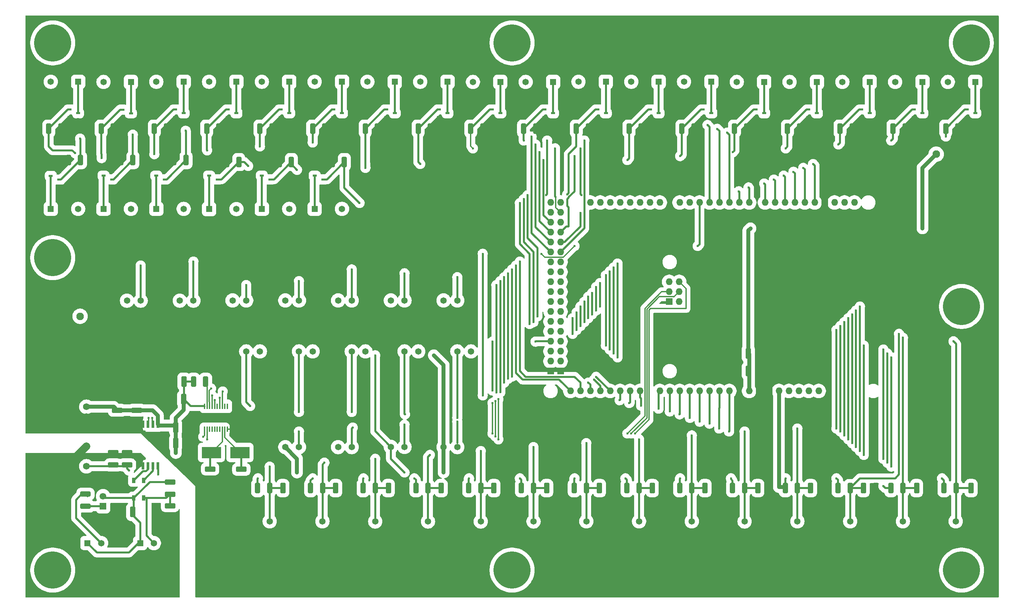
<source format=gbr>
%TF.GenerationSoftware,KiCad,Pcbnew,9.0.1*%
%TF.CreationDate,2025-04-13T16:26:23-07:00*%
%TF.ProjectId,HMI,484d492e-6b69-4636-9164-5f7063625858,rev?*%
%TF.SameCoordinates,Original*%
%TF.FileFunction,Copper,L1,Top*%
%TF.FilePolarity,Positive*%
%FSLAX46Y46*%
G04 Gerber Fmt 4.6, Leading zero omitted, Abs format (unit mm)*
G04 Created by KiCad (PCBNEW 9.0.1) date 2025-04-13 16:26:23*
%MOMM*%
%LPD*%
G01*
G04 APERTURE LIST*
G04 Aperture macros list*
%AMRoundRect*
0 Rectangle with rounded corners*
0 $1 Rounding radius*
0 $2 $3 $4 $5 $6 $7 $8 $9 X,Y pos of 4 corners*
0 Add a 4 corners polygon primitive as box body*
4,1,4,$2,$3,$4,$5,$6,$7,$8,$9,$2,$3,0*
0 Add four circle primitives for the rounded corners*
1,1,$1+$1,$2,$3*
1,1,$1+$1,$4,$5*
1,1,$1+$1,$6,$7*
1,1,$1+$1,$8,$9*
0 Add four rect primitives between the rounded corners*
20,1,$1+$1,$2,$3,$4,$5,0*
20,1,$1+$1,$4,$5,$6,$7,0*
20,1,$1+$1,$6,$7,$8,$9,0*
20,1,$1+$1,$8,$9,$2,$3,0*%
G04 Aperture macros list end*
%TA.AperFunction,SMDPad,CuDef*%
%ADD10R,0.650000X1.850000*%
%TD*%
%TA.AperFunction,ComponentPad*%
%ADD11C,1.650000*%
%TD*%
%TA.AperFunction,ComponentPad*%
%ADD12R,1.650000X1.650000*%
%TD*%
%TA.AperFunction,SMDPad,CuDef*%
%ADD13R,1.050000X0.600000*%
%TD*%
%TA.AperFunction,SMDPad,CuDef*%
%ADD14R,4.900000X3.000000*%
%TD*%
%TA.AperFunction,SMDPad,CuDef*%
%ADD15RoundRect,0.250000X1.075000X-0.400000X1.075000X0.400000X-1.075000X0.400000X-1.075000X-0.400000X0*%
%TD*%
%TA.AperFunction,SMDPad,CuDef*%
%ADD16RoundRect,0.250000X0.400000X1.075000X-0.400000X1.075000X-0.400000X-1.075000X0.400000X-1.075000X0*%
%TD*%
%TA.AperFunction,SMDPad,CuDef*%
%ADD17RoundRect,0.250000X-0.400000X-1.075000X0.400000X-1.075000X0.400000X1.075000X-0.400000X1.075000X0*%
%TD*%
%TA.AperFunction,ComponentPad*%
%ADD18C,1.725000*%
%TD*%
%TA.AperFunction,ComponentPad*%
%ADD19R,1.700000X1.700000*%
%TD*%
%TA.AperFunction,ComponentPad*%
%ADD20C,1.700000*%
%TD*%
%TA.AperFunction,ComponentPad*%
%ADD21R,1.950000X1.950000*%
%TD*%
%TA.AperFunction,ComponentPad*%
%ADD22C,1.950000*%
%TD*%
%TA.AperFunction,SMDPad,CuDef*%
%ADD23R,0.450000X1.475000*%
%TD*%
%TA.AperFunction,ComponentPad*%
%ADD24C,9.500000*%
%TD*%
%TA.AperFunction,SMDPad,CuDef*%
%ADD25R,0.900000X1.350000*%
%TD*%
%TA.AperFunction,SMDPad,CuDef*%
%ADD26RoundRect,0.250000X1.100000X-0.412500X1.100000X0.412500X-1.100000X0.412500X-1.100000X-0.412500X0*%
%TD*%
%TA.AperFunction,SMDPad,CuDef*%
%ADD27RoundRect,0.250000X0.412500X1.100000X-0.412500X1.100000X-0.412500X-1.100000X0.412500X-1.100000X0*%
%TD*%
%TA.AperFunction,SMDPad,CuDef*%
%ADD28RoundRect,0.250000X-1.100000X0.412500X-1.100000X-0.412500X1.100000X-0.412500X1.100000X0.412500X0*%
%TD*%
%TA.AperFunction,SMDPad,CuDef*%
%ADD29RoundRect,0.250000X-0.412500X-1.100000X0.412500X-1.100000X0.412500X1.100000X-0.412500X1.100000X0*%
%TD*%
%TA.AperFunction,ComponentPad*%
%ADD30O,1.727200X1.727200*%
%TD*%
%TA.AperFunction,ComponentPad*%
%ADD31R,1.727200X1.727200*%
%TD*%
%TA.AperFunction,ViaPad*%
%ADD32C,0.600000*%
%TD*%
%TA.AperFunction,Conductor*%
%ADD33C,2.000000*%
%TD*%
%TA.AperFunction,Conductor*%
%ADD34C,0.500000*%
%TD*%
%TA.AperFunction,Conductor*%
%ADD35C,1.000000*%
%TD*%
%TA.AperFunction,Conductor*%
%ADD36C,0.300000*%
%TD*%
G04 APERTURE END LIST*
D10*
%TO.P,IC1,8,VCC2*%
%TO.N,CANBUS_ISO_5V*%
X59405000Y-140825000D03*
%TO.P,IC1,7,CANH*%
%TO.N,Net-(IC1-CANH)*%
X58135000Y-140825000D03*
%TO.P,IC1,6,CANL*%
%TO.N,Net-(IC1-CANL)*%
X56865000Y-140825000D03*
%TO.P,IC1,5,GND2*%
%TO.N,CANBUS_ISO_GND*%
X55595000Y-140825000D03*
%TO.P,IC1,4,GND1*%
%TO.N,GND*%
X55595000Y-130175000D03*
%TO.P,IC1,3,RXD*%
%TO.N,Net-(IC1-RXD)*%
X56865000Y-130175000D03*
%TO.P,IC1,2,TXD*%
%TO.N,Net-(IC1-TXD)*%
X58135000Y-130175000D03*
%TO.P,IC1,1,VCC1*%
%TO.N,+5V*%
X59405000Y-130175000D03*
%TD*%
D11*
%TO.P,J7,3,3*%
%TO.N,+V_PanelLogic*%
X207500000Y-42500000D03*
%TO.P,J7,2,2*%
%TO.N,GND*%
X211000000Y-42500000D03*
D12*
%TO.P,J7,1,1*%
%TO.N,D27_PWR*%
X214500000Y-42500000D03*
%TD*%
D11*
%TO.P,J17,3,3*%
%TO.N,+V_PanelLogic*%
X72500000Y-42450000D03*
%TO.P,J17,2,2*%
%TO.N,GND*%
X76000000Y-42450000D03*
D12*
%TO.P,J17,1,1*%
%TO.N,D9_PWR*%
X79500000Y-42450000D03*
%TD*%
D11*
%TO.P,J9,3,3*%
%TO.N,+V_PanelLogic*%
X180500000Y-42450000D03*
%TO.P,J9,2,2*%
%TO.N,GND*%
X184000000Y-42450000D03*
D12*
%TO.P,J9,1,1*%
%TO.N,D25_PWR*%
X187500000Y-42450000D03*
%TD*%
D11*
%TO.P,J16,3,3*%
%TO.N,+V_PanelLogic*%
X86000000Y-42450000D03*
%TO.P,J16,2,2*%
%TO.N,GND*%
X89500000Y-42450000D03*
D12*
%TO.P,J16,1,1*%
%TO.N,D10_PWR*%
X93000000Y-42450000D03*
%TD*%
D11*
%TO.P,J21,3,3*%
%TO.N,+V_PanelLogic*%
X39000000Y-75000000D03*
%TO.P,J21,2,2*%
%TO.N,GND*%
X35500000Y-75000000D03*
D12*
%TO.P,J21,1,1*%
%TO.N,D5_PWR*%
X32000000Y-75000000D03*
%TD*%
D11*
%TO.P,J6,3,3*%
%TO.N,+V_PanelLogic*%
X221000000Y-42500000D03*
%TO.P,J6,2,2*%
%TO.N,GND*%
X224500000Y-42500000D03*
D12*
%TO.P,J6,1,1*%
%TO.N,D28_PWR*%
X228000000Y-42500000D03*
%TD*%
D11*
%TO.P,J25,3,3*%
%TO.N,+V_PanelLogic*%
X93000000Y-75000000D03*
%TO.P,J25,2,2*%
%TO.N,GND*%
X89500000Y-75000000D03*
D12*
%TO.P,J25,1,1*%
%TO.N,D45_PWR*%
X86000000Y-75000000D03*
%TD*%
D13*
%TO.P,Q2,3,D*%
%TO.N,D30_PWR*%
X255000000Y-50500000D03*
%TO.P,Q2,2,S*%
%TO.N,GND*%
X252800000Y-51450000D03*
%TO.P,Q2,1,G*%
%TO.N,D30_OUT*%
X252800000Y-49550000D03*
%TD*%
D11*
%TO.P,J3,3,3*%
%TO.N,+V_PanelLogic*%
X261500000Y-42500000D03*
%TO.P,J3,2,2*%
%TO.N,GND*%
X265000000Y-42500000D03*
D12*
%TO.P,J3,1,1*%
%TO.N,D31_PWR*%
X268500000Y-42500000D03*
%TD*%
D13*
%TO.P,Q17,3,D*%
%TO.N,D7_PWR*%
X52500000Y-50550000D03*
%TO.P,Q17,2,S*%
%TO.N,GND*%
X50300000Y-51500000D03*
%TO.P,Q17,1,G*%
%TO.N,D7_OUT*%
X50300000Y-49600000D03*
%TD*%
%TO.P,Q18,3,D*%
%TO.N,D6_PWR*%
X39000000Y-50500000D03*
%TO.P,Q18,2,S*%
%TO.N,GND*%
X36800000Y-51450000D03*
%TO.P,Q18,1,G*%
%TO.N,D6_OUT*%
X36800000Y-49550000D03*
%TD*%
D11*
%TO.P,J5,3,3*%
%TO.N,+V_PanelLogic*%
X234500000Y-42500000D03*
%TO.P,J5,2,2*%
%TO.N,GND*%
X238000000Y-42500000D03*
D12*
%TO.P,J5,1,1*%
%TO.N,D29_PWR*%
X241500000Y-42500000D03*
%TD*%
D11*
%TO.P,J13,3,3*%
%TO.N,+V_PanelLogic*%
X126500000Y-42450000D03*
%TO.P,J13,2,2*%
%TO.N,GND*%
X130000000Y-42450000D03*
D12*
%TO.P,J13,1,1*%
%TO.N,D13_PWR*%
X133500000Y-42450000D03*
%TD*%
D13*
%TO.P,Q1,3,D*%
%TO.N,D31_PWR*%
X268500000Y-50500000D03*
%TO.P,Q1,2,S*%
%TO.N,GND*%
X266300000Y-51450000D03*
%TO.P,Q1,1,G*%
%TO.N,D31_OUT*%
X266300000Y-49550000D03*
%TD*%
D11*
%TO.P,J24,3,3*%
%TO.N,+V_PanelLogic*%
X79500000Y-75050000D03*
%TO.P,J24,2,2*%
%TO.N,GND*%
X76000000Y-75050000D03*
D12*
%TO.P,J24,1,1*%
%TO.N,D44_PWR*%
X72500000Y-75050000D03*
%TD*%
D11*
%TO.P,J14,3,3*%
%TO.N,+V_PanelLogic*%
X113000000Y-42450000D03*
%TO.P,J14,2,2*%
%TO.N,GND*%
X116500000Y-42450000D03*
D12*
%TO.P,J14,1,1*%
%TO.N,D12_PWR*%
X120000000Y-42450000D03*
%TD*%
D13*
%TO.P,Q24,3,D*%
%TO.N,D46_PWR*%
X99500000Y-66500000D03*
%TO.P,Q24,2,S*%
%TO.N,GND*%
X101700000Y-65550000D03*
%TO.P,Q24,1,G*%
%TO.N,D46_OUT*%
X101700000Y-67450000D03*
%TD*%
%TO.P,Q22,3,D*%
%TO.N,D44_PWR*%
X72500000Y-66500000D03*
%TO.P,Q22,2,S*%
%TO.N,GND*%
X74700000Y-65550000D03*
%TO.P,Q22,1,G*%
%TO.N,D44_OUT*%
X74700000Y-67450000D03*
%TD*%
%TO.P,Q23,3,D*%
%TO.N,D45_PWR*%
X86000000Y-66500000D03*
%TO.P,Q23,2,S*%
%TO.N,GND*%
X88200000Y-65550000D03*
%TO.P,Q23,1,G*%
%TO.N,D45_OUT*%
X88200000Y-67450000D03*
%TD*%
%TO.P,Q13,3,D*%
%TO.N,D11_PWR*%
X106500000Y-50500000D03*
%TO.P,Q13,2,S*%
%TO.N,GND*%
X104300000Y-51450000D03*
%TO.P,Q13,1,G*%
%TO.N,D11_OUT*%
X104300000Y-49550000D03*
%TD*%
%TO.P,Q14,3,D*%
%TO.N,D10_PWR*%
X93000000Y-50500000D03*
%TO.P,Q14,2,S*%
%TO.N,GND*%
X90800000Y-51450000D03*
%TO.P,Q14,1,G*%
%TO.N,D10_OUT*%
X90800000Y-49550000D03*
%TD*%
%TO.P,Q7,3,D*%
%TO.N,D25_PWR*%
X187500000Y-50500000D03*
%TO.P,Q7,2,S*%
%TO.N,GND*%
X185300000Y-51450000D03*
%TO.P,Q7,1,G*%
%TO.N,D25_OUT*%
X185300000Y-49550000D03*
%TD*%
D11*
%TO.P,J10,3,3*%
%TO.N,+V_PanelLogic*%
X167000000Y-42450000D03*
%TO.P,J10,2,2*%
%TO.N,GND*%
X170500000Y-42450000D03*
D12*
%TO.P,J10,1,1*%
%TO.N,D24_PWR*%
X174000000Y-42450000D03*
%TD*%
D11*
%TO.P,J20,3,3*%
%TO.N,+V_PanelLogic*%
X32000000Y-42450000D03*
%TO.P,J20,2,2*%
%TO.N,GND*%
X35500000Y-42450000D03*
D12*
%TO.P,J20,1,1*%
%TO.N,D6_PWR*%
X39000000Y-42450000D03*
%TD*%
D11*
%TO.P,J18,3,3*%
%TO.N,+V_PanelLogic*%
X59000000Y-42450000D03*
%TO.P,J18,2,2*%
%TO.N,GND*%
X62500000Y-42450000D03*
D12*
%TO.P,J18,1,1*%
%TO.N,D8_PWR*%
X66000000Y-42450000D03*
%TD*%
D13*
%TO.P,Q19,3,D*%
%TO.N,D5_PWR*%
X32000000Y-66550000D03*
%TO.P,Q19,2,S*%
%TO.N,GND*%
X34200000Y-65600000D03*
%TO.P,Q19,1,G*%
%TO.N,D5_OUT*%
X34200000Y-67500000D03*
%TD*%
%TO.P,Q20,3,D*%
%TO.N,D4_PWR*%
X45500000Y-66500000D03*
%TO.P,Q20,2,S*%
%TO.N,GND*%
X47700000Y-65550000D03*
%TO.P,Q20,1,G*%
%TO.N,D4_OUT*%
X47700000Y-67450000D03*
%TD*%
%TO.P,Q21,3,D*%
%TO.N,D3_PWR*%
X59000000Y-66500000D03*
%TO.P,Q21,2,S*%
%TO.N,GND*%
X61200000Y-65550000D03*
%TO.P,Q21,1,G*%
%TO.N,D3_OUT*%
X61200000Y-67450000D03*
%TD*%
%TO.P,Q15,3,D*%
%TO.N,D9_PWR*%
X79500000Y-50500000D03*
%TO.P,Q15,2,S*%
%TO.N,GND*%
X77300000Y-51450000D03*
%TO.P,Q15,1,G*%
%TO.N,D9_OUT*%
X77300000Y-49550000D03*
%TD*%
%TO.P,Q16,3,D*%
%TO.N,D8_PWR*%
X66000000Y-50500000D03*
%TO.P,Q16,2,S*%
%TO.N,GND*%
X63800000Y-51450000D03*
%TO.P,Q16,1,G*%
%TO.N,D8_OUT*%
X63800000Y-49550000D03*
%TD*%
%TO.P,Q3,3,D*%
%TO.N,D29_PWR*%
X241500000Y-50500000D03*
%TO.P,Q3,2,S*%
%TO.N,GND*%
X239300000Y-51450000D03*
%TO.P,Q3,1,G*%
%TO.N,D29_OUT*%
X239300000Y-49550000D03*
%TD*%
%TO.P,Q4,3,D*%
%TO.N,D28_PWR*%
X228000000Y-50500000D03*
%TO.P,Q4,2,S*%
%TO.N,GND*%
X225800000Y-51450000D03*
%TO.P,Q4,1,G*%
%TO.N,D28_OUT*%
X225800000Y-49550000D03*
%TD*%
D11*
%TO.P,J4,3,3*%
%TO.N,+V_PanelLogic*%
X248000000Y-42500000D03*
%TO.P,J4,2,2*%
%TO.N,GND*%
X251500000Y-42500000D03*
D12*
%TO.P,J4,1,1*%
%TO.N,D30_PWR*%
X255000000Y-42500000D03*
%TD*%
D11*
%TO.P,J15,3,3*%
%TO.N,+V_PanelLogic*%
X99500000Y-42450000D03*
%TO.P,J15,2,2*%
%TO.N,GND*%
X103000000Y-42450000D03*
D12*
%TO.P,J15,1,1*%
%TO.N,D11_PWR*%
X106500000Y-42450000D03*
%TD*%
D11*
%TO.P,J11,3,3*%
%TO.N,+V_PanelLogic*%
X153500000Y-42500000D03*
%TO.P,J11,2,2*%
%TO.N,GND*%
X157000000Y-42500000D03*
D12*
%TO.P,J11,1,1*%
%TO.N,D23_PWR*%
X160500000Y-42500000D03*
%TD*%
D11*
%TO.P,J23,3,3*%
%TO.N,+V_PanelLogic*%
X66000000Y-75000000D03*
%TO.P,J23,2,2*%
%TO.N,GND*%
X62500000Y-75000000D03*
D12*
%TO.P,J23,1,1*%
%TO.N,D3_PWR*%
X59000000Y-75000000D03*
%TD*%
D11*
%TO.P,J22,3,3*%
%TO.N,+V_PanelLogic*%
X52500000Y-75000000D03*
%TO.P,J22,2,2*%
%TO.N,GND*%
X49000000Y-75000000D03*
D12*
%TO.P,J22,1,1*%
%TO.N,D4_PWR*%
X45500000Y-75000000D03*
%TD*%
D13*
%TO.P,Q5,3,D*%
%TO.N,D27_PWR*%
X214500000Y-50500000D03*
%TO.P,Q5,2,S*%
%TO.N,GND*%
X212300000Y-51450000D03*
%TO.P,Q5,1,G*%
%TO.N,D27_OUT*%
X212300000Y-49550000D03*
%TD*%
%TO.P,Q6,3,D*%
%TO.N,D26_PWR*%
X201000000Y-50500000D03*
%TO.P,Q6,2,S*%
%TO.N,GND*%
X198800000Y-51450000D03*
%TO.P,Q6,1,G*%
%TO.N,D26_OUT*%
X198800000Y-49550000D03*
%TD*%
D11*
%TO.P,J12,3,3*%
%TO.N,+V_PanelLogic*%
X140000000Y-42500000D03*
%TO.P,J12,2,2*%
%TO.N,GND*%
X143500000Y-42500000D03*
D12*
%TO.P,J12,1,1*%
%TO.N,D22_PWR*%
X147000000Y-42500000D03*
%TD*%
D13*
%TO.P,Q12,3,D*%
%TO.N,D12_PWR*%
X120000000Y-50500000D03*
%TO.P,Q12,2,S*%
%TO.N,GND*%
X117800000Y-51450000D03*
%TO.P,Q12,1,G*%
%TO.N,D12_OUT*%
X117800000Y-49550000D03*
%TD*%
D11*
%TO.P,J26,3,3*%
%TO.N,+V_PanelLogic*%
X106500000Y-75000000D03*
%TO.P,J26,2,2*%
%TO.N,GND*%
X103000000Y-75000000D03*
D12*
%TO.P,J26,1,1*%
%TO.N,D46_PWR*%
X99500000Y-75000000D03*
%TD*%
D13*
%TO.P,Q8,3,D*%
%TO.N,D24_PWR*%
X174000000Y-50500000D03*
%TO.P,Q8,2,S*%
%TO.N,GND*%
X171800000Y-51450000D03*
%TO.P,Q8,1,G*%
%TO.N,D24_OUT*%
X171800000Y-49550000D03*
%TD*%
%TO.P,Q9,3,D*%
%TO.N,D23_PWR*%
X160500000Y-50500000D03*
%TO.P,Q9,2,S*%
%TO.N,GND*%
X158300000Y-51450000D03*
%TO.P,Q9,1,G*%
%TO.N,D23_OUT*%
X158300000Y-49550000D03*
%TD*%
D11*
%TO.P,J19,3,3*%
%TO.N,+V_PanelLogic*%
X45500000Y-42500000D03*
%TO.P,J19,2,2*%
%TO.N,GND*%
X49000000Y-42500000D03*
D12*
%TO.P,J19,1,1*%
%TO.N,D7_PWR*%
X52500000Y-42500000D03*
%TD*%
D11*
%TO.P,J8,3,3*%
%TO.N,+V_PanelLogic*%
X194000000Y-42450000D03*
%TO.P,J8,2,2*%
%TO.N,GND*%
X197500000Y-42450000D03*
D12*
%TO.P,J8,1,1*%
%TO.N,D26_PWR*%
X201000000Y-42450000D03*
%TD*%
D13*
%TO.P,Q10,3,D*%
%TO.N,D22_PWR*%
X147000000Y-50500000D03*
%TO.P,Q10,2,S*%
%TO.N,GND*%
X144800000Y-51450000D03*
%TO.P,Q10,1,G*%
%TO.N,D22_OUT*%
X144800000Y-49550000D03*
%TD*%
%TO.P,Q11,3,D*%
%TO.N,D13_PWR*%
X133500000Y-50500000D03*
%TO.P,Q11,2,S*%
%TO.N,GND*%
X131300000Y-51450000D03*
%TO.P,Q11,1,G*%
%TO.N,D13_OUT*%
X131300000Y-49550000D03*
%TD*%
D14*
%TO.P,Y1,1,1*%
%TO.N,Net-(IC6-OSC2)*%
X73100000Y-137385000D03*
%TO.P,Y1,2,2*%
%TO.N,Net-(IC6-OSC1)*%
X80400000Y-137385000D03*
%TD*%
D15*
%TO.P,R60,1*%
%TO.N,Net-(JP1-A)*%
X40885000Y-151135000D03*
%TO.P,R60,2*%
%TO.N,CanH_External*%
X40885000Y-148035000D03*
%TD*%
D16*
%TO.P,R59,1*%
%TO.N,Net-(IC6-~{RESET})*%
X71612500Y-119250000D03*
%TO.P,R59,2*%
%TO.N,+5V*%
X68512500Y-119250000D03*
%TD*%
D17*
%TO.P,R38,1*%
%TO.N,+5V*%
X84900000Y-146500000D03*
%TO.P,R38,2*%
%TO.N,D32_IN*%
X88000000Y-146500000D03*
%TD*%
%TO.P,R37,1*%
%TO.N,+5V*%
X98450000Y-146500000D03*
%TO.P,R37,2*%
%TO.N,D33_IN*%
X101550000Y-146500000D03*
%TD*%
%TO.P,R36,1*%
%TO.N,+5V*%
X111900000Y-146500000D03*
%TO.P,R36,2*%
%TO.N,D34_IN*%
X115000000Y-146500000D03*
%TD*%
%TO.P,R35,1*%
%TO.N,+5V*%
X125400000Y-146500000D03*
%TO.P,R35,2*%
%TO.N,D35_IN*%
X128500000Y-146500000D03*
%TD*%
%TO.P,R34,1*%
%TO.N,+5V*%
X138900000Y-146500000D03*
%TO.P,R34,2*%
%TO.N,D36_IN*%
X142000000Y-146500000D03*
%TD*%
%TO.P,R33,1*%
%TO.N,+5V*%
X152400000Y-146500000D03*
%TO.P,R33,2*%
%TO.N,D37_IN*%
X155500000Y-146500000D03*
%TD*%
%TO.P,R32,1*%
%TO.N,+5V*%
X165900000Y-146500000D03*
%TO.P,R32,2*%
%TO.N,D38_IN*%
X169000000Y-146500000D03*
%TD*%
%TO.P,R31,1*%
%TO.N,+5V*%
X179400000Y-146500000D03*
%TO.P,R31,2*%
%TO.N,D39_IN*%
X182500000Y-146500000D03*
%TD*%
%TO.P,R30,1*%
%TO.N,+5V*%
X192900000Y-146500000D03*
%TO.P,R30,2*%
%TO.N,D40_IN*%
X196000000Y-146500000D03*
%TD*%
%TO.P,R29,1*%
%TO.N,+5V*%
X206400000Y-146500000D03*
%TO.P,R29,2*%
%TO.N,D41_IN*%
X209500000Y-146500000D03*
%TD*%
%TO.P,R28,1*%
%TO.N,+5V*%
X219900000Y-146500000D03*
%TO.P,R28,2*%
%TO.N,D42_IN*%
X223000000Y-146500000D03*
%TD*%
%TO.P,R27,1*%
%TO.N,+5V*%
X233400000Y-146500000D03*
%TO.P,R27,2*%
%TO.N,D43_IN*%
X236500000Y-146500000D03*
%TD*%
%TO.P,R26,1*%
%TO.N,+5V*%
X246900000Y-146500000D03*
%TO.P,R26,2*%
%TO.N,D47_IN*%
X250000000Y-146500000D03*
%TD*%
%TO.P,R25,1*%
%TO.N,+5V*%
X260500000Y-146500000D03*
%TO.P,R25,2*%
%TO.N,D48_IN*%
X263600000Y-146500000D03*
%TD*%
D16*
%TO.P,R24,1*%
%TO.N,D46_OUT*%
X107100000Y-63000000D03*
%TO.P,R24,2*%
%TO.N,GND*%
X104000000Y-63000000D03*
%TD*%
%TO.P,R23,1*%
%TO.N,D45_OUT*%
X93550000Y-63000000D03*
%TO.P,R23,2*%
%TO.N,GND*%
X90450000Y-63000000D03*
%TD*%
%TO.P,R22,1*%
%TO.N,D44_OUT*%
X80100000Y-63000000D03*
%TO.P,R22,2*%
%TO.N,GND*%
X77000000Y-63000000D03*
%TD*%
%TO.P,R21,1*%
%TO.N,D3_OUT*%
X66600000Y-62500000D03*
%TO.P,R21,2*%
%TO.N,GND*%
X63500000Y-62500000D03*
%TD*%
%TO.P,R20,1*%
%TO.N,D4_OUT*%
X53000000Y-62500000D03*
%TO.P,R20,2*%
%TO.N,GND*%
X49900000Y-62500000D03*
%TD*%
%TO.P,R19,1*%
%TO.N,D5_OUT*%
X39600000Y-62500000D03*
%TO.P,R19,2*%
%TO.N,GND*%
X36500000Y-62500000D03*
%TD*%
D17*
%TO.P,R18,1*%
%TO.N,D6_OUT*%
X31500000Y-54450000D03*
%TO.P,R18,2*%
%TO.N,GND*%
X34600000Y-54450000D03*
%TD*%
%TO.P,R17,1*%
%TO.N,D7_OUT*%
X44900000Y-54450000D03*
%TO.P,R17,2*%
%TO.N,GND*%
X48000000Y-54450000D03*
%TD*%
%TO.P,R16,1*%
%TO.N,D8_OUT*%
X58500000Y-54450000D03*
%TO.P,R16,2*%
%TO.N,GND*%
X61600000Y-54450000D03*
%TD*%
%TO.P,R15,1*%
%TO.N,D9_OUT*%
X71900000Y-54450000D03*
%TO.P,R15,2*%
%TO.N,GND*%
X75000000Y-54450000D03*
%TD*%
%TO.P,R14,1*%
%TO.N,D10_OUT*%
X85500000Y-54450000D03*
%TO.P,R14,2*%
%TO.N,GND*%
X88600000Y-54450000D03*
%TD*%
%TO.P,R13,1*%
%TO.N,D11_OUT*%
X99000000Y-54450000D03*
%TO.P,R13,2*%
%TO.N,GND*%
X102100000Y-54450000D03*
%TD*%
%TO.P,R12,1*%
%TO.N,D12_OUT*%
X112450000Y-54450000D03*
%TO.P,R12,2*%
%TO.N,GND*%
X115550000Y-54450000D03*
%TD*%
%TO.P,R11,1*%
%TO.N,D13_OUT*%
X126000000Y-54450000D03*
%TO.P,R11,2*%
%TO.N,GND*%
X129100000Y-54450000D03*
%TD*%
%TO.P,R10,1*%
%TO.N,D22_OUT*%
X139450000Y-54450000D03*
%TO.P,R10,2*%
%TO.N,GND*%
X142550000Y-54450000D03*
%TD*%
%TO.P,R9,1*%
%TO.N,D23_OUT*%
X152950000Y-54450000D03*
%TO.P,R9,2*%
%TO.N,GND*%
X156050000Y-54450000D03*
%TD*%
%TO.P,R8,1*%
%TO.N,D24_OUT*%
X166450000Y-54450000D03*
%TO.P,R8,2*%
%TO.N,GND*%
X169550000Y-54450000D03*
%TD*%
%TO.P,R7,1*%
%TO.N,D25_OUT*%
X179950000Y-54450000D03*
%TO.P,R7,2*%
%TO.N,GND*%
X183050000Y-54450000D03*
%TD*%
%TO.P,R6,1*%
%TO.N,D26_OUT*%
X193450000Y-54450000D03*
%TO.P,R6,2*%
%TO.N,GND*%
X196550000Y-54450000D03*
%TD*%
%TO.P,R5,1*%
%TO.N,D27_OUT*%
X206900000Y-54450000D03*
%TO.P,R5,2*%
%TO.N,GND*%
X210000000Y-54450000D03*
%TD*%
%TO.P,R4,1*%
%TO.N,D28_OUT*%
X220450000Y-54450000D03*
%TO.P,R4,2*%
%TO.N,GND*%
X223550000Y-54450000D03*
%TD*%
%TO.P,R3,1*%
%TO.N,D29_OUT*%
X233900000Y-54450000D03*
%TO.P,R3,2*%
%TO.N,GND*%
X237000000Y-54450000D03*
%TD*%
%TO.P,R2,1*%
%TO.N,D30_OUT*%
X247450000Y-54450000D03*
%TO.P,R2,2*%
%TO.N,GND*%
X250550000Y-54450000D03*
%TD*%
%TO.P,R1,1*%
%TO.N,D31_OUT*%
X260950000Y-54450000D03*
%TO.P,R1,2*%
%TO.N,GND*%
X264050000Y-54450000D03*
%TD*%
D18*
%TO.P,PS1,1,+VIN*%
%TO.N,+5V*%
X41115000Y-125675000D03*
%TO.P,PS1,2,-VIN*%
%TO.N,GND*%
X41115000Y-128215000D03*
%TO.P,PS1,5,-VOUT*%
%TO.N,CANBUS_ISO_GND*%
X41115000Y-135835000D03*
%TO.P,PS1,7,+VOUT*%
%TO.N,CANBUS_ISO_5V*%
X41115000Y-140915000D03*
%TD*%
D19*
%TO.P,JP1,1,A*%
%TO.N,Net-(JP1-A)*%
X45385000Y-151125000D03*
D20*
%TO.P,JP1,2,B*%
%TO.N,CanL_External*%
X45385000Y-148585000D03*
%TD*%
D12*
%TO.P,J58,1,1*%
%TO.N,CanL_External*%
X54885000Y-160585000D03*
D11*
%TO.P,J58,2,2*%
%TO.N,CanH_External*%
X58385000Y-160585000D03*
%TO.P,J58,3,3*%
%TO.N,CANBUS_ISO_GND*%
X61885000Y-160585000D03*
%TD*%
D12*
%TO.P,J57,1,1*%
%TO.N,CanL_External*%
X41385000Y-160585000D03*
D11*
%TO.P,J57,2,2*%
%TO.N,CanH_External*%
X44885000Y-160585000D03*
%TO.P,J57,3,3*%
%TO.N,CANBUS_ISO_GND*%
X48385000Y-160585000D03*
%TD*%
D12*
%TO.P,J56,1,1*%
%TO.N,GND*%
X99000000Y-136000000D03*
D11*
%TO.P,J56,2,2*%
%TO.N,A0_IN*%
X95500000Y-136000000D03*
%TO.P,J56,3,3*%
%TO.N,+5V*%
X92000000Y-136000000D03*
%TD*%
D12*
%TO.P,J55,1,1*%
%TO.N,GND*%
X112500000Y-136000000D03*
D11*
%TO.P,J55,2,2*%
%TO.N,A1_IN*%
X109000000Y-136000000D03*
%TO.P,J55,3,3*%
%TO.N,+5V*%
X105500000Y-136000000D03*
%TD*%
D12*
%TO.P,J54,1,1*%
%TO.N,GND*%
X126000000Y-135950000D03*
D11*
%TO.P,J54,2,2*%
%TO.N,A2_IN*%
X122500000Y-135950000D03*
%TO.P,J54,3,3*%
%TO.N,+5V*%
X119000000Y-135950000D03*
%TD*%
D12*
%TO.P,J53,1,1*%
%TO.N,GND*%
X139500000Y-136000000D03*
D11*
%TO.P,J53,2,2*%
%TO.N,A3_IN*%
X136000000Y-136000000D03*
%TO.P,J53,3,3*%
%TO.N,+5V*%
X132500000Y-136000000D03*
%TD*%
D12*
%TO.P,J52,1,1*%
%TO.N,GND*%
X132500000Y-111500000D03*
D11*
%TO.P,J52,2,2*%
%TO.N,A4_IN*%
X136000000Y-111500000D03*
%TO.P,J52,3,3*%
%TO.N,+5V*%
X139500000Y-111500000D03*
%TD*%
D12*
%TO.P,J51,1,1*%
%TO.N,GND*%
X119000000Y-111500000D03*
D11*
%TO.P,J51,2,2*%
%TO.N,A5_IN*%
X122500000Y-111500000D03*
%TO.P,J51,3,3*%
%TO.N,+5V*%
X126000000Y-111500000D03*
%TD*%
D12*
%TO.P,J50,1,1*%
%TO.N,GND*%
X105500000Y-111500000D03*
D11*
%TO.P,J50,2,2*%
%TO.N,A6_IN*%
X109000000Y-111500000D03*
%TO.P,J50,3,3*%
%TO.N,+5V*%
X112500000Y-111500000D03*
%TD*%
D12*
%TO.P,J49,1,1*%
%TO.N,GND*%
X92000000Y-111500000D03*
D11*
%TO.P,J49,2,2*%
%TO.N,A7_IN*%
X95500000Y-111500000D03*
%TO.P,J49,3,3*%
%TO.N,+5V*%
X99000000Y-111500000D03*
%TD*%
D12*
%TO.P,J48,1,1*%
%TO.N,GND*%
X78500000Y-111500000D03*
D11*
%TO.P,J48,2,2*%
%TO.N,A8_IN*%
X82000000Y-111500000D03*
%TO.P,J48,3,3*%
%TO.N,+5V*%
X85500000Y-111500000D03*
%TD*%
D12*
%TO.P,J47,1,1*%
%TO.N,GND*%
X85500000Y-98450000D03*
D11*
%TO.P,J47,2,2*%
%TO.N,A9_IN*%
X82000000Y-98450000D03*
%TO.P,J47,3,3*%
%TO.N,+5V*%
X78500000Y-98450000D03*
%TD*%
D12*
%TO.P,J46,1,1*%
%TO.N,GND*%
X99000000Y-98450000D03*
D11*
%TO.P,J46,2,2*%
%TO.N,A10_IN*%
X95500000Y-98450000D03*
%TO.P,J46,3,3*%
%TO.N,+5V*%
X92000000Y-98450000D03*
%TD*%
D12*
%TO.P,J45,1,1*%
%TO.N,GND*%
X112500000Y-98450000D03*
D11*
%TO.P,J45,2,2*%
%TO.N,A11_IN*%
X109000000Y-98450000D03*
%TO.P,J45,3,3*%
%TO.N,+5V*%
X105500000Y-98450000D03*
%TD*%
D12*
%TO.P,J44,1,1*%
%TO.N,GND*%
X126000000Y-98450000D03*
D11*
%TO.P,J44,2,2*%
%TO.N,A12_IN*%
X122500000Y-98450000D03*
%TO.P,J44,3,3*%
%TO.N,+5V*%
X119000000Y-98450000D03*
%TD*%
D12*
%TO.P,J43,1,1*%
%TO.N,GND*%
X139500000Y-98450000D03*
D11*
%TO.P,J43,2,2*%
%TO.N,A13_IN*%
X136000000Y-98450000D03*
%TO.P,J43,3,3*%
%TO.N,+5V*%
X132500000Y-98450000D03*
%TD*%
D12*
%TO.P,J42,1,1*%
%TO.N,GND*%
X72000000Y-98500000D03*
D11*
%TO.P,J42,2,2*%
%TO.N,A14_IN*%
X68500000Y-98500000D03*
%TO.P,J42,3,3*%
%TO.N,+5V*%
X65000000Y-98500000D03*
%TD*%
D12*
%TO.P,J41,1,1*%
%TO.N,GND*%
X58500000Y-98500000D03*
D11*
%TO.P,J41,2,2*%
%TO.N,A15_IN*%
X55000000Y-98500000D03*
%TO.P,J41,3,3*%
%TO.N,+5V*%
X51500000Y-98500000D03*
%TD*%
D12*
%TO.P,J40,1,1*%
%TO.N,GND*%
X84500000Y-155000000D03*
D11*
%TO.P,J40,2,2*%
%TO.N,D32_IN*%
X88000000Y-155000000D03*
%TO.P,J40,3,3*%
%TO.N,GND*%
X91500000Y-155000000D03*
%TD*%
D12*
%TO.P,J39,1,1*%
%TO.N,GND*%
X98000000Y-155000000D03*
D11*
%TO.P,J39,2,2*%
%TO.N,D33_IN*%
X101500000Y-155000000D03*
%TO.P,J39,3,3*%
%TO.N,GND*%
X105000000Y-155000000D03*
%TD*%
D12*
%TO.P,J38,1,1*%
%TO.N,GND*%
X111500000Y-155050000D03*
D11*
%TO.P,J38,2,2*%
%TO.N,D34_IN*%
X115000000Y-155050000D03*
%TO.P,J38,3,3*%
%TO.N,GND*%
X118500000Y-155050000D03*
%TD*%
D12*
%TO.P,J37,1,1*%
%TO.N,GND*%
X125000000Y-155050000D03*
D11*
%TO.P,J37,2,2*%
%TO.N,D35_IN*%
X128500000Y-155050000D03*
%TO.P,J37,3,3*%
%TO.N,GND*%
X132000000Y-155050000D03*
%TD*%
D12*
%TO.P,J36,1,1*%
%TO.N,GND*%
X138500000Y-155050000D03*
D11*
%TO.P,J36,2,2*%
%TO.N,D36_IN*%
X142000000Y-155050000D03*
%TO.P,J36,3,3*%
%TO.N,GND*%
X145500000Y-155050000D03*
%TD*%
D12*
%TO.P,J35,1,1*%
%TO.N,GND*%
X152000000Y-155050000D03*
D11*
%TO.P,J35,2,2*%
%TO.N,D37_IN*%
X155500000Y-155050000D03*
%TO.P,J35,3,3*%
%TO.N,GND*%
X159000000Y-155050000D03*
%TD*%
D12*
%TO.P,J34,1,1*%
%TO.N,GND*%
X165500000Y-155000000D03*
D11*
%TO.P,J34,2,2*%
%TO.N,D38_IN*%
X169000000Y-155000000D03*
%TO.P,J34,3,3*%
%TO.N,GND*%
X172500000Y-155000000D03*
%TD*%
D12*
%TO.P,J33,1,1*%
%TO.N,GND*%
X179000000Y-155000000D03*
D11*
%TO.P,J33,2,2*%
%TO.N,D39_IN*%
X182500000Y-155000000D03*
%TO.P,J33,3,3*%
%TO.N,GND*%
X186000000Y-155000000D03*
%TD*%
D12*
%TO.P,J32,1,1*%
%TO.N,GND*%
X192500000Y-155000000D03*
D11*
%TO.P,J32,2,2*%
%TO.N,D40_IN*%
X196000000Y-155000000D03*
%TO.P,J32,3,3*%
%TO.N,GND*%
X199500000Y-155000000D03*
%TD*%
D12*
%TO.P,J31,1,1*%
%TO.N,GND*%
X206000000Y-155050000D03*
D11*
%TO.P,J31,2,2*%
%TO.N,D41_IN*%
X209500000Y-155050000D03*
%TO.P,J31,3,3*%
%TO.N,GND*%
X213000000Y-155050000D03*
%TD*%
D12*
%TO.P,J30,1,1*%
%TO.N,GND*%
X219500000Y-155000000D03*
D11*
%TO.P,J30,2,2*%
%TO.N,D42_IN*%
X223000000Y-155000000D03*
%TO.P,J30,3,3*%
%TO.N,GND*%
X226500000Y-155000000D03*
%TD*%
D12*
%TO.P,J29,1,1*%
%TO.N,GND*%
X233000000Y-155000000D03*
D11*
%TO.P,J29,2,2*%
%TO.N,D43_IN*%
X236500000Y-155000000D03*
%TO.P,J29,3,3*%
%TO.N,GND*%
X240000000Y-155000000D03*
%TD*%
D12*
%TO.P,J28,1,1*%
%TO.N,GND*%
X246500000Y-155000000D03*
D11*
%TO.P,J28,2,2*%
%TO.N,D47_IN*%
X250000000Y-155000000D03*
%TO.P,J28,3,3*%
%TO.N,GND*%
X253500000Y-155000000D03*
%TD*%
D12*
%TO.P,J27,1,1*%
%TO.N,GND*%
X260000000Y-155000000D03*
D11*
%TO.P,J27,2,2*%
%TO.N,D48_IN*%
X263500000Y-155000000D03*
%TO.P,J27,3,3*%
%TO.N,GND*%
X267000000Y-155000000D03*
%TD*%
D21*
%TO.P,J2,1,1*%
%TO.N,GND*%
X258500000Y-66000000D03*
D22*
%TO.P,J2,2,2*%
%TO.N,+12V*%
X258500000Y-61000000D03*
%TD*%
D21*
%TO.P,J1,1,1*%
%TO.N,GND*%
X39500000Y-97500000D03*
D22*
%TO.P,J1,2,2*%
%TO.N,+V_PanelLogic*%
X39500000Y-102500000D03*
%TD*%
D23*
%TO.P,IC6,1,TXCAN*%
%TO.N,Net-(IC1-TXD)*%
X71325000Y-131438000D03*
%TO.P,IC6,2,RXCAN*%
%TO.N,Net-(IC1-RXD)*%
X71975000Y-131438000D03*
%TO.P,IC6,3,CLKOUT/SOF*%
%TO.N,unconnected-(IC6-CLKOUT{slash}SOF-Pad3)*%
X72625000Y-131438000D03*
%TO.P,IC6,4,~{TX0RTS}*%
%TO.N,unconnected-(IC6-~{TX0RTS}-Pad4)*%
X73275000Y-131438000D03*
%TO.P,IC6,5,~{TX1RTS}*%
%TO.N,unconnected-(IC6-~{TX1RTS}-Pad5)*%
X73925000Y-131438000D03*
%TO.P,IC6,6,NC_1*%
%TO.N,unconnected-(IC6-NC_1-Pad6)*%
X74575000Y-131438000D03*
%TO.P,IC6,7,~{TX2RTS}*%
%TO.N,unconnected-(IC6-~{TX2RTS}-Pad7)*%
X75225000Y-131438000D03*
%TO.P,IC6,8,OSC2*%
%TO.N,Net-(IC6-OSC2)*%
X75875000Y-131438000D03*
%TO.P,IC6,9,OSC1*%
%TO.N,Net-(IC6-OSC1)*%
X76525000Y-131438000D03*
%TO.P,IC6,10,VSS*%
%TO.N,GND*%
X77175000Y-131438000D03*
%TO.P,IC6,11,~{RX1BF}*%
%TO.N,unconnected-(IC6-~{RX1BF}-Pad11)*%
X77175000Y-125562000D03*
%TO.P,IC6,12,~{RX0BF}*%
%TO.N,unconnected-(IC6-~{RX0BF}-Pad12)*%
X76525000Y-125562000D03*
%TO.P,IC6,13,~{INT}*%
%TO.N,CAN_INT*%
X75875000Y-125562000D03*
%TO.P,IC6,14,SCK*%
%TO.N,CAN_SCK*%
X75225000Y-125562000D03*
%TO.P,IC6,15,NC_2*%
%TO.N,unconnected-(IC6-NC_2-Pad15)*%
X74575000Y-125562000D03*
%TO.P,IC6,16,SI*%
%TO.N,CAN_SI*%
X73925000Y-125562000D03*
%TO.P,IC6,17,SO*%
%TO.N,CAN_SO*%
X73275000Y-125562000D03*
%TO.P,IC6,18,~{CS}*%
%TO.N,CAN_CS*%
X72625000Y-125562000D03*
%TO.P,IC6,19,~{RESET}*%
%TO.N,Net-(IC6-~{RESET})*%
X71975000Y-125562000D03*
%TO.P,IC6,20,VDD*%
%TO.N,+5V*%
X71325000Y-125562000D03*
%TD*%
D24*
%TO.P,H8,1,1*%
%TO.N,unconnected-(H8-Pad1)*%
X150000000Y-32500000D03*
%TD*%
%TO.P,H7,1,1*%
%TO.N,unconnected-(H7-Pad1)*%
X32500000Y-87500000D03*
%TD*%
%TO.P,H6,1,1*%
%TO.N,unconnected-(H6-Pad1)*%
X265000000Y-167500000D03*
%TD*%
%TO.P,H5,1,1*%
%TO.N,unconnected-(H5-Pad1)*%
X32500000Y-32500000D03*
%TD*%
%TO.P,H4,1,1*%
%TO.N,unconnected-(H4-Pad1)*%
X267500000Y-32500000D03*
%TD*%
%TO.P,H3,1,1*%
%TO.N,unconnected-(H3-Pad1)*%
X265000000Y-100000000D03*
%TD*%
%TO.P,H2,1,1*%
%TO.N,unconnected-(H2-Pad1)*%
X32500000Y-167500000D03*
%TD*%
%TO.P,H1,1,1*%
%TO.N,unconnected-(H1-Pad1)*%
X150000000Y-167500000D03*
%TD*%
D25*
%TO.P,FL1,1,1*%
%TO.N,Net-(IC1-CANH)*%
X55750000Y-144500000D03*
%TO.P,FL1,2,2*%
%TO.N,Net-(IC1-CANL)*%
X53250000Y-144500000D03*
%TO.P,FL1,3,3*%
%TO.N,CanL_External*%
X53250000Y-149050000D03*
%TO.P,FL1,4,4*%
%TO.N,CanH_External*%
X55750000Y-149050000D03*
%TD*%
D26*
%TO.P,C95,1*%
%TO.N,CanH_External*%
X62500000Y-148085000D03*
%TO.P,C95,2*%
%TO.N,CanL_External*%
X62500000Y-144960000D03*
%TD*%
D27*
%TO.P,C94,1*%
%TO.N,CanL_External*%
X52947500Y-152585000D03*
%TO.P,C94,2*%
%TO.N,CANBUS_ISO_GND*%
X49822500Y-152585000D03*
%TD*%
D26*
%TO.P,C93,1*%
%TO.N,CANBUS_ISO_GND*%
X62500000Y-154147500D03*
%TO.P,C93,2*%
%TO.N,CanH_External*%
X62500000Y-151022500D03*
%TD*%
D28*
%TO.P,C92,1*%
%TO.N,CANBUS_ISO_GND*%
X51500000Y-137437500D03*
%TO.P,C92,2*%
%TO.N,CANBUS_ISO_5V*%
X51500000Y-140562500D03*
%TD*%
D26*
%TO.P,C91,1*%
%TO.N,CANBUS_ISO_5V*%
X48000000Y-140562500D03*
%TO.P,C91,2*%
%TO.N,CANBUS_ISO_GND*%
X48000000Y-137437500D03*
%TD*%
D27*
%TO.P,C90,1*%
%TO.N,GND*%
X67062500Y-135000000D03*
%TO.P,C90,2*%
%TO.N,+5V*%
X63937500Y-135000000D03*
%TD*%
D29*
%TO.P,C89,1*%
%TO.N,+5V*%
X63937500Y-131000000D03*
%TO.P,C89,2*%
%TO.N,GND*%
X67062500Y-131000000D03*
%TD*%
D26*
%TO.P,C86,1*%
%TO.N,+5V*%
X54000000Y-126562500D03*
%TO.P,C86,2*%
%TO.N,GND*%
X54000000Y-123437500D03*
%TD*%
%TO.P,C85,1*%
%TO.N,+5V*%
X49000000Y-126562500D03*
%TO.P,C85,2*%
%TO.N,GND*%
X49000000Y-123437500D03*
%TD*%
D28*
%TO.P,C68,1*%
%TO.N,Net-(IC6-OSC2)*%
X72750000Y-141625000D03*
%TO.P,C68,2*%
%TO.N,GND*%
X72750000Y-144750000D03*
%TD*%
%TO.P,C67,1*%
%TO.N,Net-(IC6-OSC1)*%
X80750000Y-141687500D03*
%TO.P,C67,2*%
%TO.N,GND*%
X80750000Y-144812500D03*
%TD*%
D27*
%TO.P,C66,1*%
%TO.N,+5V*%
X66062500Y-119250000D03*
%TO.P,C66,2*%
%TO.N,GND*%
X62937500Y-119250000D03*
%TD*%
%TO.P,C65,1*%
%TO.N,+5V*%
X66000000Y-123750000D03*
%TO.P,C65,2*%
%TO.N,GND*%
X62875000Y-123750000D03*
%TD*%
D29*
%TO.P,C16,1*%
%TO.N,D32_IN*%
X91375000Y-146500000D03*
%TO.P,C16,2*%
%TO.N,GND*%
X94500000Y-146500000D03*
%TD*%
%TO.P,C15,1*%
%TO.N,D33_IN*%
X104875000Y-146500000D03*
%TO.P,C15,2*%
%TO.N,GND*%
X108000000Y-146500000D03*
%TD*%
%TO.P,C14,1*%
%TO.N,D34_IN*%
X118375000Y-146500000D03*
%TO.P,C14,2*%
%TO.N,GND*%
X121500000Y-146500000D03*
%TD*%
%TO.P,C13,1*%
%TO.N,D35_IN*%
X131875000Y-146500000D03*
%TO.P,C13,2*%
%TO.N,GND*%
X135000000Y-146500000D03*
%TD*%
%TO.P,C12,1*%
%TO.N,D36_IN*%
X145375000Y-146500000D03*
%TO.P,C12,2*%
%TO.N,GND*%
X148500000Y-146500000D03*
%TD*%
%TO.P,C11,1*%
%TO.N,D37_IN*%
X158875000Y-146500000D03*
%TO.P,C11,2*%
%TO.N,GND*%
X162000000Y-146500000D03*
%TD*%
%TO.P,C10,1*%
%TO.N,D38_IN*%
X172375000Y-146500000D03*
%TO.P,C10,2*%
%TO.N,GND*%
X175500000Y-146500000D03*
%TD*%
%TO.P,C9,1*%
%TO.N,D39_IN*%
X185875000Y-146500000D03*
%TO.P,C9,2*%
%TO.N,GND*%
X189000000Y-146500000D03*
%TD*%
%TO.P,C8,1*%
%TO.N,D40_IN*%
X199375000Y-146500000D03*
%TO.P,C8,2*%
%TO.N,GND*%
X202500000Y-146500000D03*
%TD*%
%TO.P,C7,1*%
%TO.N,D41_IN*%
X212875000Y-146500000D03*
%TO.P,C7,2*%
%TO.N,GND*%
X216000000Y-146500000D03*
%TD*%
%TO.P,C6,1*%
%TO.N,D42_IN*%
X226375000Y-146500000D03*
%TO.P,C6,2*%
%TO.N,GND*%
X229500000Y-146500000D03*
%TD*%
%TO.P,C5,1*%
%TO.N,D43_IN*%
X239875000Y-146500000D03*
%TO.P,C5,2*%
%TO.N,GND*%
X243000000Y-146500000D03*
%TD*%
%TO.P,C4,1*%
%TO.N,D47_IN*%
X253500000Y-146500000D03*
%TO.P,C4,2*%
%TO.N,GND*%
X256625000Y-146500000D03*
%TD*%
%TO.P,C3,1*%
%TO.N,D48_IN*%
X267437500Y-146500000D03*
%TO.P,C3,2*%
%TO.N,GND*%
X270562500Y-146500000D03*
%TD*%
%TO.P,C2,1*%
%TO.N,+12V*%
X210437500Y-112000000D03*
%TO.P,C2,2*%
%TO.N,GND*%
X213562500Y-112000000D03*
%TD*%
%TO.P,C1,1*%
%TO.N,+12V*%
X210437500Y-116500000D03*
%TO.P,C1,2*%
%TO.N,GND*%
X213562500Y-116500000D03*
%TD*%
D30*
%TO.P,A2,*%
%TO.N,*%
X228436000Y-121630000D03*
%TO.P,A2,3V3,3.3V*%
%TO.N,unconnected-(A2-3.3V-Pad3V3)*%
X220816000Y-121630000D03*
%TO.P,A2,5V1,5V*%
%TO.N,+5V*%
X218276000Y-121630000D03*
%TO.P,A2,5V2,SPI_5V*%
%TO.N,unconnected-(A2-SPI_5V-Pad5V2)*%
X190209000Y-93690000D03*
%TO.P,A2,5V3,5V*%
%TO.N,unconnected-(A2-5V-Pad5V3)*%
X162396000Y-73370000D03*
%TO.P,A2,5V4,5V*%
%TO.N,unconnected-(A2-5V-Pad5V4)*%
X159856000Y-73370000D03*
%TO.P,A2,A0,A0*%
%TO.N,A0_IN*%
X205576000Y-121630000D03*
%TO.P,A2,A1,A1*%
%TO.N,A1_IN*%
X203036000Y-121630000D03*
%TO.P,A2,A2,A2*%
%TO.N,A2_IN*%
X200496000Y-121630000D03*
%TO.P,A2,A3,A3*%
%TO.N,A3_IN*%
X197956000Y-121630000D03*
%TO.P,A2,A4,A4*%
%TO.N,A4_IN*%
X195416000Y-121630000D03*
%TO.P,A2,A5,A5*%
%TO.N,A5_IN*%
X192876000Y-121630000D03*
%TO.P,A2,A6,A6*%
%TO.N,A6_IN*%
X190336000Y-121630000D03*
%TO.P,A2,A7,A7*%
%TO.N,A7_IN*%
X187796000Y-121630000D03*
%TO.P,A2,A8,A8*%
%TO.N,A8_IN*%
X182716000Y-121630000D03*
%TO.P,A2,A9,A9*%
%TO.N,A9_IN*%
X180176000Y-121630000D03*
%TO.P,A2,A10,A10*%
%TO.N,A10_IN*%
X177636000Y-121630000D03*
%TO.P,A2,A11,A11*%
%TO.N,A11_IN*%
X175096000Y-121630000D03*
%TO.P,A2,A12,A12*%
%TO.N,A12_IN*%
X172556000Y-121630000D03*
%TO.P,A2,A13,A13*%
%TO.N,A13_IN*%
X170016000Y-121630000D03*
%TO.P,A2,A14,A14*%
%TO.N,A14_IN*%
X167476000Y-121630000D03*
%TO.P,A2,A15,A15*%
%TO.N,A15_IN*%
X164936000Y-121630000D03*
%TO.P,A2,AREF,AREF*%
%TO.N,unconnected-(A2-PadAREF)*%
X232500000Y-73370000D03*
%TO.P,A2,D0,D0/RX0*%
%TO.N,unconnected-(A2-D0{slash}RX0-PadD0)*%
X192876000Y-73370000D03*
%TO.P,A2,D1,D1/TX0*%
%TO.N,unconnected-(A2-D1{slash}TX0-PadD1)*%
X195416000Y-73370000D03*
%TO.P,A2,D2,D2_INT0*%
%TO.N,CAN_INT*%
X197956000Y-73370000D03*
%TO.P,A2,D3,D3_INT1*%
%TO.N,D3_OUT*%
X200496000Y-73370000D03*
%TO.P,A2,D4,D4*%
%TO.N,D4_OUT*%
X203036000Y-73370000D03*
%TO.P,A2,D5,D5*%
%TO.N,D5_OUT*%
X205576000Y-73370000D03*
%TO.P,A2,D6,D6*%
%TO.N,D6_OUT*%
X208116000Y-73370000D03*
%TO.P,A2,D7,D7*%
%TO.N,D7_OUT*%
X210656000Y-73370000D03*
%TO.P,A2,D8,D8*%
%TO.N,D8_OUT*%
X214720000Y-73370000D03*
%TO.P,A2,D9,D9*%
%TO.N,D9_OUT*%
X217260000Y-73370000D03*
%TO.P,A2,D10,D10*%
%TO.N,D10_OUT*%
X219800000Y-73370000D03*
%TO.P,A2,D11,D11*%
%TO.N,D11_OUT*%
X222340000Y-73370000D03*
%TO.P,A2,D12,D12*%
%TO.N,D12_OUT*%
X224880000Y-73370000D03*
%TO.P,A2,D13,D13*%
%TO.N,D13_OUT*%
X227420000Y-73370000D03*
%TO.P,A2,D14,D14/TX3*%
%TO.N,SERIAL3_TX*%
X187796000Y-73370000D03*
%TO.P,A2,D15,D15/RX3*%
%TO.N,SERIAL3_RX*%
X185256000Y-73370000D03*
%TO.P,A2,D16,D16/TX2*%
%TO.N,SERIAL2_TX*%
X182716000Y-73370000D03*
%TO.P,A2,D17,D17/RX2*%
%TO.N,SERIAL2_RX*%
X180176000Y-73370000D03*
%TO.P,A2,D18,D18/TX1*%
%TO.N,SERIAL1_TX*%
X177636000Y-73370000D03*
%TO.P,A2,D19,D19/RX1*%
%TO.N,SERIAL1_RX*%
X175096000Y-73370000D03*
%TO.P,A2,D20,D20/SDA*%
%TO.N,unconnected-(A2-D20{slash}SDA-PadD20)*%
X172556000Y-73370000D03*
%TO.P,A2,D21,D21/SCL*%
%TO.N,unconnected-(A2-D21{slash}SCL-PadD21)*%
X170016000Y-73370000D03*
%TO.P,A2,D22,D22*%
%TO.N,D22_OUT*%
X162396000Y-75910000D03*
%TO.P,A2,D23,D23*%
%TO.N,D23_OUT*%
X159856000Y-75910000D03*
%TO.P,A2,D24,D24*%
%TO.N,D24_OUT*%
X162396000Y-78450000D03*
%TO.P,A2,D25,D25*%
%TO.N,D25_OUT*%
X159856000Y-78450000D03*
%TO.P,A2,D26,D26*%
%TO.N,D26_OUT*%
X162396000Y-80990000D03*
%TO.P,A2,D27,D27*%
%TO.N,D27_OUT*%
X159856000Y-80990000D03*
%TO.P,A2,D28,D28*%
%TO.N,D28_OUT*%
X162396000Y-83530000D03*
%TO.P,A2,D29,D29*%
%TO.N,D29_OUT*%
X159856000Y-83530000D03*
%TO.P,A2,D30,D30*%
%TO.N,D30_OUT*%
X162396000Y-86070000D03*
%TO.P,A2,D31,D31*%
%TO.N,D31_OUT*%
X159856000Y-86070000D03*
%TO.P,A2,D32,D32*%
%TO.N,D32_IN*%
X162396000Y-88610000D03*
%TO.P,A2,D33,D33*%
%TO.N,D33_IN*%
X159856000Y-88610000D03*
%TO.P,A2,D34,D34*%
%TO.N,D34_IN*%
X162396000Y-91150000D03*
%TO.P,A2,D35,D35*%
%TO.N,D35_IN*%
X159856000Y-91150000D03*
%TO.P,A2,D36,D36*%
%TO.N,D36_IN*%
X162396000Y-93690000D03*
%TO.P,A2,D37,D37*%
%TO.N,D37_IN*%
X159856000Y-93690000D03*
%TO.P,A2,D38,D38*%
%TO.N,D38_IN*%
X162396000Y-96230000D03*
%TO.P,A2,D39,D39*%
%TO.N,D39_IN*%
X159856000Y-96230000D03*
%TO.P,A2,D40,D40*%
%TO.N,D40_IN*%
X162396000Y-98770000D03*
%TO.P,A2,D41,D41*%
%TO.N,D41_IN*%
X159856000Y-98770000D03*
%TO.P,A2,D42,D42*%
%TO.N,D42_IN*%
X162396000Y-101310000D03*
%TO.P,A2,D43,D43*%
%TO.N,D43_IN*%
X159856000Y-101310000D03*
%TO.P,A2,D44,D44*%
%TO.N,D44_OUT*%
X162396000Y-103850000D03*
%TO.P,A2,D45,D45*%
%TO.N,D45_OUT*%
X159856000Y-103850000D03*
%TO.P,A2,D46,D46*%
%TO.N,D46_OUT*%
X162396000Y-106390000D03*
%TO.P,A2,D47,D47*%
%TO.N,D47_IN*%
X159856000Y-106390000D03*
%TO.P,A2,D48,D48*%
%TO.N,D48_IN*%
X162396000Y-108930000D03*
%TO.P,A2,D49,D49*%
%TO.N,CAN_CS*%
X159856000Y-108930000D03*
%TO.P,A2,D50,D50_MISO*%
%TO.N,unconnected-(A2-D50_MISO-PadD50)*%
X162396000Y-111470000D03*
%TO.P,A2,D51,D51_MOSI*%
%TO.N,unconnected-(A2-D51_MOSI-PadD51)*%
X159856000Y-111470000D03*
%TO.P,A2,D52,D52_SCK*%
%TO.N,unconnected-(A2-D52_SCK-PadD52)*%
X162396000Y-114010000D03*
%TO.P,A2,D53,D53_CS*%
%TO.N,unconnected-(A2-D53_CS-PadD53)*%
X159856000Y-114010000D03*
D31*
%TO.P,A2,GND1,GND*%
%TO.N,GND*%
X229960000Y-73370000D03*
%TO.P,A2,GND2,GND*%
X215736000Y-121630000D03*
%TO.P,A2,GND3,GND*%
X213196000Y-121630000D03*
%TO.P,A2,GND4,SPI_GND*%
X190209000Y-98770000D03*
%TO.P,A2,GND5,GND*%
X162396000Y-116550000D03*
%TO.P,A2,GND6,GND*%
X159856000Y-116550000D03*
D30*
%TO.P,A2,IORF,IOREF*%
%TO.N,unconnected-(A2-IOREF-PadIORF)*%
X225896000Y-121630000D03*
%TO.P,A2,MISO,SPI_MISO*%
%TO.N,CAN_SO*%
X192749000Y-93690000D03*
%TO.P,A2,MOSI,SPI_MOSI*%
%TO.N,CAN_SI*%
X190209000Y-96230000D03*
%TO.P,A2,RST1,RESET*%
%TO.N,unconnected-(A2-RESET-PadRST1)*%
X223356000Y-121630000D03*
%TO.P,A2,RST2,SPI_RESET*%
%TO.N,unconnected-(A2-SPI_RESET-PadRST2)*%
X192749000Y-98770000D03*
%TO.P,A2,SCK,SPI_SCK*%
%TO.N,CAN_SCK*%
X192749000Y-96230000D03*
%TO.P,A2,SCL,SCL*%
%TO.N,unconnected-(A2-PadSCL)*%
X237580000Y-73370000D03*
%TO.P,A2,SDA,SDA*%
%TO.N,unconnected-(A2-PadSDA)*%
X235040000Y-73370000D03*
%TO.P,A2,VIN,VIN*%
%TO.N,+12V*%
X210656000Y-121630000D03*
%TD*%
D32*
%TO.N,GND*%
X149000000Y-76000000D03*
X146000000Y-76000000D03*
X147000000Y-76000000D03*
X148000000Y-76000000D03*
X142000000Y-76000000D03*
X140000000Y-76000000D03*
X141000000Y-76000000D03*
X145000000Y-76000000D03*
X144000000Y-76000000D03*
X143000000Y-76000000D03*
X112000000Y-77000000D03*
X133000000Y-76000000D03*
X134000000Y-76000000D03*
X136000000Y-76000000D03*
X130000000Y-76000000D03*
X127000000Y-76000000D03*
X139000000Y-76000000D03*
X137000000Y-76000000D03*
X128000000Y-76000000D03*
X135000000Y-76000000D03*
X126000000Y-76000000D03*
X129000000Y-76000000D03*
X131000000Y-76000000D03*
X132000000Y-76000000D03*
X138000000Y-76000000D03*
X119000000Y-76000000D03*
X120000000Y-76000000D03*
X122000000Y-76000000D03*
X116000000Y-76000000D03*
X113000000Y-76000000D03*
X125000000Y-76000000D03*
X123000000Y-76000000D03*
X114000000Y-76000000D03*
X121000000Y-76000000D03*
X112000000Y-76000000D03*
X115000000Y-76000000D03*
X117000000Y-76000000D03*
X118000000Y-76000000D03*
X124000000Y-76000000D03*
X110000000Y-82000000D03*
X111000000Y-82000000D03*
X112000000Y-81000000D03*
X107000000Y-82000000D03*
X104000000Y-82000000D03*
X112000000Y-78000000D03*
X112000000Y-80000000D03*
X105000000Y-82000000D03*
X112000000Y-82000000D03*
X103000000Y-82000000D03*
X106000000Y-82000000D03*
X108000000Y-82000000D03*
X109000000Y-82000000D03*
X112000000Y-79000000D03*
X96000000Y-82000000D03*
X97000000Y-82000000D03*
X99000000Y-82000000D03*
X93000000Y-82000000D03*
X90000000Y-82000000D03*
X102000000Y-82000000D03*
X100000000Y-82000000D03*
X91000000Y-82000000D03*
X98000000Y-82000000D03*
X89000000Y-82000000D03*
X92000000Y-82000000D03*
X94000000Y-82000000D03*
X95000000Y-82000000D03*
X101000000Y-82000000D03*
X82000000Y-82000000D03*
X83000000Y-82000000D03*
X85000000Y-82000000D03*
X79000000Y-82000000D03*
X76000000Y-82000000D03*
X88000000Y-82000000D03*
X86000000Y-82000000D03*
X77000000Y-82000000D03*
X84000000Y-82000000D03*
X75000000Y-82000000D03*
X78000000Y-82000000D03*
X80000000Y-82000000D03*
X81000000Y-82000000D03*
X87000000Y-82000000D03*
X68000000Y-82000000D03*
X69000000Y-82000000D03*
X71000000Y-82000000D03*
X65000000Y-82000000D03*
X62000000Y-82000000D03*
X74000000Y-82000000D03*
X72000000Y-82000000D03*
X63000000Y-82000000D03*
X70000000Y-82000000D03*
X61000000Y-82000000D03*
X64000000Y-82000000D03*
X66000000Y-82000000D03*
X67000000Y-82000000D03*
X73000000Y-82000000D03*
X60000000Y-82000000D03*
X59000000Y-82000000D03*
X58000000Y-82000000D03*
X57000000Y-82000000D03*
X56000000Y-82000000D03*
X55000000Y-82000000D03*
X54000000Y-82000000D03*
X53000000Y-82000000D03*
X52000000Y-82000000D03*
X51000000Y-82000000D03*
X50000000Y-82000000D03*
X49000000Y-82000000D03*
X48000000Y-82000000D03*
X47000000Y-82000000D03*
X46000000Y-83000000D03*
X46000000Y-82000000D03*
X46000000Y-84000000D03*
X46000000Y-85000000D03*
X46000000Y-86000000D03*
X46000000Y-87000000D03*
X46000000Y-88000000D03*
X46000000Y-89000000D03*
X46000000Y-90000000D03*
X46000000Y-91000000D03*
X46000000Y-92000000D03*
X46000000Y-93000000D03*
X46000000Y-94000000D03*
X46000000Y-95000000D03*
X46000000Y-96000000D03*
X46000000Y-97000000D03*
X46000000Y-98000000D03*
X46000000Y-99000000D03*
X46000000Y-100000000D03*
X46000000Y-101000000D03*
X46000000Y-102000000D03*
X46000000Y-103000000D03*
X46000000Y-104000000D03*
X46000000Y-105000000D03*
X46000000Y-106000000D03*
X46000000Y-107000000D03*
X46000000Y-108000000D03*
X45000000Y-108000000D03*
X44000000Y-108000000D03*
X43000000Y-108000000D03*
X42000000Y-108000000D03*
X41000000Y-108000000D03*
X40000000Y-108000000D03*
X39000000Y-108000000D03*
X38000000Y-108000000D03*
X37000000Y-108000000D03*
X36000000Y-108000000D03*
X35000000Y-108000000D03*
X34000000Y-108000000D03*
X33000000Y-108000000D03*
X32000000Y-108000000D03*
X31000000Y-108000000D03*
X30000000Y-108000000D03*
X29000000Y-108000000D03*
X28000000Y-108000000D03*
X27000000Y-108000000D03*
X26000000Y-108000000D03*
X26000000Y-109000000D03*
X26000000Y-110000000D03*
X26000000Y-111000000D03*
X26000000Y-112000000D03*
X26000000Y-113000000D03*
X26000000Y-114000000D03*
X26000000Y-115000000D03*
X26000000Y-116000000D03*
X26000000Y-117000000D03*
X26000000Y-118000000D03*
X26000000Y-119000000D03*
X26000000Y-120000000D03*
X26000000Y-121000000D03*
X26000000Y-122000000D03*
X26000000Y-123000000D03*
X26000000Y-124000000D03*
X26000000Y-125000000D03*
X26000000Y-126000000D03*
X26000000Y-127000000D03*
X26000000Y-128000000D03*
X26000000Y-129000000D03*
X26000000Y-130000000D03*
X26000000Y-131000000D03*
X51000000Y-55000000D03*
X50000000Y-55000000D03*
X49000000Y-55000000D03*
X43000000Y-55000000D03*
X42000000Y-55000000D03*
X41000000Y-55000000D03*
X40000000Y-55000000D03*
X39000000Y-55000000D03*
X39000000Y-54000000D03*
X39000000Y-53000000D03*
X39000000Y-52000000D03*
X41000000Y-47000000D03*
X42000000Y-47000000D03*
X43000000Y-47000000D03*
X44000000Y-47000000D03*
X45000000Y-47000000D03*
X46000000Y-47000000D03*
X47000000Y-47000000D03*
X48000000Y-47000000D03*
X49000000Y-47000000D03*
X50000000Y-47000000D03*
X51000000Y-47000000D03*
X54000000Y-47000000D03*
X55000000Y-47000000D03*
X56000000Y-47000000D03*
X57000000Y-47000000D03*
X58000000Y-47000000D03*
X59000000Y-47000000D03*
X60000000Y-47000000D03*
X61000000Y-47000000D03*
X62000000Y-47000000D03*
X63000000Y-47000000D03*
X64000000Y-47000000D03*
X68000000Y-47000000D03*
X69000000Y-47000000D03*
X70000000Y-47000000D03*
X71000000Y-47000000D03*
X72000000Y-47000000D03*
X73000000Y-47000000D03*
X74000000Y-47000000D03*
X75000000Y-47000000D03*
X76000000Y-47000000D03*
X77000000Y-47000000D03*
X78000000Y-47000000D03*
X81000000Y-47000000D03*
X82000000Y-47000000D03*
X83000000Y-47000000D03*
X84000000Y-47000000D03*
X85000000Y-47000000D03*
X86000000Y-47000000D03*
X87000000Y-47000000D03*
X88000000Y-47000000D03*
X89000000Y-47000000D03*
X90000000Y-47000000D03*
X91000000Y-47000000D03*
X95000000Y-47000000D03*
X96000000Y-47000000D03*
X97000000Y-47000000D03*
X98000000Y-47000000D03*
X99000000Y-47000000D03*
X100000000Y-47000000D03*
X101000000Y-47000000D03*
X102000000Y-47000000D03*
X103000000Y-47000000D03*
X104000000Y-47000000D03*
X105000000Y-47000000D03*
X108000000Y-47000000D03*
X109000000Y-47000000D03*
X110000000Y-47000000D03*
X111000000Y-47000000D03*
X112000000Y-47000000D03*
X113000000Y-47000000D03*
X114000000Y-47000000D03*
X115000000Y-47000000D03*
X116000000Y-47000000D03*
X117000000Y-47000000D03*
X118000000Y-47000000D03*
X122000000Y-47000000D03*
X123000000Y-47000000D03*
X124000000Y-47000000D03*
X125000000Y-47000000D03*
X126000000Y-47000000D03*
X127000000Y-47000000D03*
X128000000Y-47000000D03*
X129000000Y-47000000D03*
X130000000Y-47000000D03*
X131000000Y-47000000D03*
X132000000Y-47000000D03*
X135000000Y-47000000D03*
X136000000Y-47000000D03*
X137000000Y-47000000D03*
X138000000Y-47000000D03*
X139000000Y-47000000D03*
X140000000Y-47000000D03*
X142000000Y-47000000D03*
X141000000Y-47000000D03*
X143000000Y-47000000D03*
X144000000Y-47000000D03*
X145000000Y-47000000D03*
X149000000Y-47000000D03*
X150000000Y-47000000D03*
X151000000Y-47000000D03*
X152000000Y-47000000D03*
X153000000Y-47000000D03*
X154000000Y-47000000D03*
X155000000Y-47000000D03*
X156000000Y-47000000D03*
X157000000Y-47000000D03*
X158000000Y-47000000D03*
X159000000Y-47000000D03*
X162000000Y-47000000D03*
X164000000Y-47000000D03*
X163000000Y-47000000D03*
X165000000Y-47000000D03*
X166000000Y-47000000D03*
X167000000Y-47000000D03*
X168000000Y-47000000D03*
X169000000Y-47000000D03*
X170000000Y-47000000D03*
X171000000Y-47000000D03*
X172000000Y-47000000D03*
X176000000Y-47000000D03*
X177000000Y-47000000D03*
X178000000Y-47000000D03*
X180000000Y-47000000D03*
X179000000Y-47000000D03*
X181000000Y-47000000D03*
X182000000Y-47000000D03*
X183000000Y-47000000D03*
X184000000Y-47000000D03*
X185000000Y-47000000D03*
X186000000Y-47000000D03*
X189000000Y-47000000D03*
X190000000Y-47000000D03*
X191000000Y-47000000D03*
X192000000Y-47000000D03*
X193000000Y-47000000D03*
X194000000Y-47000000D03*
X195000000Y-47000000D03*
X196000000Y-47000000D03*
X197000000Y-47000000D03*
X198000000Y-47000000D03*
X199000000Y-47000000D03*
X203000000Y-47000000D03*
X205000000Y-47000000D03*
X204000000Y-47000000D03*
X206000000Y-47000000D03*
X207000000Y-47000000D03*
X208000000Y-47000000D03*
X209000000Y-47000000D03*
X210000000Y-47000000D03*
X211000000Y-47000000D03*
X212000000Y-47000000D03*
X213000000Y-47000000D03*
X216000000Y-47000000D03*
X217000000Y-47000000D03*
X218000000Y-47000000D03*
X219000000Y-47000000D03*
X220000000Y-47000000D03*
X221000000Y-47000000D03*
X222000000Y-47000000D03*
X223000000Y-47000000D03*
X224000000Y-47000000D03*
X225000000Y-47000000D03*
X226000000Y-47000000D03*
X230000000Y-47000000D03*
X231000000Y-47000000D03*
X232000000Y-47000000D03*
X233000000Y-47000000D03*
X234000000Y-47000000D03*
X235000000Y-47000000D03*
X236000000Y-47000000D03*
X237000000Y-47000000D03*
X238000000Y-47000000D03*
X239000000Y-47000000D03*
X240000000Y-47000000D03*
X243000000Y-47000000D03*
X244000000Y-47000000D03*
X245000000Y-47000000D03*
X246000000Y-47000000D03*
X247000000Y-47000000D03*
X248000000Y-47000000D03*
X249000000Y-47000000D03*
X250000000Y-47000000D03*
X251000000Y-47000000D03*
X252000000Y-47000000D03*
X253000000Y-47000000D03*
X257000000Y-47000000D03*
X258000000Y-47000000D03*
X259000000Y-47000000D03*
X260000000Y-47000000D03*
X261000000Y-47000000D03*
X262000000Y-47000000D03*
X263000000Y-47000000D03*
X264000000Y-47000000D03*
X265000000Y-47000000D03*
X266000000Y-47000000D03*
X267000000Y-47000000D03*
X270000000Y-47000000D03*
X271000000Y-47000000D03*
X272000000Y-47000000D03*
X273000000Y-47000000D03*
X274000000Y-47000000D03*
X274000000Y-56000000D03*
X274000000Y-49000000D03*
X274000000Y-50000000D03*
X274000000Y-57000000D03*
X274000000Y-52000000D03*
X274000000Y-51000000D03*
X274000000Y-48000000D03*
X274000000Y-55000000D03*
X274000000Y-54000000D03*
X274000000Y-53000000D03*
X274000000Y-75000000D03*
X274000000Y-74000000D03*
X274000000Y-81000000D03*
X274000000Y-64000000D03*
X274000000Y-69000000D03*
X274000000Y-62000000D03*
X274000000Y-66000000D03*
X274000000Y-70000000D03*
X274000000Y-59000000D03*
X274000000Y-86000000D03*
X274000000Y-84000000D03*
X274000000Y-80000000D03*
X274000000Y-83000000D03*
X274000000Y-61000000D03*
X274000000Y-82000000D03*
X274000000Y-65000000D03*
X274000000Y-60000000D03*
X274000000Y-73000000D03*
X274000000Y-76000000D03*
X274000000Y-58000000D03*
X274000000Y-72000000D03*
X274000000Y-63000000D03*
X274000000Y-79000000D03*
X274000000Y-77000000D03*
X274000000Y-85000000D03*
X274000000Y-71000000D03*
X274000000Y-68000000D03*
X274000000Y-78000000D03*
X274000000Y-67000000D03*
X274000000Y-104000000D03*
X274000000Y-103000000D03*
X274000000Y-110000000D03*
X274000000Y-93000000D03*
X274000000Y-98000000D03*
X274000000Y-91000000D03*
X274000000Y-95000000D03*
X274000000Y-99000000D03*
X274000000Y-88000000D03*
X274000000Y-115000000D03*
X274000000Y-113000000D03*
X274000000Y-109000000D03*
X274000000Y-112000000D03*
X274000000Y-90000000D03*
X274000000Y-111000000D03*
X274000000Y-94000000D03*
X274000000Y-89000000D03*
X274000000Y-102000000D03*
X274000000Y-105000000D03*
X274000000Y-87000000D03*
X274000000Y-101000000D03*
X274000000Y-92000000D03*
X274000000Y-108000000D03*
X274000000Y-106000000D03*
X274000000Y-114000000D03*
X274000000Y-100000000D03*
X274000000Y-97000000D03*
X274000000Y-107000000D03*
X274000000Y-96000000D03*
X274000000Y-133000000D03*
X274000000Y-132000000D03*
X274000000Y-139000000D03*
X274000000Y-122000000D03*
X274000000Y-127000000D03*
X274000000Y-120000000D03*
X274000000Y-124000000D03*
X274000000Y-128000000D03*
X274000000Y-117000000D03*
X274000000Y-144000000D03*
X274000000Y-142000000D03*
X274000000Y-138000000D03*
X274000000Y-141000000D03*
X274000000Y-119000000D03*
X274000000Y-140000000D03*
X274000000Y-123000000D03*
X274000000Y-118000000D03*
X274000000Y-131000000D03*
X274000000Y-134000000D03*
X274000000Y-116000000D03*
X274000000Y-130000000D03*
X274000000Y-121000000D03*
X274000000Y-137000000D03*
X274000000Y-135000000D03*
X274000000Y-143000000D03*
X274000000Y-129000000D03*
X274000000Y-126000000D03*
X274000000Y-136000000D03*
X274000000Y-125000000D03*
X274000000Y-171000000D03*
X274000000Y-164000000D03*
X274000000Y-165000000D03*
X274000000Y-169000000D03*
X274000000Y-163000000D03*
X274000000Y-153000000D03*
X274000000Y-158000000D03*
X274000000Y-155000000D03*
X274000000Y-147000000D03*
X274000000Y-157000000D03*
X274000000Y-152000000D03*
X274000000Y-167000000D03*
X274000000Y-170000000D03*
X274000000Y-154000000D03*
X274000000Y-162000000D03*
X274000000Y-173000000D03*
X274000000Y-151000000D03*
X274000000Y-146000000D03*
X274000000Y-159000000D03*
X274000000Y-172000000D03*
X274000000Y-168000000D03*
X274000000Y-161000000D03*
X274000000Y-156000000D03*
X274000000Y-160000000D03*
X274000000Y-166000000D03*
X274000000Y-150000000D03*
X274000000Y-149000000D03*
X274000000Y-148000000D03*
X274000000Y-145000000D03*
X274000000Y-174000000D03*
X261000000Y-174000000D03*
X260000000Y-174000000D03*
X272000000Y-174000000D03*
X266000000Y-174000000D03*
X262000000Y-174000000D03*
X271000000Y-174000000D03*
X273000000Y-174000000D03*
X258000000Y-174000000D03*
X270000000Y-174000000D03*
X265000000Y-174000000D03*
X259000000Y-174000000D03*
X256000000Y-174000000D03*
X269000000Y-174000000D03*
X257000000Y-174000000D03*
X268000000Y-174000000D03*
X263000000Y-174000000D03*
X267000000Y-174000000D03*
X264000000Y-174000000D03*
X214000000Y-174000000D03*
X219000000Y-174000000D03*
X213000000Y-174000000D03*
X234000000Y-174000000D03*
X253000000Y-174000000D03*
X248000000Y-174000000D03*
X239000000Y-174000000D03*
X246000000Y-174000000D03*
X240000000Y-174000000D03*
X227000000Y-174000000D03*
X238000000Y-174000000D03*
X225000000Y-174000000D03*
X218000000Y-174000000D03*
X220000000Y-174000000D03*
X221000000Y-174000000D03*
X237000000Y-174000000D03*
X250000000Y-174000000D03*
X244000000Y-174000000D03*
X242000000Y-174000000D03*
X231000000Y-174000000D03*
X228000000Y-174000000D03*
X216000000Y-174000000D03*
X222000000Y-174000000D03*
X243000000Y-174000000D03*
X230000000Y-174000000D03*
X247000000Y-174000000D03*
X254000000Y-174000000D03*
X251000000Y-174000000D03*
X249000000Y-174000000D03*
X229000000Y-174000000D03*
X210000000Y-174000000D03*
X252000000Y-174000000D03*
X236000000Y-174000000D03*
X232000000Y-174000000D03*
X241000000Y-174000000D03*
X211000000Y-174000000D03*
X212000000Y-174000000D03*
X226000000Y-174000000D03*
X255000000Y-174000000D03*
X217000000Y-174000000D03*
X245000000Y-174000000D03*
X215000000Y-174000000D03*
X223000000Y-174000000D03*
X233000000Y-174000000D03*
X235000000Y-174000000D03*
X224000000Y-174000000D03*
X168000000Y-174000000D03*
X173000000Y-174000000D03*
X167000000Y-174000000D03*
X188000000Y-174000000D03*
X207000000Y-174000000D03*
X202000000Y-174000000D03*
X193000000Y-174000000D03*
X200000000Y-174000000D03*
X194000000Y-174000000D03*
X181000000Y-174000000D03*
X192000000Y-174000000D03*
X179000000Y-174000000D03*
X172000000Y-174000000D03*
X174000000Y-174000000D03*
X175000000Y-174000000D03*
X191000000Y-174000000D03*
X204000000Y-174000000D03*
X198000000Y-174000000D03*
X196000000Y-174000000D03*
X185000000Y-174000000D03*
X182000000Y-174000000D03*
X170000000Y-174000000D03*
X176000000Y-174000000D03*
X197000000Y-174000000D03*
X184000000Y-174000000D03*
X201000000Y-174000000D03*
X208000000Y-174000000D03*
X205000000Y-174000000D03*
X203000000Y-174000000D03*
X183000000Y-174000000D03*
X164000000Y-174000000D03*
X206000000Y-174000000D03*
X190000000Y-174000000D03*
X186000000Y-174000000D03*
X195000000Y-174000000D03*
X165000000Y-174000000D03*
X166000000Y-174000000D03*
X180000000Y-174000000D03*
X209000000Y-174000000D03*
X171000000Y-174000000D03*
X199000000Y-174000000D03*
X169000000Y-174000000D03*
X177000000Y-174000000D03*
X187000000Y-174000000D03*
X189000000Y-174000000D03*
X178000000Y-174000000D03*
X122000000Y-174000000D03*
X127000000Y-174000000D03*
X121000000Y-174000000D03*
X142000000Y-174000000D03*
X161000000Y-174000000D03*
X156000000Y-174000000D03*
X147000000Y-174000000D03*
X154000000Y-174000000D03*
X148000000Y-174000000D03*
X135000000Y-174000000D03*
X146000000Y-174000000D03*
X133000000Y-174000000D03*
X126000000Y-174000000D03*
X128000000Y-174000000D03*
X129000000Y-174000000D03*
X145000000Y-174000000D03*
X158000000Y-174000000D03*
X152000000Y-174000000D03*
X150000000Y-174000000D03*
X139000000Y-174000000D03*
X136000000Y-174000000D03*
X124000000Y-174000000D03*
X130000000Y-174000000D03*
X151000000Y-174000000D03*
X138000000Y-174000000D03*
X155000000Y-174000000D03*
X162000000Y-174000000D03*
X159000000Y-174000000D03*
X157000000Y-174000000D03*
X137000000Y-174000000D03*
X118000000Y-174000000D03*
X160000000Y-174000000D03*
X144000000Y-174000000D03*
X140000000Y-174000000D03*
X149000000Y-174000000D03*
X119000000Y-174000000D03*
X120000000Y-174000000D03*
X134000000Y-174000000D03*
X163000000Y-174000000D03*
X125000000Y-174000000D03*
X153000000Y-174000000D03*
X123000000Y-174000000D03*
X131000000Y-174000000D03*
X141000000Y-174000000D03*
X143000000Y-174000000D03*
X132000000Y-174000000D03*
X116000000Y-174000000D03*
X117000000Y-174000000D03*
X115000000Y-174000000D03*
X114000000Y-174000000D03*
X113000000Y-174000000D03*
X112000000Y-174000000D03*
X111000000Y-174000000D03*
X110000000Y-174000000D03*
X109000000Y-174000000D03*
X108000000Y-174000000D03*
X107000000Y-174000000D03*
X106000000Y-174000000D03*
X105000000Y-174000000D03*
X104000000Y-174000000D03*
X103000000Y-174000000D03*
X102000000Y-174000000D03*
X101000000Y-174000000D03*
X100000000Y-174000000D03*
X99000000Y-174000000D03*
X98000000Y-174000000D03*
X97000000Y-174000000D03*
X96000000Y-174000000D03*
X95000000Y-174000000D03*
X94000000Y-174000000D03*
X93000000Y-174000000D03*
X92000000Y-174000000D03*
X91000000Y-174000000D03*
X90000000Y-174000000D03*
X89000000Y-174000000D03*
X88000000Y-174000000D03*
X87000000Y-174000000D03*
X86000000Y-174000000D03*
X85000000Y-174000000D03*
X84000000Y-174000000D03*
X83000000Y-174000000D03*
X82000000Y-174000000D03*
X81000000Y-174000000D03*
X80000000Y-174000000D03*
X79000000Y-174000000D03*
X78000000Y-174000000D03*
X77000000Y-174000000D03*
X76000000Y-174000000D03*
X75000000Y-174000000D03*
X74000000Y-174000000D03*
X73000000Y-174000000D03*
X72000000Y-174000000D03*
X71000000Y-174000000D03*
X70000000Y-174000000D03*
X70000000Y-173000000D03*
X70000000Y-172000000D03*
X70000000Y-171000000D03*
X70000000Y-170000000D03*
X70000000Y-169000000D03*
X70000000Y-168000000D03*
X70000000Y-167000000D03*
X70000000Y-166000000D03*
X70000000Y-165000000D03*
X70000000Y-163000000D03*
X70000000Y-164000000D03*
X70000000Y-162000000D03*
X70000000Y-161000000D03*
X70000000Y-160000000D03*
X70000000Y-159000000D03*
X70000000Y-158000000D03*
X70000000Y-157000000D03*
X70000000Y-156000000D03*
X70000000Y-155000000D03*
X70000000Y-154000000D03*
X70000000Y-153000000D03*
X70000000Y-152000000D03*
X70000000Y-151000000D03*
X70000000Y-150000000D03*
X70000000Y-149000000D03*
X70000000Y-148000000D03*
X70000000Y-147000000D03*
X70000000Y-146000000D03*
X56000000Y-132000000D03*
X69000000Y-145000000D03*
X68000000Y-144000000D03*
X67000000Y-143000000D03*
X66000000Y-142000000D03*
X65000000Y-141000000D03*
X64000000Y-140000000D03*
X63000000Y-139000000D03*
X62000000Y-138000000D03*
X61000000Y-137000000D03*
X60000000Y-136000000D03*
X59000000Y-135000000D03*
X58000000Y-134000000D03*
X57000000Y-133000000D03*
X52000000Y-132000000D03*
X54000000Y-132000000D03*
X53000000Y-132000000D03*
X55000000Y-132000000D03*
X51000000Y-132000000D03*
X50000000Y-132000000D03*
X49000000Y-132000000D03*
X46000000Y-132000000D03*
X48000000Y-132000000D03*
X43000000Y-132000000D03*
X41000000Y-132000000D03*
X45000000Y-132000000D03*
X44000000Y-132000000D03*
X47000000Y-132000000D03*
X42000000Y-132000000D03*
X40000000Y-132000000D03*
X39000000Y-132000000D03*
X38000000Y-132000000D03*
X37000000Y-132000000D03*
X36000000Y-132000000D03*
X35000000Y-132000000D03*
X34000000Y-132000000D03*
X33000000Y-132000000D03*
X32000000Y-132000000D03*
X31000000Y-132000000D03*
X30000000Y-132000000D03*
X29000000Y-132000000D03*
X28000000Y-132000000D03*
X27000000Y-132000000D03*
X26000000Y-132000000D03*
%TO.N,CANBUS_ISO_GND*%
X45000000Y-145000000D03*
X50000000Y-145000000D03*
X45000000Y-155000000D03*
X50000000Y-155000000D03*
X60000000Y-155000000D03*
X50000000Y-160000000D03*
X45000000Y-165000000D03*
X50000000Y-165000000D03*
X55000000Y-165000000D03*
X60000000Y-165000000D03*
X60000000Y-170000000D03*
X55000000Y-170000000D03*
X50000000Y-170000000D03*
X45000000Y-170000000D03*
X40000000Y-170000000D03*
X40000000Y-165000000D03*
X40000000Y-145000000D03*
X35000000Y-140000000D03*
X35000000Y-145000000D03*
X35000000Y-150000000D03*
X35000000Y-155000000D03*
X35000000Y-160000000D03*
X30000000Y-160000000D03*
X30000000Y-155000000D03*
X30000000Y-150000000D03*
X30000000Y-145000000D03*
X30000000Y-140000000D03*
X26000000Y-139000000D03*
X26000000Y-140000000D03*
X26000000Y-141000000D03*
X26000000Y-143000000D03*
X26000000Y-142000000D03*
X26000000Y-144000000D03*
X26000000Y-145000000D03*
X26000000Y-146000000D03*
X26000000Y-147000000D03*
X26000000Y-148000000D03*
X26000000Y-149000000D03*
X26000000Y-150000000D03*
X26000000Y-151000000D03*
X26000000Y-152000000D03*
X26000000Y-153000000D03*
X26000000Y-154000000D03*
X26000000Y-155000000D03*
X26000000Y-156000000D03*
X26000000Y-157000000D03*
X26000000Y-158000000D03*
X26000000Y-159000000D03*
X26000000Y-160000000D03*
X26000000Y-161000000D03*
X26000000Y-162000000D03*
X26000000Y-163000000D03*
X26000000Y-164000000D03*
X26000000Y-166000000D03*
X26000000Y-165000000D03*
X26000000Y-167000000D03*
X26000000Y-168000000D03*
X26000000Y-169000000D03*
X26000000Y-170000000D03*
X26000000Y-171000000D03*
X26000000Y-172000000D03*
X26000000Y-173000000D03*
X26000000Y-174000000D03*
X27000000Y-174000000D03*
X29000000Y-174000000D03*
X28000000Y-174000000D03*
X30000000Y-174000000D03*
X31000000Y-174000000D03*
X33000000Y-174000000D03*
X32000000Y-174000000D03*
X34000000Y-174000000D03*
X35000000Y-174000000D03*
X36000000Y-174000000D03*
X37000000Y-174000000D03*
X38000000Y-174000000D03*
X39000000Y-174000000D03*
X40000000Y-174000000D03*
X41000000Y-174000000D03*
X42000000Y-174000000D03*
X43000000Y-174000000D03*
X45000000Y-174000000D03*
X44000000Y-174000000D03*
X46000000Y-174000000D03*
X47000000Y-174000000D03*
X48000000Y-174000000D03*
X49000000Y-174000000D03*
X51000000Y-174000000D03*
X50000000Y-174000000D03*
X52000000Y-174000000D03*
X53000000Y-174000000D03*
X54000000Y-174000000D03*
X56000000Y-174000000D03*
X55000000Y-174000000D03*
X57000000Y-174000000D03*
X58000000Y-174000000D03*
X59000000Y-174000000D03*
X60000000Y-174000000D03*
X61000000Y-174000000D03*
X62000000Y-174000000D03*
X63000000Y-174000000D03*
X64000000Y-174000000D03*
X64000000Y-173000000D03*
X64000000Y-172000000D03*
X64000000Y-171000000D03*
X64000000Y-170000000D03*
X64000000Y-168000000D03*
X64000000Y-169000000D03*
X64000000Y-167000000D03*
X64000000Y-166000000D03*
X64000000Y-165000000D03*
X64000000Y-164000000D03*
X64000000Y-163000000D03*
X64000000Y-162000000D03*
X64000000Y-161000000D03*
X64000000Y-160000000D03*
X64000000Y-159000000D03*
X64000000Y-158000000D03*
X64000000Y-157000000D03*
X64000000Y-156000000D03*
X56000000Y-139000000D03*
X55000000Y-138000000D03*
X54000000Y-138000000D03*
X46000000Y-138000000D03*
X45000000Y-138000000D03*
X44000000Y-138000000D03*
X43000000Y-138000000D03*
X42000000Y-138000000D03*
X40000000Y-138000000D03*
X41000000Y-138000000D03*
X39000000Y-138000000D03*
X38000000Y-138000000D03*
X37000000Y-138000000D03*
X36000000Y-138000000D03*
X35000000Y-138000000D03*
X34000000Y-138000000D03*
X33000000Y-138000000D03*
X32000000Y-138000000D03*
X31000000Y-138000000D03*
X30000000Y-138000000D03*
X29000000Y-138000000D03*
X28000000Y-138000000D03*
X27000000Y-138000000D03*
X26000000Y-138000000D03*
%TO.N,CANBUS_ISO_5V*%
X59500000Y-143000000D03*
X52000000Y-142000000D03*
%TO.N,Net-(IC1-TXD)*%
X58000000Y-128500000D03*
X71000000Y-133350000D03*
%TO.N,Net-(IC1-RXD)*%
X57000000Y-128500000D03*
X72000000Y-134000000D03*
%TO.N,+5V*%
X64000000Y-137500000D03*
%TO.N,GND*%
X182500000Y-97500000D03*
%TO.N,+5V*%
X132500000Y-142500000D03*
X115000000Y-112500000D03*
X130000000Y-112500000D03*
%TO.N,A14_IN*%
X68500000Y-88500000D03*
X152000000Y-88500000D03*
%TO.N,A15_IN*%
X151000000Y-89500000D03*
X55000000Y-89500000D03*
%TO.N,A11_IN*%
X109000000Y-90500000D03*
X150000000Y-90500000D03*
%TO.N,A12_IN*%
X122500000Y-91500000D03*
X149000000Y-91500000D03*
%TO.N,A13_IN*%
X136000000Y-92500000D03*
X148000000Y-92500000D03*
%TO.N,A10_IN*%
X95500000Y-93500000D03*
X147000000Y-93500000D03*
%TO.N,A9_IN*%
X82000000Y-94500000D03*
X146000000Y-94500000D03*
%TO.N,CAN_CS*%
X145000000Y-121500000D03*
X73000000Y-121000000D03*
X145000000Y-109000000D03*
X156000000Y-109000000D03*
%TO.N,A11_IN*%
X150000000Y-117951000D03*
%TO.N,A12_IN*%
X149000000Y-118500000D03*
%TO.N,A13_IN*%
X148000000Y-119500000D03*
X169500000Y-119500000D03*
%TO.N,A12_IN*%
X171000000Y-118750000D03*
%TO.N,A11_IN*%
X171500000Y-118000000D03*
%TO.N,A10_IN*%
X177500000Y-124000000D03*
X147030331Y-121969669D03*
%TO.N,A9_IN*%
X146000000Y-122000000D03*
%TO.N,CAN_INT*%
X76000000Y-121750000D03*
%TO.N,CAN_SO*%
X73250000Y-122750000D03*
%TO.N,CAN_SCK*%
X75250000Y-123350000D03*
%TO.N,CAN_SI*%
X74000000Y-124000000D03*
%TO.N,CAN_SO*%
X146500000Y-123750000D03*
%TO.N,CAN_SCK*%
X145750000Y-124250000D03*
%TO.N,CAN_SI*%
X145000000Y-124723000D03*
%TO.N,CAN_SO*%
X146500000Y-134000000D03*
%TO.N,CAN_SCK*%
X145750000Y-133250000D03*
%TO.N,CAN_SI*%
X145000000Y-132500000D03*
%TO.N,CAN_SO*%
X181500000Y-132500000D03*
%TO.N,CAN_SCK*%
X180500000Y-132500000D03*
%TO.N,CAN_SI*%
X179500000Y-132500000D03*
%TO.N,A9_IN*%
X180000000Y-124723000D03*
%TO.N,A5_IN*%
X122625000Y-127625000D03*
%TO.N,A6_IN*%
X190336000Y-126875000D03*
%TO.N,A5_IN*%
X192875000Y-127625000D03*
%TO.N,A3_IN*%
X198000000Y-129500000D03*
%TO.N,A4_IN*%
X195500000Y-128500000D03*
%TO.N,A7_IN*%
X187500000Y-126174000D03*
%TO.N,A8_IN*%
X83000000Y-125473000D03*
X183000000Y-125424000D03*
%TO.N,A7_IN*%
X95500000Y-127000000D03*
%TO.N,A6_IN*%
X109000000Y-127000000D03*
%TO.N,A4_IN*%
X136000000Y-128500000D03*
%TO.N,D34_IN*%
X175000000Y-91000000D03*
%TO.N,D32_IN*%
X177000000Y-89000000D03*
X177000000Y-113000000D03*
%TO.N,D33_IN*%
X176000000Y-90000000D03*
X176000000Y-112000000D03*
%TO.N,D34_IN*%
X175000000Y-111000000D03*
%TO.N,D35_IN*%
X174000000Y-92000000D03*
X174000000Y-110000000D03*
%TO.N,+5V*%
X218276000Y-143000000D03*
X218276000Y-142000000D03*
X260000000Y-144000000D03*
X245000000Y-146000000D03*
X233000000Y-144000000D03*
X220000000Y-144000000D03*
X206000000Y-144000000D03*
X193000000Y-144000000D03*
X179000000Y-144000000D03*
X166000000Y-144000000D03*
X152000000Y-144000000D03*
X139000000Y-144000000D03*
X125000000Y-144000000D03*
X112000000Y-144000000D03*
X99000000Y-144000000D03*
X85000000Y-144000000D03*
X122500000Y-142500000D03*
X95000000Y-142500000D03*
%TO.N,A3_IN*%
X136000000Y-129500000D03*
%TO.N,A2_IN*%
X122500000Y-130250000D03*
X200500000Y-130000000D03*
%TO.N,A1_IN*%
X109250000Y-131000000D03*
X203000000Y-131250000D03*
%TO.N,A0_IN*%
X205500000Y-132000000D03*
X95500000Y-132000000D03*
%TO.N,D32_IN*%
X247000000Y-141000000D03*
X88000000Y-141000000D03*
X247000000Y-113000000D03*
%TO.N,D33_IN*%
X246000000Y-140000000D03*
X102000000Y-140000000D03*
X246000000Y-112000000D03*
%TO.N,D34_IN*%
X245000000Y-139000000D03*
X115000000Y-139000000D03*
X245000000Y-111000000D03*
%TO.N,D35_IN*%
X240000000Y-138000000D03*
X129000000Y-138000000D03*
X240000000Y-110000000D03*
%TO.N,D36_IN*%
X172500000Y-94000000D03*
X172500000Y-100000000D03*
%TO.N,D37_IN*%
X171500000Y-101000000D03*
X171500000Y-95000000D03*
%TO.N,D38_IN*%
X170500000Y-96500000D03*
X170500000Y-102000000D03*
%TO.N,D39_IN*%
X169500000Y-97500000D03*
X169500000Y-103000000D03*
%TO.N,D40_IN*%
X168500000Y-104000000D03*
X168500000Y-98770000D03*
%TO.N,D41_IN*%
X167500000Y-105000000D03*
X167500000Y-100000000D03*
%TO.N,D43_IN*%
X165500000Y-103000000D03*
%TO.N,D42_IN*%
X166500000Y-101500000D03*
X166500000Y-106000000D03*
%TO.N,D43_IN*%
X165500000Y-107000000D03*
%TO.N,D36_IN*%
X142000000Y-137000000D03*
X239000000Y-137000000D03*
X239000000Y-100000000D03*
%TO.N,D37_IN*%
X238000000Y-136000000D03*
X155500000Y-136000000D03*
X238000000Y-101000000D03*
%TO.N,D38_IN*%
X237000000Y-135000000D03*
X169000000Y-135000000D03*
X237000000Y-102000000D03*
%TO.N,D39_IN*%
X236000000Y-103000000D03*
X236000000Y-134000000D03*
X182500000Y-134000000D03*
%TO.N,D40_IN*%
X235000000Y-133000000D03*
X196000000Y-133000000D03*
X235000000Y-104000000D03*
%TO.N,D41_IN*%
X234000000Y-105000000D03*
X234000000Y-132000000D03*
X209500000Y-132000000D03*
%TO.N,D42_IN*%
X233000000Y-131250000D03*
X223000000Y-131250000D03*
X233000000Y-106000000D03*
%TO.N,D43_IN*%
X249000000Y-107000000D03*
%TO.N,D47_IN*%
X250000000Y-108000000D03*
%TO.N,D48_IN*%
X262930000Y-108930000D03*
%TO.N,+12V*%
X255000000Y-80000000D03*
X211000000Y-80000000D03*
%TO.N,D46_OUT*%
X154500000Y-104500000D03*
X111000000Y-73500000D03*
X152000000Y-73500000D03*
%TO.N,D45_OUT*%
X95000000Y-65000000D03*
X153000000Y-72500000D03*
X155500000Y-104000000D03*
%TO.N,D44_OUT*%
X156500000Y-102500000D03*
X154000000Y-71500000D03*
X82500000Y-64000000D03*
%TO.N,CAN_INT*%
X142500000Y-86500000D03*
X142500000Y-122750000D03*
X157500000Y-86500000D03*
X166000000Y-84500000D03*
X197500000Y-84500000D03*
%TO.N,D3_OUT*%
X66500000Y-55000000D03*
X200000000Y-53500000D03*
%TO.N,D4_OUT*%
X53000000Y-56000000D03*
X202500000Y-54500000D03*
%TO.N,D5_OUT*%
X39500000Y-57000000D03*
X205000000Y-55500000D03*
%TO.N,D6_OUT*%
X38250000Y-60750000D03*
X208000000Y-70500000D03*
%TO.N,D7_OUT*%
X210500000Y-69500000D03*
X45000000Y-62000000D03*
%TO.N,D8_OUT*%
X58500000Y-61000000D03*
X214500000Y-68500000D03*
%TO.N,D9_OUT*%
X72000000Y-60000000D03*
X217000000Y-67500000D03*
%TO.N,D23_OUT*%
X158750000Y-71500000D03*
%TO.N,D10_OUT*%
X85500000Y-59000000D03*
X219500000Y-66500000D03*
%TO.N,D11_OUT*%
X99000000Y-58000000D03*
X222000000Y-65500000D03*
%TO.N,D12_OUT*%
X112500000Y-64500000D03*
X224500000Y-64500000D03*
%TO.N,D13_OUT*%
X227000000Y-63500000D03*
X126500000Y-63500000D03*
%TO.N,D22_OUT*%
X140000000Y-59500000D03*
X161000000Y-59500000D03*
%TO.N,D23_OUT*%
X159000000Y-57500000D03*
X153000000Y-57500000D03*
%TO.N,D24_OUT*%
X164105000Y-71334338D03*
%TO.N,D25_OUT*%
X158000000Y-62500000D03*
X179500000Y-62500000D03*
%TO.N,D26_OUT*%
X193000000Y-61500000D03*
X166000000Y-61500000D03*
%TO.N,D27_OUT*%
X206500000Y-60500000D03*
X157000000Y-60500000D03*
%TO.N,D28_OUT*%
X167500000Y-76000000D03*
X167750000Y-71500000D03*
X167500000Y-59500000D03*
X220000000Y-59500000D03*
%TO.N,D29_OUT*%
X156000000Y-58500000D03*
X233500000Y-58500000D03*
%TO.N,D30_OUT*%
X168500000Y-57500000D03*
X247000000Y-57500000D03*
%TO.N,D31_OUT*%
X155000000Y-56500000D03*
X260950000Y-56450000D03*
%TD*%
D33*
%TO.N,CANBUS_ISO_GND*%
X38000000Y-138950000D02*
X38000000Y-143000000D01*
X41115000Y-135835000D02*
X38000000Y-138950000D01*
D34*
%TO.N,CanL_External*%
X62500000Y-144960000D02*
X57340000Y-144960000D01*
X57340000Y-144960000D02*
X53250000Y-149050000D01*
X53250000Y-149050000D02*
X45850000Y-149050000D01*
X45850000Y-149050000D02*
X45385000Y-148585000D01*
%TO.N,CanH_External*%
X44885000Y-160585000D02*
X38500000Y-154200000D01*
X39965000Y-148035000D02*
X40885000Y-148035000D01*
X38500000Y-154200000D02*
X38500000Y-149500000D01*
X38500000Y-149500000D02*
X39965000Y-148035000D01*
%TO.N,Net-(JP1-A)*%
X45500000Y-151240000D02*
X45500000Y-151500000D01*
X45385000Y-151125000D02*
X45500000Y-151240000D01*
X40885000Y-151135000D02*
X45375000Y-151135000D01*
X45375000Y-151135000D02*
X45385000Y-151125000D01*
%TO.N,CanH_External*%
X41435000Y-148585000D02*
X40885000Y-148035000D01*
X55750000Y-149050000D02*
X55750000Y-148750000D01*
X56500000Y-149050000D02*
X61535000Y-149050000D01*
X56500000Y-149050000D02*
X56500000Y-158700000D01*
X56500000Y-158700000D02*
X58385000Y-160585000D01*
X62500000Y-148085000D02*
X62500000Y-151022500D01*
X55750000Y-149050000D02*
X56500000Y-149050000D01*
X61535000Y-149050000D02*
X62500000Y-148085000D01*
%TO.N,CanL_External*%
X54415000Y-160585000D02*
X52000000Y-163000000D01*
X54885000Y-160585000D02*
X54415000Y-160585000D01*
X52000000Y-163000000D02*
X43800000Y-163000000D01*
X43800000Y-163000000D02*
X41385000Y-160585000D01*
X52947500Y-152585000D02*
X52947500Y-153447500D01*
X52947500Y-153447500D02*
X54885000Y-155385000D01*
X54885000Y-155385000D02*
X54885000Y-160585000D01*
X53250000Y-149050000D02*
X53250000Y-152282500D01*
X53250000Y-152282500D02*
X52947500Y-152585000D01*
%TO.N,Net-(IC1-CANL)*%
X56865000Y-140825000D02*
X56865000Y-141707000D01*
X56865000Y-141707000D02*
X56371000Y-142201000D01*
X56371000Y-142201000D02*
X55549000Y-142201000D01*
X55549000Y-142201000D02*
X53250000Y-144500000D01*
%TO.N,Net-(IC1-CANH)*%
X58135000Y-140825000D02*
X58135000Y-142115000D01*
X58135000Y-142115000D02*
X55750000Y-144500000D01*
%TO.N,CANBUS_ISO_5V*%
X51500000Y-140562500D02*
X51500000Y-141500000D01*
X51500000Y-141500000D02*
X52000000Y-142000000D01*
X59500000Y-143000000D02*
X59500000Y-140920000D01*
X59500000Y-140920000D02*
X59405000Y-140825000D01*
X41115000Y-140915000D02*
X51147500Y-140915000D01*
X51147500Y-140915000D02*
X51500000Y-140562500D01*
D35*
%TO.N,+5V*%
X59405000Y-130175000D02*
X59730000Y-130500000D01*
X59730000Y-130500000D02*
X63437500Y-130500000D01*
X63437500Y-130500000D02*
X63937500Y-131000000D01*
X49000000Y-126562500D02*
X58062500Y-126562500D01*
X58062500Y-126562500D02*
X59405000Y-127905000D01*
X59405000Y-127905000D02*
X59405000Y-130175000D01*
D36*
%TO.N,Net-(IC1-TXD)*%
X71325000Y-133025000D02*
X71000000Y-133350000D01*
X71325000Y-131438000D02*
X71325000Y-133025000D01*
X58000000Y-128500000D02*
X58000000Y-130040000D01*
X58000000Y-130040000D02*
X58135000Y-130175000D01*
%TO.N,Net-(IC1-RXD)*%
X71975000Y-131438000D02*
X71975000Y-133975000D01*
X57000000Y-128500000D02*
X57000000Y-130040000D01*
X71975000Y-133975000D02*
X72000000Y-134000000D01*
X57000000Y-130040000D02*
X56865000Y-130175000D01*
D35*
%TO.N,+5V*%
X41115000Y-125675000D02*
X48112500Y-125675000D01*
X48112500Y-125675000D02*
X49000000Y-126562500D01*
X63937500Y-128562500D02*
X66000000Y-126500000D01*
X63937500Y-131000000D02*
X63937500Y-128562500D01*
X66000000Y-126500000D02*
X66000000Y-123750000D01*
X64000000Y-137500000D02*
X64000000Y-131062500D01*
X64000000Y-131062500D02*
X63937500Y-131000000D01*
D36*
%TO.N,GND*%
X77175000Y-131438000D02*
X78938000Y-131438000D01*
%TO.N,Net-(IC6-OSC1)*%
X76525000Y-131438000D02*
X76525000Y-133510000D01*
X76525000Y-133510000D02*
X80400000Y-137385000D01*
%TO.N,Net-(IC6-OSC2)*%
X75875000Y-131438000D02*
X75875000Y-134610000D01*
X75875000Y-134610000D02*
X73100000Y-137385000D01*
D35*
%TO.N,+5V*%
X132500000Y-136000000D02*
X132500000Y-142500000D01*
D34*
X115000000Y-131950000D02*
X115000000Y-112500000D01*
X119000000Y-135950000D02*
X115000000Y-131950000D01*
D35*
X132500000Y-115000000D02*
X130000000Y-112500000D01*
X132500000Y-136000000D02*
X132500000Y-115000000D01*
D34*
%TO.N,A14_IN*%
X152000000Y-95000000D02*
X152000000Y-88500000D01*
X68500000Y-88500000D02*
X68500000Y-98500000D01*
%TO.N,A15_IN*%
X55000000Y-89500000D02*
X55000000Y-98500000D01*
X151000000Y-95000000D02*
X151000000Y-89500000D01*
%TO.N,A11_IN*%
X109000000Y-90500000D02*
X109000000Y-98450000D01*
X150000000Y-95000000D02*
X150000000Y-90500000D01*
%TO.N,A12_IN*%
X149000000Y-95500000D02*
X149000000Y-91500000D01*
X122500000Y-91500000D02*
X122500000Y-98450000D01*
%TO.N,A13_IN*%
X136000000Y-92500000D02*
X136000000Y-98450000D01*
X148000000Y-119500000D02*
X148000000Y-92500000D01*
%TO.N,A10_IN*%
X147000000Y-95000000D02*
X147000000Y-93500000D01*
X95500000Y-93500000D02*
X95500000Y-98450000D01*
%TO.N,A9_IN*%
X146000000Y-95000000D02*
X146000000Y-94500000D01*
X82000000Y-94500000D02*
X82000000Y-98450000D01*
%TO.N,Net-(IC6-OSC1)*%
X80750000Y-141687500D02*
X80750000Y-137735000D01*
X80750000Y-137735000D02*
X80400000Y-137385000D01*
%TO.N,Net-(IC6-OSC2)*%
X72750000Y-141625000D02*
X72750000Y-137735000D01*
X72750000Y-137735000D02*
X73100000Y-137385000D01*
%TO.N,+5V*%
X66000000Y-123750000D02*
X67750000Y-125500000D01*
X67750000Y-125500000D02*
X71263000Y-125500000D01*
X71263000Y-125500000D02*
X71299000Y-125536000D01*
X71299000Y-125536000D02*
X71299000Y-125562000D01*
X66062500Y-119250000D02*
X66062500Y-123687500D01*
X66062500Y-123687500D02*
X66000000Y-123750000D01*
X68512500Y-119250000D02*
X66062500Y-119250000D01*
D36*
%TO.N,Net-(IC6-~{RESET})*%
X71975000Y-125562000D02*
X71975000Y-119612500D01*
X71975000Y-119612500D02*
X71612500Y-119250000D01*
%TO.N,CAN_CS*%
X72625000Y-125562000D02*
X72625000Y-124524500D01*
X72625000Y-124524500D02*
X72500000Y-124399500D01*
X72500000Y-124399500D02*
X72500000Y-121500000D01*
X72500000Y-121500000D02*
X73000000Y-121000000D01*
D34*
X145000000Y-109000000D02*
X145000000Y-121500000D01*
X159856000Y-108930000D02*
X156070000Y-108930000D01*
X156070000Y-108930000D02*
X156000000Y-109000000D01*
%TO.N,A14_IN*%
X152000000Y-116500000D02*
X152000000Y-95000000D01*
X156000000Y-118000000D02*
X153500000Y-118000000D01*
X153500000Y-118000000D02*
X152000000Y-116500000D01*
%TO.N,A15_IN*%
X151000000Y-117000000D02*
X151000000Y-95000000D01*
X152701000Y-118701000D02*
X151000000Y-117000000D01*
X156000000Y-118701000D02*
X152701000Y-118701000D01*
%TO.N,A11_IN*%
X150000000Y-117951000D02*
X150000000Y-95000000D01*
%TO.N,A12_IN*%
X149000000Y-118500000D02*
X149000000Y-95500000D01*
%TO.N,A15_IN*%
X162007000Y-118701000D02*
X156000000Y-118701000D01*
X164936000Y-121630000D02*
X162007000Y-118701000D01*
%TO.N,A14_IN*%
X166000000Y-118000000D02*
X156000000Y-118000000D01*
X167476000Y-121630000D02*
X167476000Y-119476000D01*
X167476000Y-119476000D02*
X166000000Y-118000000D01*
%TO.N,A13_IN*%
X170016000Y-121630000D02*
X170016000Y-120016000D01*
X170016000Y-120016000D02*
X169500000Y-119500000D01*
%TO.N,A12_IN*%
X172556000Y-121630000D02*
X172556000Y-120306000D01*
X172556000Y-120306000D02*
X171000000Y-118750000D01*
%TO.N,A11_IN*%
X175096000Y-121596000D02*
X171500000Y-118000000D01*
X175096000Y-121630000D02*
X175096000Y-121596000D01*
%TO.N,A10_IN*%
X147030331Y-95030331D02*
X147000000Y-95000000D01*
X177636000Y-121630000D02*
X177636000Y-123864000D01*
X177636000Y-123864000D02*
X177500000Y-124000000D01*
X147030331Y-121969669D02*
X147030331Y-95030331D01*
%TO.N,A9_IN*%
X146000000Y-105500000D02*
X146000000Y-95000000D01*
X146000000Y-122000000D02*
X146000000Y-105500000D01*
D36*
%TO.N,CAN_INT*%
X75875000Y-125562000D02*
X75901000Y-125536000D01*
X75901000Y-125536000D02*
X75901000Y-121849000D01*
X75901000Y-121849000D02*
X76000000Y-121750000D01*
%TO.N,CAN_SO*%
X73250000Y-122750000D02*
X73250000Y-125537000D01*
X73250000Y-125537000D02*
X73275000Y-125562000D01*
%TO.N,CAN_SCK*%
X75250000Y-123350000D02*
X75250000Y-125537000D01*
X75250000Y-125537000D02*
X75225000Y-125562000D01*
%TO.N,CAN_SI*%
X74000000Y-125487000D02*
X73925000Y-125562000D01*
X74000000Y-124000000D02*
X74000000Y-125487000D01*
D34*
%TO.N,CAN_INT*%
X142500000Y-86500000D02*
X142500000Y-122750000D01*
%TO.N,A8_IN*%
X83000000Y-125473000D02*
X82019000Y-124492000D01*
X82000000Y-122962000D02*
X82000000Y-111500000D01*
X82019000Y-124492000D02*
X82019000Y-122981000D01*
X82019000Y-122981000D02*
X82000000Y-122962000D01*
D36*
%TO.N,CAN_SO*%
X146500000Y-134000000D02*
X146500000Y-123750000D01*
%TO.N,CAN_SCK*%
X145750000Y-133250000D02*
X145750000Y-124250000D01*
%TO.N,CAN_SI*%
X145000000Y-132500000D02*
X145000000Y-124723000D01*
%TO.N,CAN_SO*%
X181500000Y-132500000D02*
X185002000Y-128998000D01*
X185002000Y-128998000D02*
X185002000Y-100915040D01*
X194500000Y-100500000D02*
X194500000Y-95441000D01*
X185002000Y-100915040D02*
X185417040Y-100500000D01*
X185417040Y-100500000D02*
X194500000Y-100500000D01*
X194500000Y-95441000D02*
X192749000Y-93690000D01*
%TO.N,CAN_SCK*%
X180500000Y-132500000D02*
X184500000Y-128500000D01*
X184500000Y-128500000D02*
X184500000Y-117500000D01*
X184500000Y-117500000D02*
X184501000Y-117499000D01*
X184501000Y-117499000D02*
X184501000Y-100707520D01*
X184501000Y-100707520D02*
X187708520Y-97500000D01*
X191423600Y-97500000D02*
X191423600Y-97555400D01*
X187708520Y-97500000D02*
X191423600Y-97500000D01*
X191423600Y-97555400D02*
X192749000Y-96230000D01*
%TO.N,CAN_SI*%
X184000000Y-100500000D02*
X188270000Y-96230000D01*
X179500000Y-132500000D02*
X184000000Y-128000000D01*
X184000000Y-128000000D02*
X184000000Y-100500000D01*
X188270000Y-96230000D02*
X190209000Y-96230000D01*
D34*
%TO.N,A2_IN*%
X122500000Y-130250000D02*
X122500000Y-135950000D01*
%TO.N,A3_IN*%
X136000000Y-129500000D02*
X136000000Y-135000000D01*
%TO.N,A1_IN*%
X109250000Y-131000000D02*
X109000000Y-131250000D01*
X109000000Y-131250000D02*
X109000000Y-136000000D01*
%TO.N,A2_IN*%
X200500000Y-130000000D02*
X200500000Y-124508000D01*
X200496000Y-124504000D02*
X200496000Y-121630000D01*
X200500000Y-124508000D02*
X200496000Y-124504000D01*
%TO.N,A0_IN*%
X95500000Y-132000000D02*
X95500000Y-136000000D01*
D35*
%TO.N,+5V*%
X92000000Y-136000000D02*
X95000000Y-139000000D01*
X95000000Y-139000000D02*
X95000000Y-142500000D01*
D34*
X119000000Y-139000000D02*
X119000000Y-135950000D01*
X119000000Y-139000000D02*
X122500000Y-142500000D01*
%TO.N,A7_IN*%
X95500000Y-127000000D02*
X95500000Y-111500000D01*
%TO.N,A9_IN*%
X180176000Y-121630000D02*
X180176000Y-124547000D01*
X180176000Y-124547000D02*
X180000000Y-124723000D01*
%TO.N,A8_IN*%
X183000000Y-123568000D02*
X182716000Y-123284000D01*
X183000000Y-125424000D02*
X183000000Y-123568000D01*
X182716000Y-123284000D02*
X182716000Y-121630000D01*
%TO.N,A6_IN*%
X109000000Y-127000000D02*
X109000000Y-111500000D01*
%TO.N,A7_IN*%
X187500000Y-126174000D02*
X187500000Y-121926000D01*
X187500000Y-121926000D02*
X187796000Y-121630000D01*
%TO.N,A4_IN*%
X136000000Y-111500000D02*
X136000000Y-128500000D01*
%TO.N,A1_IN*%
X203000000Y-126000000D02*
X203036000Y-125964000D01*
X203000000Y-131250000D02*
X203000000Y-126000000D01*
X203036000Y-125964000D02*
X203036000Y-121630000D01*
%TO.N,A0_IN*%
X205500000Y-132000000D02*
X205576000Y-131924000D01*
X205576000Y-131924000D02*
X205576000Y-121630000D01*
%TO.N,D42_IN*%
X233000000Y-131250000D02*
X233000000Y-106000000D01*
%TO.N,D41_IN*%
X234000000Y-105000000D02*
X234000000Y-132000000D01*
%TO.N,D40_IN*%
X235000000Y-133000000D02*
X235000000Y-104000000D01*
%TO.N,D39_IN*%
X236000000Y-134000000D02*
X236000000Y-103000000D01*
%TO.N,D38_IN*%
X237000000Y-135000000D02*
X237000000Y-102000000D01*
%TO.N,D42_IN*%
X223000000Y-146500000D02*
X223000000Y-131250000D01*
%TO.N,D41_IN*%
X209500000Y-132000000D02*
X209500000Y-146500000D01*
%TO.N,D40_IN*%
X196000000Y-146500000D02*
X196000000Y-133000000D01*
%TO.N,D39_IN*%
X182500000Y-134000000D02*
X182500000Y-146500000D01*
%TO.N,D38_IN*%
X169000000Y-146500000D02*
X169000000Y-135000000D01*
%TO.N,D37_IN*%
X238000000Y-136000000D02*
X238000000Y-101000000D01*
X155500000Y-136000000D02*
X155500000Y-146500000D01*
%TO.N,D36_IN*%
X239000000Y-137000000D02*
X239000000Y-100000000D01*
%TO.N,D35_IN*%
X240000000Y-138000000D02*
X240000000Y-110000000D01*
%TO.N,D34_IN*%
X245000000Y-139000000D02*
X245000000Y-111000000D01*
%TO.N,D33_IN*%
X246000000Y-140000000D02*
X246000000Y-112000000D01*
%TO.N,D32_IN*%
X247000000Y-141000000D02*
X247000000Y-113000000D01*
X177000000Y-113000000D02*
X177000000Y-89000000D01*
%TO.N,D33_IN*%
X176000000Y-112000000D02*
X176000000Y-90000000D01*
%TO.N,D34_IN*%
X175000000Y-111000000D02*
X175000000Y-91000000D01*
%TO.N,D35_IN*%
X174000000Y-110000000D02*
X174000000Y-92000000D01*
D35*
%TO.N,+5V*%
X218276000Y-143000000D02*
X218276000Y-146224000D01*
X218276000Y-121630000D02*
X218276000Y-143000000D01*
X218276000Y-146224000D02*
X219624000Y-146224000D01*
X219624000Y-146224000D02*
X219900000Y-146500000D01*
D34*
X260500000Y-144500000D02*
X260000000Y-144000000D01*
X260500000Y-146500000D02*
X260500000Y-144500000D01*
X245500000Y-146500000D02*
X245000000Y-146000000D01*
X246900000Y-146500000D02*
X245500000Y-146500000D01*
X233400000Y-144400000D02*
X233000000Y-144000000D01*
X233400000Y-146500000D02*
X233400000Y-144400000D01*
X219900000Y-144100000D02*
X220000000Y-144000000D01*
X219900000Y-146500000D02*
X219900000Y-144100000D01*
X206000000Y-144000000D02*
X206000000Y-144200000D01*
X206000000Y-144200000D02*
X206400000Y-144600000D01*
X206400000Y-144600000D02*
X206400000Y-146500000D01*
X192900000Y-144100000D02*
X193000000Y-144000000D01*
X192900000Y-146500000D02*
X192900000Y-144100000D01*
X179400000Y-144400000D02*
X179000000Y-144000000D01*
X179400000Y-146500000D02*
X179400000Y-144400000D01*
X165900000Y-144100000D02*
X166000000Y-144000000D01*
X165900000Y-146500000D02*
X165900000Y-144100000D01*
X152400000Y-144400000D02*
X152000000Y-144000000D01*
X152400000Y-146500000D02*
X152400000Y-144400000D01*
X138900000Y-144100000D02*
X139000000Y-144000000D01*
X138900000Y-146500000D02*
X138900000Y-144100000D01*
X125400000Y-144400000D02*
X125000000Y-144000000D01*
X125400000Y-146500000D02*
X125400000Y-144400000D01*
X111900000Y-144100000D02*
X112000000Y-144000000D01*
X111900000Y-146500000D02*
X111900000Y-144100000D01*
X98450000Y-144550000D02*
X99000000Y-144000000D01*
X98450000Y-146500000D02*
X98450000Y-144550000D01*
X84900000Y-144100000D02*
X85000000Y-144000000D01*
X84900000Y-146500000D02*
X84900000Y-144100000D01*
%TO.N,D32_IN*%
X88000000Y-146500000D02*
X88000000Y-141000000D01*
%TO.N,D33_IN*%
X101550000Y-146500000D02*
X101550000Y-140450000D01*
X101550000Y-140450000D02*
X102000000Y-140000000D01*
%TO.N,D43_IN*%
X249000000Y-107000000D02*
X249000000Y-143000000D01*
X249000000Y-143000000D02*
X248000000Y-144000000D01*
X248000000Y-144000000D02*
X239000000Y-144000000D01*
X239000000Y-144000000D02*
X236500000Y-146500000D01*
%TO.N,D34_IN*%
X115000000Y-146500000D02*
X115000000Y-139000000D01*
%TO.N,D35_IN*%
X128500000Y-138500000D02*
X129000000Y-138000000D01*
X128500000Y-146500000D02*
X128500000Y-138500000D01*
%TO.N,D36_IN*%
X172500000Y-100000000D02*
X172500000Y-94000000D01*
%TO.N,D37_IN*%
X171500000Y-101000000D02*
X171500000Y-95000000D01*
%TO.N,D38_IN*%
X170500000Y-96500000D02*
X170500000Y-102000000D01*
%TO.N,D39_IN*%
X169500000Y-103000000D02*
X169500000Y-97500000D01*
%TO.N,D40_IN*%
X168500000Y-98770000D02*
X168500000Y-104000000D01*
%TO.N,D41_IN*%
X167500000Y-105000000D02*
X167500000Y-100000000D01*
%TO.N,D42_IN*%
X166500000Y-106000000D02*
X166500000Y-101500000D01*
%TO.N,D43_IN*%
X165500000Y-107000000D02*
X165500000Y-103000000D01*
%TO.N,D36_IN*%
X142000000Y-146500000D02*
X142000000Y-137000000D01*
%TO.N,D48_IN*%
X263600000Y-109600000D02*
X263600000Y-146500000D01*
X262930000Y-108930000D02*
X263600000Y-109600000D01*
%TO.N,D47_IN*%
X250000000Y-108000000D02*
X250000000Y-146500000D01*
%TO.N,D32_IN*%
X88000000Y-146500000D02*
X91375000Y-146500000D01*
X88000000Y-146500000D02*
X88000000Y-155000000D01*
%TO.N,D33_IN*%
X101550000Y-146500000D02*
X104875000Y-146500000D01*
X101550000Y-146500000D02*
X101550000Y-154950000D01*
X101550000Y-154950000D02*
X101500000Y-155000000D01*
%TO.N,D34_IN*%
X115000000Y-146500000D02*
X118375000Y-146500000D01*
X115000000Y-146500000D02*
X115000000Y-155050000D01*
%TO.N,D35_IN*%
X128500000Y-146500000D02*
X131875000Y-146500000D01*
X128500000Y-146500000D02*
X128500000Y-155050000D01*
%TO.N,D36_IN*%
X142000000Y-146500000D02*
X145375000Y-146500000D01*
X142000000Y-146500000D02*
X142000000Y-155050000D01*
%TO.N,D37_IN*%
X155500000Y-146500000D02*
X158875000Y-146500000D01*
X155500000Y-146500000D02*
X155500000Y-155050000D01*
%TO.N,D38_IN*%
X169000000Y-146500000D02*
X172375000Y-146500000D01*
X169000000Y-146500000D02*
X169000000Y-155000000D01*
%TO.N,D39_IN*%
X182500000Y-146500000D02*
X185875000Y-146500000D01*
X182500000Y-146500000D02*
X182500000Y-155000000D01*
%TO.N,D40_IN*%
X196000000Y-146500000D02*
X199375000Y-146500000D01*
X196000000Y-146500000D02*
X196000000Y-155000000D01*
%TO.N,D41_IN*%
X209500000Y-146500000D02*
X212875000Y-146500000D01*
X209500000Y-146500000D02*
X209500000Y-155050000D01*
%TO.N,D42_IN*%
X223000000Y-146500000D02*
X226375000Y-146500000D01*
X223000000Y-146500000D02*
X223000000Y-155000000D01*
%TO.N,D43_IN*%
X236500000Y-146500000D02*
X239875000Y-146500000D01*
X236500000Y-146500000D02*
X236500000Y-155000000D01*
%TO.N,D47_IN*%
X250000000Y-146500000D02*
X253500000Y-146500000D01*
X250000000Y-146500000D02*
X250000000Y-155000000D01*
%TO.N,D48_IN*%
X263600000Y-146500000D02*
X267437500Y-146500000D01*
X263600000Y-146500000D02*
X263600000Y-154900000D01*
X263600000Y-154900000D02*
X263500000Y-155000000D01*
D35*
%TO.N,+12V*%
X210437500Y-112000000D02*
X210437500Y-80562500D01*
X210437500Y-80562500D02*
X211000000Y-80000000D01*
X255000000Y-64500000D02*
X255000000Y-80000000D01*
X258500000Y-61000000D02*
X255000000Y-64500000D01*
X210656000Y-121630000D02*
X210656000Y-112218500D01*
D34*
X210656000Y-112218500D02*
X210437500Y-112000000D01*
%TO.N,D6_OUT*%
X38250000Y-60750000D02*
X37500000Y-60000000D01*
X37500000Y-60000000D02*
X32500000Y-60000000D01*
X32500000Y-60000000D02*
X31500000Y-59000000D01*
X31500000Y-59000000D02*
X31500000Y-54450000D01*
%TO.N,D46_OUT*%
X154500000Y-86500000D02*
X154500000Y-104500000D01*
X152000000Y-73500000D02*
X152000000Y-84000000D01*
X152000000Y-84000000D02*
X154500000Y-86500000D01*
X107100000Y-63000000D02*
X107100000Y-69600000D01*
X107100000Y-69600000D02*
X111000000Y-73500000D01*
%TO.N,D45_OUT*%
X153000000Y-72500000D02*
X153000000Y-83500000D01*
X93550000Y-63550000D02*
X95000000Y-65000000D01*
X155500000Y-86000000D02*
X155500000Y-104000000D01*
X93550000Y-63000000D02*
X93550000Y-63550000D01*
X153000000Y-83500000D02*
X155500000Y-86000000D01*
%TO.N,D44_OUT*%
X156500000Y-85000000D02*
X156500000Y-102500000D01*
X154000000Y-71500000D02*
X154000000Y-82500000D01*
X154000000Y-82500000D02*
X156500000Y-85000000D01*
X80100000Y-63000000D02*
X81500000Y-63000000D01*
X81500000Y-63000000D02*
X82500000Y-64000000D01*
D36*
%TO.N,CAN_INT*%
X158395400Y-87395400D02*
X157500000Y-86500000D01*
X163104600Y-87395400D02*
X158395400Y-87395400D01*
X166000000Y-84500000D02*
X163104600Y-87395400D01*
D34*
X197956000Y-73370000D02*
X197956000Y-84044000D01*
X197956000Y-84044000D02*
X197500000Y-84500000D01*
%TO.N,D3_OUT*%
X200496000Y-53996000D02*
X200000000Y-53500000D01*
X200496000Y-73370000D02*
X200496000Y-53996000D01*
X66500000Y-55000000D02*
X66600000Y-55100000D01*
X66600000Y-55100000D02*
X66600000Y-62500000D01*
%TO.N,D4_OUT*%
X203036000Y-73370000D02*
X203036000Y-55036000D01*
X203036000Y-55036000D02*
X202500000Y-54500000D01*
X53000000Y-56000000D02*
X53000000Y-62500000D01*
%TO.N,D5_OUT*%
X39500000Y-57000000D02*
X39600000Y-57100000D01*
X205576000Y-56076000D02*
X205000000Y-55500000D01*
X205576000Y-73370000D02*
X205576000Y-56076000D01*
X39600000Y-57100000D02*
X39600000Y-62500000D01*
%TO.N,D23_OUT*%
X159000000Y-71250000D02*
X159000000Y-57500000D01*
X158750000Y-71500000D02*
X159000000Y-71250000D01*
%TO.N,D24_OUT*%
X164105000Y-71334338D02*
X164500000Y-70939338D01*
X164500000Y-70939338D02*
X164500000Y-61000000D01*
X164500000Y-61000000D02*
X166450000Y-59050000D01*
X166450000Y-59050000D02*
X166450000Y-54450000D01*
%TO.N,D28_OUT*%
X167500000Y-59500000D02*
X167500000Y-71250000D01*
X167500000Y-71250000D02*
X167750000Y-71500000D01*
%TO.N,D6_OUT*%
X208116000Y-73370000D02*
X208116000Y-70616000D01*
X208116000Y-70616000D02*
X208000000Y-70500000D01*
%TO.N,D7_OUT*%
X210656000Y-69656000D02*
X210500000Y-69500000D01*
X45000000Y-61000000D02*
X44900000Y-60900000D01*
X210656000Y-73370000D02*
X210656000Y-69656000D01*
X45000000Y-62000000D02*
X45000000Y-61000000D01*
X44900000Y-60900000D02*
X44900000Y-54450000D01*
%TO.N,D8_OUT*%
X214720000Y-73370000D02*
X214720000Y-68720000D01*
X214720000Y-68720000D02*
X214500000Y-68500000D01*
X58500000Y-61000000D02*
X58500000Y-54450000D01*
%TO.N,D9_OUT*%
X217260000Y-73370000D02*
X217260000Y-67760000D01*
X217260000Y-67760000D02*
X217000000Y-67500000D01*
X72000000Y-60000000D02*
X71900000Y-59900000D01*
X71900000Y-59900000D02*
X71900000Y-54450000D01*
%TO.N,D13_OUT*%
X227000000Y-63500000D02*
X227420000Y-63920000D01*
X227420000Y-63920000D02*
X227420000Y-73370000D01*
%TO.N,D11_OUT*%
X222340000Y-65840000D02*
X222000000Y-65500000D01*
%TO.N,D10_OUT*%
X219800000Y-73370000D02*
X219800000Y-66800000D01*
X219800000Y-66800000D02*
X219500000Y-66500000D01*
%TO.N,D12_OUT*%
X224880000Y-64880000D02*
X224500000Y-64500000D01*
%TO.N,D22_OUT*%
X161181400Y-72000000D02*
X161000000Y-71818600D01*
X161000000Y-71818600D02*
X161000000Y-59500000D01*
D36*
X161181400Y-72000000D02*
X161181400Y-74695400D01*
X161181400Y-74695400D02*
X162396000Y-75910000D01*
D34*
%TO.N,D26_OUT*%
X166000000Y-61500000D02*
X166000000Y-70500000D01*
X166000000Y-70500000D02*
X164500000Y-72000000D01*
X164500000Y-72000000D02*
X164500000Y-72104737D01*
X164105000Y-72499737D02*
X164105000Y-74240263D01*
X164500000Y-72104737D02*
X164105000Y-72499737D01*
X164105000Y-74240263D02*
X164500000Y-74635263D01*
X164500000Y-74635263D02*
X164500000Y-79500000D01*
X164500000Y-79500000D02*
X163886000Y-79500000D01*
X163886000Y-79500000D02*
X162396000Y-80990000D01*
%TO.N,D10_OUT*%
X85500000Y-59000000D02*
X85500000Y-54450000D01*
%TO.N,D11_OUT*%
X222340000Y-73370000D02*
X222340000Y-65840000D01*
X99000000Y-58000000D02*
X99000000Y-54450000D01*
D36*
%TO.N,D12_OUT*%
X112500000Y-63500000D02*
X112450000Y-63450000D01*
D34*
X224880000Y-73370000D02*
X224880000Y-64880000D01*
X112500000Y-64500000D02*
X112500000Y-63500000D01*
X112450000Y-63450000D02*
X112450000Y-54450000D01*
%TO.N,D13_OUT*%
X126000000Y-54450000D02*
X126000000Y-63000000D01*
X126000000Y-63000000D02*
X126500000Y-63500000D01*
D36*
%TO.N,D22_OUT*%
X140000000Y-59500000D02*
X139450000Y-58950000D01*
X139450000Y-58950000D02*
X139450000Y-54450000D01*
D34*
%TO.N,D23_OUT*%
X152950000Y-54450000D02*
X152950000Y-57450000D01*
X152950000Y-57450000D02*
X153000000Y-57500000D01*
%TO.N,D25_OUT*%
X158000000Y-62500000D02*
X158000000Y-76594000D01*
X158000000Y-76594000D02*
X159856000Y-78450000D01*
X179950000Y-62050000D02*
X179500000Y-62500000D01*
X179950000Y-54450000D02*
X179950000Y-62050000D01*
%TO.N,D26_OUT*%
X193450000Y-61050000D02*
X193000000Y-61500000D01*
X193450000Y-54450000D02*
X193450000Y-61050000D01*
%TO.N,D27_OUT*%
X206900000Y-60100000D02*
X206500000Y-60500000D01*
X206900000Y-54450000D02*
X206900000Y-60100000D01*
X157000000Y-60500000D02*
X157000000Y-78134000D01*
X157000000Y-78134000D02*
X159856000Y-80990000D01*
%TO.N,D28_OUT*%
X163470000Y-83530000D02*
X162396000Y-83530000D01*
X167500000Y-79500000D02*
X163470000Y-83530000D01*
X167500000Y-76000000D02*
X167500000Y-79500000D01*
X220450000Y-54450000D02*
X220450000Y-59050000D01*
X220450000Y-59050000D02*
X220000000Y-59500000D01*
%TO.N,D29_OUT*%
X156000000Y-58500000D02*
X156000000Y-79674000D01*
X156000000Y-79674000D02*
X159856000Y-83530000D01*
%TO.N,D31_OUT*%
X155000000Y-56500000D02*
X155000000Y-81214000D01*
X155000000Y-81214000D02*
X159856000Y-86070000D01*
%TO.N,D29_OUT*%
X233900000Y-54450000D02*
X233900000Y-58100000D01*
X233900000Y-58100000D02*
X233500000Y-58500000D01*
%TO.N,D30_OUT*%
X247450000Y-57050000D02*
X247000000Y-57500000D01*
X247450000Y-54450000D02*
X247450000Y-57050000D01*
%TO.N,D31_OUT*%
X261000000Y-56500000D02*
X260950000Y-56450000D01*
X260950000Y-54450000D02*
X260950000Y-56450000D01*
%TO.N,D46_OUT*%
X101700000Y-67450000D02*
X102650000Y-67450000D01*
X102650000Y-67450000D02*
X107100000Y-63000000D01*
%TO.N,D46_PWR*%
X99500000Y-75000000D02*
X99500000Y-66500000D01*
%TO.N,D45_OUT*%
X93550000Y-63000000D02*
X89100000Y-67450000D01*
X89100000Y-67450000D02*
X88200000Y-67450000D01*
%TO.N,D45_PWR*%
X86000000Y-75000000D02*
X86000000Y-66500000D01*
%TO.N,D44_OUT*%
X74700000Y-67450000D02*
X75650000Y-67450000D01*
X75650000Y-67450000D02*
X80100000Y-63000000D01*
%TO.N,D44_PWR*%
X72500000Y-75050000D02*
X72500000Y-66500000D01*
%TO.N,D3_OUT*%
X61200000Y-67450000D02*
X61650000Y-67450000D01*
X61650000Y-67450000D02*
X66600000Y-62500000D01*
%TO.N,D3_PWR*%
X59000000Y-75000000D02*
X59000000Y-66500000D01*
%TO.N,D4_OUT*%
X47700000Y-67450000D02*
X48050000Y-67450000D01*
X48050000Y-67450000D02*
X53000000Y-62500000D01*
%TO.N,D4_PWR*%
X45500000Y-75000000D02*
X45500000Y-66500000D01*
%TO.N,D5_OUT*%
X34200000Y-67500000D02*
X34600000Y-67500000D01*
X34600000Y-67500000D02*
X39600000Y-62500000D01*
%TO.N,D5_PWR*%
X32000000Y-75000000D02*
X32000000Y-66550000D01*
%TO.N,D6_OUT*%
X36800000Y-49550000D02*
X36400000Y-49550000D01*
X36400000Y-49550000D02*
X31500000Y-54450000D01*
%TO.N,D6_PWR*%
X39000000Y-50500000D02*
X39000000Y-42450000D01*
%TO.N,D7_OUT*%
X50300000Y-49600000D02*
X49750000Y-49600000D01*
X49750000Y-49600000D02*
X44900000Y-54450000D01*
%TO.N,D7_PWR*%
X52500000Y-50550000D02*
X52500000Y-42500000D01*
%TO.N,D8_OUT*%
X63800000Y-49550000D02*
X63400000Y-49550000D01*
X63400000Y-49550000D02*
X58500000Y-54450000D01*
%TO.N,D8_PWR*%
X66000000Y-50500000D02*
X66000000Y-42450000D01*
%TO.N,D9_OUT*%
X77300000Y-49550000D02*
X76800000Y-49550000D01*
X76800000Y-49550000D02*
X71900000Y-54450000D01*
%TO.N,D9_PWR*%
X79500000Y-50500000D02*
X79500000Y-42450000D01*
%TO.N,D10_OUT*%
X90800000Y-49550000D02*
X90400000Y-49550000D01*
X90400000Y-49550000D02*
X85500000Y-54450000D01*
%TO.N,D10_PWR*%
X93000000Y-50500000D02*
X93000000Y-42450000D01*
%TO.N,D11_OUT*%
X104300000Y-49550000D02*
X103900000Y-49550000D01*
X103900000Y-49550000D02*
X99000000Y-54450000D01*
%TO.N,D11_PWR*%
X106500000Y-50500000D02*
X106500000Y-42450000D01*
%TO.N,D12_OUT*%
X117800000Y-49550000D02*
X117350000Y-49550000D01*
X117350000Y-49550000D02*
X112450000Y-54450000D01*
%TO.N,D12_PWR*%
X120000000Y-50500000D02*
X120000000Y-42450000D01*
%TO.N,D13_OUT*%
X131300000Y-49550000D02*
X130900000Y-49550000D01*
X130900000Y-49550000D02*
X126000000Y-54450000D01*
%TO.N,D13_PWR*%
X133500000Y-50500000D02*
X133500000Y-42450000D01*
%TO.N,D22_OUT*%
X144800000Y-49550000D02*
X144350000Y-49550000D01*
X144350000Y-49550000D02*
X139450000Y-54450000D01*
%TO.N,D22_PWR*%
X147000000Y-50500000D02*
X147000000Y-42500000D01*
%TO.N,D23_OUT*%
X158300000Y-49550000D02*
X157850000Y-49550000D01*
X157850000Y-49550000D02*
X152950000Y-54450000D01*
%TO.N,D23_PWR*%
X160500000Y-50500000D02*
X160500000Y-42500000D01*
%TO.N,D24_OUT*%
X171800000Y-49550000D02*
X171350000Y-49550000D01*
X171350000Y-49550000D02*
X166450000Y-54450000D01*
%TO.N,D24_PWR*%
X174000000Y-42450000D02*
X174000000Y-50500000D01*
%TO.N,D25_OUT*%
X185300000Y-49550000D02*
X184850000Y-49550000D01*
X184850000Y-49550000D02*
X179950000Y-54450000D01*
%TO.N,D25_PWR*%
X187500000Y-42450000D02*
X187500000Y-50500000D01*
%TO.N,D26_OUT*%
X198800000Y-49550000D02*
X198350000Y-49550000D01*
X198350000Y-49550000D02*
X193450000Y-54450000D01*
%TO.N,D26_PWR*%
X201000000Y-42450000D02*
X201000000Y-50500000D01*
%TO.N,D27_OUT*%
X212300000Y-49550000D02*
X211800000Y-49550000D01*
X211800000Y-49550000D02*
X206900000Y-54450000D01*
%TO.N,D27_PWR*%
X214500000Y-42500000D02*
X214500000Y-50500000D01*
%TO.N,D28_OUT*%
X225800000Y-49550000D02*
X225350000Y-49550000D01*
X225350000Y-49550000D02*
X220450000Y-54450000D01*
%TO.N,D28_PWR*%
X228000000Y-42500000D02*
X228000000Y-50500000D01*
%TO.N,D29_OUT*%
X239300000Y-49550000D02*
X238800000Y-49550000D01*
X238800000Y-49550000D02*
X233900000Y-54450000D01*
%TO.N,D29_PWR*%
X241500000Y-42500000D02*
X241500000Y-50500000D01*
%TO.N,D30_OUT*%
X252800000Y-49550000D02*
X252350000Y-49550000D01*
X252350000Y-49550000D02*
X247450000Y-54450000D01*
%TO.N,D30_PWR*%
X255000000Y-50500000D02*
X255000000Y-42500000D01*
%TO.N,D31_OUT*%
X266300000Y-49550000D02*
X265850000Y-49550000D01*
X265850000Y-49550000D02*
X260950000Y-54450000D01*
%TO.N,D31_PWR*%
X268500000Y-42500000D02*
X268500000Y-50500000D01*
%TO.N,D30_OUT*%
X168500000Y-57500000D02*
X168500000Y-79966000D01*
X168500000Y-79966000D02*
X162396000Y-86070000D01*
%TO.N,A4_IN*%
X195416000Y-128416000D02*
X195416000Y-121630000D01*
X195500000Y-128500000D02*
X195416000Y-128416000D01*
%TO.N,A3_IN*%
X198000000Y-129500000D02*
X198000000Y-124000000D01*
X198000000Y-124000000D02*
X197956000Y-123956000D01*
X197956000Y-123956000D02*
X197956000Y-121630000D01*
%TO.N,A5_IN*%
X192875000Y-127625000D02*
X192876000Y-127624000D01*
X192876000Y-127624000D02*
X192876000Y-121630000D01*
%TO.N,A6_IN*%
X190336000Y-126875000D02*
X190336000Y-121630000D01*
%TO.N,A5_IN*%
X122625000Y-127625000D02*
X122500000Y-127500000D01*
X122500000Y-127500000D02*
X122500000Y-111500000D01*
%TD*%
%TA.AperFunction,Conductor*%
%TO.N,CANBUS_ISO_GND*%
G36*
X55017529Y-137519685D02*
G01*
X55035893Y-137534098D01*
X55130526Y-137624000D01*
X56298853Y-138733910D01*
X56333899Y-138794355D01*
X56330702Y-138864151D01*
X56290278Y-138921140D01*
X56247560Y-138943026D01*
X56166953Y-138966090D01*
X56166951Y-138966090D01*
X56166951Y-138966091D01*
X55986593Y-139060302D01*
X55986591Y-139060303D01*
X55986590Y-139060304D01*
X55828890Y-139188890D01*
X55700304Y-139346590D01*
X55606089Y-139526954D01*
X55550114Y-139722583D01*
X55550113Y-139722586D01*
X55539500Y-139841966D01*
X55539500Y-140830510D01*
X55519815Y-140897549D01*
X55467011Y-140943304D01*
X55434898Y-140952983D01*
X55256173Y-140981290D01*
X55068969Y-141042117D01*
X54893594Y-141131476D01*
X54838617Y-141171420D01*
X54734354Y-141247172D01*
X54734352Y-141247174D01*
X54734351Y-141247174D01*
X53437075Y-142544449D01*
X53375752Y-142577934D01*
X53306060Y-142572950D01*
X53250127Y-142531078D01*
X53225710Y-142465614D01*
X53231462Y-142418452D01*
X53268477Y-142304534D01*
X53300500Y-142102352D01*
X53300500Y-142075920D01*
X53320185Y-142008881D01*
X53353882Y-141973993D01*
X53404654Y-141938819D01*
X53563819Y-141779654D01*
X53692007Y-141594626D01*
X53785096Y-141389683D01*
X53840096Y-141171412D01*
X53850500Y-141039217D01*
X53850499Y-140085784D01*
X53840096Y-139953588D01*
X53811969Y-139841966D01*
X53785097Y-139735321D01*
X53785096Y-139735318D01*
X53783372Y-139731523D01*
X53692007Y-139530374D01*
X53563819Y-139345346D01*
X53404654Y-139186181D01*
X53404650Y-139186178D01*
X53404645Y-139186174D01*
X53219632Y-139057997D01*
X53219630Y-139057995D01*
X53219626Y-139057993D01*
X53014683Y-138964904D01*
X53014681Y-138964903D01*
X53014678Y-138964902D01*
X52796420Y-138909905D01*
X52796413Y-138909904D01*
X52752347Y-138906436D01*
X52664217Y-138899500D01*
X52664215Y-138899500D01*
X50335791Y-138899500D01*
X50335776Y-138899501D01*
X50203586Y-138909904D01*
X50203579Y-138909905D01*
X49985321Y-138964902D01*
X49985318Y-138964903D01*
X49801281Y-139048496D01*
X49732102Y-139058299D01*
X49698719Y-139048496D01*
X49514681Y-138964903D01*
X49514678Y-138964902D01*
X49296420Y-138909905D01*
X49296413Y-138909904D01*
X49252347Y-138906436D01*
X49164217Y-138899500D01*
X49164215Y-138899500D01*
X46835791Y-138899500D01*
X46835776Y-138899501D01*
X46703586Y-138909904D01*
X46703579Y-138909905D01*
X46485321Y-138964902D01*
X46485318Y-138964903D01*
X46280377Y-139057991D01*
X46280367Y-139057997D01*
X46095354Y-139186174D01*
X46095342Y-139186184D01*
X45936184Y-139345342D01*
X45936174Y-139345354D01*
X45807996Y-139530366D01*
X45807993Y-139530372D01*
X45780100Y-139591782D01*
X45734453Y-139644679D01*
X45667454Y-139664500D01*
X42550542Y-139664500D01*
X42483503Y-139644815D01*
X42462865Y-139628185D01*
X42345997Y-139511317D01*
X42345996Y-139511316D01*
X42345994Y-139511314D01*
X42152256Y-139362655D01*
X42152254Y-139362654D01*
X42152248Y-139362649D01*
X41940752Y-139240541D01*
X41940748Y-139240539D01*
X41715136Y-139147087D01*
X41715129Y-139147085D01*
X41715127Y-139147084D01*
X41479233Y-139083877D01*
X41438767Y-139078549D01*
X41237114Y-139052000D01*
X41237107Y-139052000D01*
X40992893Y-139052000D01*
X40992885Y-139052000D01*
X40787537Y-139079036D01*
X40750767Y-139083877D01*
X40514873Y-139147084D01*
X40514863Y-139147087D01*
X40289251Y-139240539D01*
X40289247Y-139240541D01*
X40077752Y-139362649D01*
X40077743Y-139362655D01*
X39884004Y-139511315D01*
X39883997Y-139511321D01*
X39711321Y-139683997D01*
X39711315Y-139684004D01*
X39562655Y-139877743D01*
X39562649Y-139877752D01*
X39440541Y-140089247D01*
X39440539Y-140089251D01*
X39347087Y-140314863D01*
X39347084Y-140314873D01*
X39283878Y-140550764D01*
X39283876Y-140550775D01*
X39252000Y-140792885D01*
X39252000Y-141037114D01*
X39264424Y-141131476D01*
X39283877Y-141279233D01*
X39313472Y-141389683D01*
X39347084Y-141515126D01*
X39347087Y-141515136D01*
X39440539Y-141740748D01*
X39440541Y-141740752D01*
X39562649Y-141952248D01*
X39562654Y-141952254D01*
X39562655Y-141952256D01*
X39711315Y-142145995D01*
X39711321Y-142146002D01*
X39883997Y-142318678D01*
X39884004Y-142318684D01*
X40014021Y-142418449D01*
X40077752Y-142467351D01*
X40289248Y-142589459D01*
X40514873Y-142682916D01*
X40750767Y-142746123D01*
X40992893Y-142778000D01*
X40992900Y-142778000D01*
X41237100Y-142778000D01*
X41237107Y-142778000D01*
X41479233Y-142746123D01*
X41715127Y-142682916D01*
X41940752Y-142589459D01*
X42152248Y-142467351D01*
X42345997Y-142318683D01*
X42462862Y-142201817D01*
X42524183Y-142168334D01*
X42550542Y-142165500D01*
X46491383Y-142165500D01*
X46521679Y-142169258D01*
X46703588Y-142215096D01*
X46835783Y-142225500D01*
X49164216Y-142225499D01*
X49296412Y-142215096D01*
X49478320Y-142169258D01*
X49508617Y-142165500D01*
X49991383Y-142165500D01*
X50021679Y-142169258D01*
X50203588Y-142215096D01*
X50335783Y-142225500D01*
X50418222Y-142225499D01*
X50485260Y-142245183D01*
X50518538Y-142276611D01*
X50546172Y-142314646D01*
X50546174Y-142314648D01*
X50546174Y-142314649D01*
X50847414Y-142615889D01*
X50870217Y-142647273D01*
X50887716Y-142681615D01*
X51008028Y-142847213D01*
X51152786Y-142991971D01*
X51307749Y-143104556D01*
X51318390Y-143112287D01*
X51434607Y-143171503D01*
X51500776Y-143205218D01*
X51500778Y-143205218D01*
X51500781Y-143205220D01*
X51605137Y-143239127D01*
X51695465Y-143268477D01*
X51720069Y-143272373D01*
X51771517Y-143280522D01*
X51834651Y-143310451D01*
X51871583Y-143369762D01*
X51870585Y-143439625D01*
X51867274Y-143448989D01*
X51866090Y-143451952D01*
X51810114Y-143647583D01*
X51810113Y-143647586D01*
X51799500Y-143766966D01*
X51799500Y-145233028D01*
X51799501Y-145233034D01*
X51810113Y-145352415D01*
X51866089Y-145548045D01*
X51866090Y-145548048D01*
X51866091Y-145548049D01*
X51960302Y-145728407D01*
X51960304Y-145728409D01*
X52088890Y-145886109D01*
X52182803Y-145962684D01*
X52246593Y-146014698D01*
X52426951Y-146108909D01*
X52622582Y-146164886D01*
X52741963Y-146175500D01*
X53758036Y-146175499D01*
X53877418Y-146164886D01*
X54073049Y-146108909D01*
X54087461Y-146101380D01*
X54155994Y-146087788D01*
X54220998Y-146113405D01*
X54261833Y-146170099D01*
X54265535Y-146239871D01*
X54232555Y-146298969D01*
X53193343Y-147338181D01*
X53132020Y-147371666D01*
X53105662Y-147374500D01*
X52741971Y-147374500D01*
X52741965Y-147374500D01*
X52741964Y-147374501D01*
X52730316Y-147375536D01*
X52622584Y-147385113D01*
X52426954Y-147441089D01*
X52336772Y-147488196D01*
X52246593Y-147535302D01*
X52246591Y-147535303D01*
X52246590Y-147535304D01*
X52088888Y-147663893D01*
X52015530Y-147753861D01*
X51957909Y-147793378D01*
X51919428Y-147799500D01*
X47139856Y-147799500D01*
X47072817Y-147779815D01*
X47032469Y-147737500D01*
X47003718Y-147687702D01*
X46926936Y-147554711D01*
X46854058Y-147459734D01*
X46779266Y-147362263D01*
X46779260Y-147362256D01*
X46607743Y-147190739D01*
X46607736Y-147190733D01*
X46415293Y-147043067D01*
X46415292Y-147043066D01*
X46415289Y-147043064D01*
X46205212Y-146921776D01*
X46205205Y-146921773D01*
X45981104Y-146828947D01*
X45746785Y-146766161D01*
X45506289Y-146734500D01*
X45506288Y-146734500D01*
X45263712Y-146734500D01*
X45263711Y-146734500D01*
X45023214Y-146766161D01*
X44788895Y-146828947D01*
X44564794Y-146921773D01*
X44564785Y-146921777D01*
X44354706Y-147043067D01*
X44162263Y-147190733D01*
X44162256Y-147190739D01*
X43990739Y-147362256D01*
X43990733Y-147362263D01*
X43843067Y-147554706D01*
X43721777Y-147764785D01*
X43721773Y-147764794D01*
X43628947Y-147988895D01*
X43566161Y-148223214D01*
X43534500Y-148463711D01*
X43534500Y-148706288D01*
X43566161Y-148946785D01*
X43628946Y-149181100D01*
X43721773Y-149405205D01*
X43721777Y-149405215D01*
X43774976Y-149497358D01*
X43778658Y-149512537D01*
X43786954Y-149525773D01*
X43786727Y-149545796D01*
X43791449Y-149565259D01*
X43786329Y-149580967D01*
X43786163Y-149595638D01*
X43774318Y-149617818D01*
X43771139Y-149627574D01*
X43767669Y-149632840D01*
X43695302Y-149721593D01*
X43642083Y-149823475D01*
X43638631Y-149828716D01*
X43616570Y-149847398D01*
X43596503Y-149868219D01*
X43589926Y-149869962D01*
X43585312Y-149873870D01*
X43565100Y-149876542D01*
X43535081Y-149884500D01*
X42929335Y-149884500D01*
X42862296Y-149864815D01*
X42841654Y-149848181D01*
X42764657Y-149771184D01*
X42764654Y-149771181D01*
X42643039Y-149686926D01*
X42599146Y-149632570D01*
X42591606Y-149563108D01*
X42622817Y-149500597D01*
X42643035Y-149483076D01*
X42764654Y-149398819D01*
X42923819Y-149239654D01*
X43052007Y-149054626D01*
X43145096Y-148849683D01*
X43200096Y-148631412D01*
X43210500Y-148499217D01*
X43210499Y-147570784D01*
X43200096Y-147438588D01*
X43186621Y-147385113D01*
X43145097Y-147220321D01*
X43145096Y-147220318D01*
X43069041Y-147052877D01*
X43052007Y-147015374D01*
X42949799Y-146867846D01*
X42923825Y-146830354D01*
X42923822Y-146830350D01*
X42923819Y-146830346D01*
X42764654Y-146671181D01*
X42764650Y-146671178D01*
X42764645Y-146671174D01*
X42579632Y-146542997D01*
X42579630Y-146542995D01*
X42579626Y-146542993D01*
X42374683Y-146449904D01*
X42374681Y-146449903D01*
X42374678Y-146449902D01*
X42156420Y-146394905D01*
X42156413Y-146394904D01*
X42112347Y-146391436D01*
X42024217Y-146384500D01*
X42024215Y-146384500D01*
X39745791Y-146384500D01*
X39745776Y-146384501D01*
X39613586Y-146394904D01*
X39613579Y-146394905D01*
X39395321Y-146449902D01*
X39395318Y-146449903D01*
X39190377Y-146542991D01*
X39190367Y-146542997D01*
X39005354Y-146671174D01*
X39005342Y-146671184D01*
X38846184Y-146830342D01*
X38846174Y-146830354D01*
X38717997Y-147015367D01*
X38717991Y-147015377D01*
X38624903Y-147220318D01*
X38624902Y-147220321D01*
X38569905Y-147438579D01*
X38569904Y-147438586D01*
X38559500Y-147570777D01*
X38559500Y-147620663D01*
X38539815Y-147687702D01*
X38523181Y-147708344D01*
X37546174Y-148685351D01*
X37546172Y-148685354D01*
X37496485Y-148753741D01*
X37430476Y-148844594D01*
X37341117Y-149019971D01*
X37288763Y-149181100D01*
X37288762Y-149181103D01*
X37280291Y-149207170D01*
X37280291Y-149207172D01*
X37249500Y-149401577D01*
X37249500Y-154298422D01*
X37280290Y-154492826D01*
X37341117Y-154680030D01*
X37430476Y-154855405D01*
X37546172Y-155014646D01*
X37546174Y-155014648D01*
X41079345Y-158547819D01*
X41112830Y-158609142D01*
X41107846Y-158678834D01*
X41065974Y-158734767D01*
X41000510Y-158759184D01*
X40991664Y-158759500D01*
X40501971Y-158759500D01*
X40501965Y-158759500D01*
X40501964Y-158759501D01*
X40490316Y-158760536D01*
X40382584Y-158770113D01*
X40186954Y-158826089D01*
X40136070Y-158852669D01*
X40006593Y-158920302D01*
X40006591Y-158920303D01*
X40006590Y-158920304D01*
X39848890Y-159048890D01*
X39720304Y-159206590D01*
X39720302Y-159206593D01*
X39673196Y-159296772D01*
X39626089Y-159386954D01*
X39570114Y-159582583D01*
X39570113Y-159582586D01*
X39559500Y-159701966D01*
X39559500Y-161468028D01*
X39559501Y-161468034D01*
X39570113Y-161587415D01*
X39626089Y-161783045D01*
X39626090Y-161783048D01*
X39626091Y-161783049D01*
X39720302Y-161963407D01*
X39720304Y-161963409D01*
X39848890Y-162121109D01*
X39942803Y-162197684D01*
X40006593Y-162249698D01*
X40186951Y-162343909D01*
X40382582Y-162399886D01*
X40501963Y-162410500D01*
X41390663Y-162410499D01*
X41457702Y-162430183D01*
X41478344Y-162446818D01*
X42985355Y-163953830D01*
X42985360Y-163953834D01*
X43124250Y-164054742D01*
X43144595Y-164069524D01*
X43319974Y-164158884D01*
X43434230Y-164196008D01*
X43470702Y-164207858D01*
X43507173Y-164219709D01*
X43701578Y-164250500D01*
X43701583Y-164250500D01*
X52098422Y-164250500D01*
X52292826Y-164219709D01*
X52480026Y-164158884D01*
X52655405Y-164069524D01*
X52814646Y-163953828D01*
X54321655Y-162446817D01*
X54382978Y-162413333D01*
X54409336Y-162410499D01*
X55768028Y-162410499D01*
X55768036Y-162410499D01*
X55887418Y-162399886D01*
X56083049Y-162343909D01*
X56263407Y-162249698D01*
X56421109Y-162121109D01*
X56549698Y-161963407D01*
X56643909Y-161783049D01*
X56673801Y-161678578D01*
X56711167Y-161619543D01*
X56774520Y-161590079D01*
X56843746Y-161599544D01*
X56891392Y-161637205D01*
X56923141Y-161678581D01*
X57009569Y-161791216D01*
X57009575Y-161791223D01*
X57178776Y-161960424D01*
X57178783Y-161960430D01*
X57368632Y-162106107D01*
X57368634Y-162106108D01*
X57575859Y-162225748D01*
X57575862Y-162225749D01*
X57575870Y-162225754D01*
X57796953Y-162317330D01*
X58028098Y-162379265D01*
X58265350Y-162410500D01*
X58265357Y-162410500D01*
X58504643Y-162410500D01*
X58504650Y-162410500D01*
X58741902Y-162379265D01*
X58973047Y-162317330D01*
X59194130Y-162225754D01*
X59401370Y-162106105D01*
X59591218Y-161960429D01*
X59760429Y-161791218D01*
X59906105Y-161601370D01*
X60025754Y-161394130D01*
X60117330Y-161173047D01*
X60179265Y-160941902D01*
X60210500Y-160704650D01*
X60210500Y-160465350D01*
X60179265Y-160228098D01*
X60117330Y-159996953D01*
X60025754Y-159775870D01*
X59983086Y-159701966D01*
X59906108Y-159568634D01*
X59906107Y-159568632D01*
X59760430Y-159378783D01*
X59760424Y-159378776D01*
X59591223Y-159209575D01*
X59591216Y-159209569D01*
X59401367Y-159063892D01*
X59401365Y-159063891D01*
X59194140Y-158944251D01*
X59194132Y-158944247D01*
X59194130Y-158944246D01*
X59136329Y-158920304D01*
X58973045Y-158852669D01*
X58741900Y-158790734D01*
X58504659Y-158759501D01*
X58504656Y-158759500D01*
X58504650Y-158759500D01*
X58504643Y-158759500D01*
X58379336Y-158759500D01*
X58312297Y-158739815D01*
X58291655Y-158723181D01*
X57786819Y-158218345D01*
X57753334Y-158157022D01*
X57750500Y-158130664D01*
X57750500Y-150424500D01*
X57770185Y-150357461D01*
X57822989Y-150311706D01*
X57874500Y-150300500D01*
X60034662Y-150300500D01*
X60101701Y-150320185D01*
X60147456Y-150372989D01*
X60158279Y-150434227D01*
X60153825Y-150490821D01*
X60149500Y-150545777D01*
X60149500Y-151499208D01*
X60149501Y-151499223D01*
X60159904Y-151631413D01*
X60159905Y-151631420D01*
X60214902Y-151849678D01*
X60214903Y-151849681D01*
X60307991Y-152054622D01*
X60307997Y-152054632D01*
X60436174Y-152239645D01*
X60436178Y-152239650D01*
X60436181Y-152239654D01*
X60595346Y-152398819D01*
X60595350Y-152398822D01*
X60595354Y-152398825D01*
X60628544Y-152421819D01*
X60780374Y-152527007D01*
X60985317Y-152620096D01*
X60985321Y-152620097D01*
X61203579Y-152675094D01*
X61203581Y-152675094D01*
X61203588Y-152675096D01*
X61335783Y-152685500D01*
X63664216Y-152685499D01*
X63796412Y-152675096D01*
X64014683Y-152620096D01*
X64219626Y-152527007D01*
X64404654Y-152398819D01*
X64563819Y-152239654D01*
X64692007Y-152054626D01*
X64763101Y-151898105D01*
X64808748Y-151845209D01*
X64875747Y-151825387D01*
X64942826Y-151844935D01*
X64988689Y-151897645D01*
X65000000Y-151949387D01*
X65000000Y-174375500D01*
X64980315Y-174442539D01*
X64927511Y-174488294D01*
X64876000Y-174499500D01*
X25624500Y-174499500D01*
X25557461Y-174479815D01*
X25511706Y-174427011D01*
X25500500Y-174375500D01*
X25500500Y-167274062D01*
X26749500Y-167274062D01*
X26749500Y-167725938D01*
X26784954Y-168176420D01*
X26855643Y-168622733D01*
X26961131Y-169062123D01*
X26961135Y-169062134D01*
X27100765Y-169491876D01*
X27218290Y-169775605D01*
X27273693Y-169909360D01*
X27478840Y-170311984D01*
X27478847Y-170311997D01*
X27478850Y-170312002D01*
X27714938Y-170697262D01*
X27714946Y-170697273D01*
X27980545Y-171062839D01*
X27980566Y-171062866D01*
X28274003Y-171406437D01*
X28274013Y-171406448D01*
X28274020Y-171406456D01*
X28593544Y-171725980D01*
X28593552Y-171725987D01*
X28593562Y-171725996D01*
X28937133Y-172019433D01*
X28937147Y-172019444D01*
X28937153Y-172019449D01*
X29302728Y-172285055D01*
X29302732Y-172285057D01*
X29302737Y-172285061D01*
X29687997Y-172521149D01*
X29688002Y-172521152D01*
X29688007Y-172521154D01*
X29688016Y-172521160D01*
X30090640Y-172726307D01*
X30508118Y-172899232D01*
X30508123Y-172899234D01*
X30617395Y-172934738D01*
X30937877Y-173038869D01*
X31377267Y-173144357D01*
X31823580Y-173215046D01*
X32274062Y-173250500D01*
X32274070Y-173250500D01*
X32725930Y-173250500D01*
X32725938Y-173250500D01*
X33176420Y-173215046D01*
X33622733Y-173144357D01*
X34062123Y-173038869D01*
X34491882Y-172899232D01*
X34909360Y-172726307D01*
X35311984Y-172521160D01*
X35697272Y-172285055D01*
X36062847Y-172019449D01*
X36406456Y-171725980D01*
X36725980Y-171406456D01*
X37019449Y-171062847D01*
X37285055Y-170697272D01*
X37521160Y-170311984D01*
X37726307Y-169909360D01*
X37899232Y-169491882D01*
X38038869Y-169062123D01*
X38144357Y-168622733D01*
X38215046Y-168176420D01*
X38250500Y-167725938D01*
X38250500Y-167274062D01*
X38215046Y-166823580D01*
X38144357Y-166377267D01*
X38038869Y-165937877D01*
X37899232Y-165508118D01*
X37726307Y-165090640D01*
X37521160Y-164688016D01*
X37521154Y-164688007D01*
X37521152Y-164688002D01*
X37521149Y-164687997D01*
X37285061Y-164302737D01*
X37285057Y-164302732D01*
X37285055Y-164302728D01*
X37019449Y-163937153D01*
X37019444Y-163937147D01*
X37019433Y-163937133D01*
X36725996Y-163593562D01*
X36725987Y-163593552D01*
X36725980Y-163593544D01*
X36406456Y-163274020D01*
X36406448Y-163274013D01*
X36406437Y-163274003D01*
X36062866Y-162980566D01*
X36062839Y-162980545D01*
X35697273Y-162714946D01*
X35697262Y-162714938D01*
X35312002Y-162478850D01*
X35311997Y-162478847D01*
X35311987Y-162478842D01*
X35311984Y-162478840D01*
X34909360Y-162273693D01*
X34775605Y-162218290D01*
X34491876Y-162100765D01*
X34186101Y-162001413D01*
X34062123Y-161961131D01*
X34059203Y-161960430D01*
X33968615Y-161938681D01*
X33622733Y-161855643D01*
X33622727Y-161855642D01*
X33176429Y-161784955D01*
X33176420Y-161784954D01*
X33176418Y-161784953D01*
X33176410Y-161784953D01*
X32725943Y-161749500D01*
X32725938Y-161749500D01*
X32274062Y-161749500D01*
X32274056Y-161749500D01*
X31823589Y-161784953D01*
X31823570Y-161784955D01*
X31377272Y-161855642D01*
X31377269Y-161855642D01*
X31377267Y-161855643D01*
X31219910Y-161893420D01*
X30937888Y-161961128D01*
X30937882Y-161961129D01*
X30937877Y-161961131D01*
X30937865Y-161961135D01*
X30508123Y-162100765D01*
X30090642Y-162273692D01*
X29688002Y-162478847D01*
X29687997Y-162478850D01*
X29302737Y-162714938D01*
X29302726Y-162714946D01*
X28937160Y-162980545D01*
X28937133Y-162980566D01*
X28593562Y-163274003D01*
X28593536Y-163274027D01*
X28274027Y-163593536D01*
X28274003Y-163593562D01*
X27980566Y-163937133D01*
X27980545Y-163937160D01*
X27714946Y-164302726D01*
X27714938Y-164302737D01*
X27478850Y-164687997D01*
X27478847Y-164688002D01*
X27273692Y-165090642D01*
X27100765Y-165508123D01*
X26961135Y-165937865D01*
X26961128Y-165937888D01*
X26855642Y-166377272D01*
X26784955Y-166823570D01*
X26784954Y-166823580D01*
X26749500Y-167274062D01*
X25500500Y-167274062D01*
X25500500Y-137624000D01*
X25520185Y-137556961D01*
X25572989Y-137511206D01*
X25624500Y-137500000D01*
X54950490Y-137500000D01*
X55017529Y-137519685D01*
G37*
%TD.AperFunction*%
%TA.AperFunction,Conductor*%
G36*
X51719705Y-150320185D02*
G01*
X51765460Y-150372989D01*
X51775404Y-150442147D01*
X51746379Y-150505703D01*
X51732137Y-150519686D01*
X51730344Y-150521182D01*
X51571184Y-150680342D01*
X51571174Y-150680354D01*
X51442997Y-150865367D01*
X51442991Y-150865377D01*
X51349903Y-151070318D01*
X51349902Y-151070321D01*
X51294905Y-151288579D01*
X51294904Y-151288586D01*
X51284500Y-151420777D01*
X51284500Y-153749208D01*
X51284501Y-153749223D01*
X51294904Y-153881413D01*
X51294905Y-153881420D01*
X51349902Y-154099678D01*
X51349903Y-154099681D01*
X51442991Y-154304622D01*
X51442997Y-154304632D01*
X51571174Y-154489645D01*
X51571178Y-154489650D01*
X51571181Y-154489654D01*
X51730346Y-154648819D01*
X51730350Y-154648822D01*
X51730354Y-154648825D01*
X51775396Y-154680030D01*
X51915374Y-154777007D01*
X52120317Y-154870096D01*
X52120321Y-154870097D01*
X52338579Y-154925094D01*
X52338581Y-154925094D01*
X52338588Y-154925096D01*
X52470783Y-154935500D01*
X52615662Y-154935499D01*
X52682702Y-154955183D01*
X52703344Y-154971818D01*
X53598181Y-155866655D01*
X53631666Y-155927978D01*
X53634500Y-155954336D01*
X53634500Y-158778363D01*
X53614815Y-158845402D01*
X53567912Y-158888271D01*
X53506595Y-158920300D01*
X53506593Y-158920302D01*
X53348890Y-159048890D01*
X53220304Y-159206590D01*
X53220302Y-159206593D01*
X53173196Y-159296772D01*
X53126089Y-159386954D01*
X53070114Y-159582583D01*
X53070113Y-159582586D01*
X53059500Y-159701966D01*
X53059500Y-160120662D01*
X53039815Y-160187701D01*
X53023181Y-160208343D01*
X51518345Y-161713181D01*
X51457022Y-161746666D01*
X51430664Y-161749500D01*
X46535356Y-161749500D01*
X46468317Y-161729815D01*
X46422562Y-161677011D01*
X46412618Y-161607853D01*
X46427969Y-161563500D01*
X46525752Y-161394133D01*
X46525754Y-161394130D01*
X46617330Y-161173047D01*
X46679265Y-160941902D01*
X46710500Y-160704650D01*
X46710500Y-160465350D01*
X46679265Y-160228098D01*
X46617330Y-159996953D01*
X46525754Y-159775870D01*
X46483086Y-159701966D01*
X46406108Y-159568634D01*
X46406107Y-159568632D01*
X46260430Y-159378783D01*
X46260424Y-159378776D01*
X46091223Y-159209575D01*
X46091216Y-159209569D01*
X45901367Y-159063892D01*
X45901365Y-159063891D01*
X45694140Y-158944251D01*
X45694132Y-158944247D01*
X45694130Y-158944246D01*
X45636329Y-158920304D01*
X45473045Y-158852669D01*
X45241900Y-158790734D01*
X45004659Y-158759501D01*
X45004656Y-158759500D01*
X45004650Y-158759500D01*
X45004643Y-158759500D01*
X44879336Y-158759500D01*
X44812297Y-158739815D01*
X44791655Y-158723181D01*
X39786819Y-153718345D01*
X39753334Y-153657022D01*
X39750500Y-153630664D01*
X39750500Y-152909499D01*
X39770185Y-152842460D01*
X39822989Y-152796705D01*
X39874500Y-152785499D01*
X42024208Y-152785499D01*
X42024216Y-152785499D01*
X42156412Y-152775096D01*
X42374683Y-152720096D01*
X42579626Y-152627007D01*
X42764654Y-152498819D01*
X42841654Y-152421819D01*
X42902977Y-152388334D01*
X42929335Y-152385500D01*
X43545528Y-152385500D01*
X43612567Y-152405185D01*
X43655435Y-152452086D01*
X43695302Y-152528407D01*
X43695304Y-152528409D01*
X43823890Y-152686109D01*
X43917803Y-152762684D01*
X43981593Y-152814698D01*
X44161951Y-152908909D01*
X44357582Y-152964886D01*
X44476963Y-152975500D01*
X46293036Y-152975499D01*
X46412418Y-152964886D01*
X46608049Y-152908909D01*
X46788407Y-152814698D01*
X46946109Y-152686109D01*
X47074698Y-152528407D01*
X47168909Y-152348049D01*
X47224886Y-152152418D01*
X47235500Y-152033037D01*
X47235499Y-150424499D01*
X47255184Y-150357461D01*
X47307987Y-150311706D01*
X47359499Y-150300500D01*
X51652666Y-150300500D01*
X51719705Y-150320185D01*
G37*
%TD.AperFunction*%
%TD*%
%TA.AperFunction,Conductor*%
%TO.N,GND*%
G36*
X190769585Y-98653050D02*
G01*
X190778547Y-98651762D01*
X190802587Y-98662740D01*
X190827939Y-98670185D01*
X190833866Y-98677025D01*
X190842103Y-98680787D01*
X190856392Y-98703021D01*
X190873694Y-98722989D01*
X190875981Y-98733503D01*
X190879877Y-98739565D01*
X190884900Y-98774500D01*
X190884900Y-98892173D01*
X190884901Y-98892190D01*
X190916794Y-99134446D01*
X190932593Y-99193407D01*
X190930930Y-99263257D01*
X190891767Y-99321119D01*
X190827538Y-99348623D01*
X190812818Y-99349500D01*
X187785435Y-99349500D01*
X187718396Y-99329815D01*
X187672641Y-99277011D01*
X187662697Y-99207853D01*
X187691722Y-99144297D01*
X187697754Y-99137819D01*
X188148754Y-98686819D01*
X188210077Y-98653334D01*
X188236435Y-98650500D01*
X190760900Y-98650500D01*
X190769585Y-98653050D01*
G37*
%TD.AperFunction*%
%TA.AperFunction,Conductor*%
G36*
X274442539Y-25520185D02*
G01*
X274488294Y-25572989D01*
X274499500Y-25624500D01*
X274499500Y-174375500D01*
X274479815Y-174442539D01*
X274427011Y-174488294D01*
X274375500Y-174499500D01*
X69124000Y-174499500D01*
X69056961Y-174479815D01*
X69011206Y-174427011D01*
X69000000Y-174375500D01*
X69000000Y-167274062D01*
X144249500Y-167274062D01*
X144249500Y-167725938D01*
X144284954Y-168176420D01*
X144355643Y-168622733D01*
X144461131Y-169062123D01*
X144461135Y-169062134D01*
X144600765Y-169491876D01*
X144718290Y-169775605D01*
X144773693Y-169909360D01*
X144978840Y-170311984D01*
X144978847Y-170311997D01*
X144978850Y-170312002D01*
X145214938Y-170697262D01*
X145214946Y-170697273D01*
X145480545Y-171062839D01*
X145480566Y-171062866D01*
X145774003Y-171406437D01*
X145774013Y-171406448D01*
X145774020Y-171406456D01*
X146093544Y-171725980D01*
X146093552Y-171725987D01*
X146093562Y-171725996D01*
X146437133Y-172019433D01*
X146437147Y-172019444D01*
X146437153Y-172019449D01*
X146802728Y-172285055D01*
X146802732Y-172285057D01*
X146802737Y-172285061D01*
X147187997Y-172521149D01*
X147188002Y-172521152D01*
X147188007Y-172521154D01*
X147188016Y-172521160D01*
X147590640Y-172726307D01*
X148008118Y-172899232D01*
X148008123Y-172899234D01*
X148117395Y-172934738D01*
X148437877Y-173038869D01*
X148877267Y-173144357D01*
X149323580Y-173215046D01*
X149774062Y-173250500D01*
X149774070Y-173250500D01*
X150225930Y-173250500D01*
X150225938Y-173250500D01*
X150676420Y-173215046D01*
X151122733Y-173144357D01*
X151562123Y-173038869D01*
X151991882Y-172899232D01*
X152409360Y-172726307D01*
X152811984Y-172521160D01*
X153197272Y-172285055D01*
X153562847Y-172019449D01*
X153906456Y-171725980D01*
X154225980Y-171406456D01*
X154519449Y-171062847D01*
X154785055Y-170697272D01*
X155021160Y-170311984D01*
X155226307Y-169909360D01*
X155399232Y-169491882D01*
X155538869Y-169062123D01*
X155644357Y-168622733D01*
X155715046Y-168176420D01*
X155750500Y-167725938D01*
X155750500Y-167274062D01*
X259249500Y-167274062D01*
X259249500Y-167725938D01*
X259284954Y-168176420D01*
X259355643Y-168622733D01*
X259461131Y-169062123D01*
X259461135Y-169062134D01*
X259600765Y-169491876D01*
X259718290Y-169775605D01*
X259773693Y-169909360D01*
X259978840Y-170311984D01*
X259978847Y-170311997D01*
X259978850Y-170312002D01*
X260214938Y-170697262D01*
X260214946Y-170697273D01*
X260480545Y-171062839D01*
X260480566Y-171062866D01*
X260774003Y-171406437D01*
X260774013Y-171406448D01*
X260774020Y-171406456D01*
X261093544Y-171725980D01*
X261093552Y-171725987D01*
X261093562Y-171725996D01*
X261437133Y-172019433D01*
X261437147Y-172019444D01*
X261437153Y-172019449D01*
X261802728Y-172285055D01*
X261802732Y-172285057D01*
X261802737Y-172285061D01*
X262187997Y-172521149D01*
X262188002Y-172521152D01*
X262188007Y-172521154D01*
X262188016Y-172521160D01*
X262590640Y-172726307D01*
X263008118Y-172899232D01*
X263008123Y-172899234D01*
X263117395Y-172934738D01*
X263437877Y-173038869D01*
X263877267Y-173144357D01*
X264323580Y-173215046D01*
X264774062Y-173250500D01*
X264774070Y-173250500D01*
X265225930Y-173250500D01*
X265225938Y-173250500D01*
X265676420Y-173215046D01*
X266122733Y-173144357D01*
X266562123Y-173038869D01*
X266991882Y-172899232D01*
X267409360Y-172726307D01*
X267811984Y-172521160D01*
X268197272Y-172285055D01*
X268562847Y-172019449D01*
X268906456Y-171725980D01*
X269225980Y-171406456D01*
X269519449Y-171062847D01*
X269785055Y-170697272D01*
X270021160Y-170311984D01*
X270226307Y-169909360D01*
X270399232Y-169491882D01*
X270538869Y-169062123D01*
X270644357Y-168622733D01*
X270715046Y-168176420D01*
X270750500Y-167725938D01*
X270750500Y-167274062D01*
X270715046Y-166823580D01*
X270644357Y-166377267D01*
X270538869Y-165937877D01*
X270399232Y-165508118D01*
X270226307Y-165090640D01*
X270021160Y-164688016D01*
X270021154Y-164688007D01*
X270021152Y-164688002D01*
X270021149Y-164687997D01*
X269785061Y-164302737D01*
X269785057Y-164302732D01*
X269785055Y-164302728D01*
X269519449Y-163937153D01*
X269519444Y-163937147D01*
X269519433Y-163937133D01*
X269225996Y-163593562D01*
X269225987Y-163593552D01*
X269225980Y-163593544D01*
X268906456Y-163274020D01*
X268906448Y-163274013D01*
X268906437Y-163274003D01*
X268562866Y-162980566D01*
X268562839Y-162980545D01*
X268197273Y-162714946D01*
X268197262Y-162714938D01*
X267812002Y-162478850D01*
X267811997Y-162478847D01*
X267811987Y-162478842D01*
X267811984Y-162478840D01*
X267409360Y-162273693D01*
X267275605Y-162218290D01*
X266991876Y-162100765D01*
X266686101Y-162001413D01*
X266562123Y-161961131D01*
X266122733Y-161855643D01*
X266122727Y-161855642D01*
X265676429Y-161784955D01*
X265676420Y-161784954D01*
X265676418Y-161784953D01*
X265676410Y-161784953D01*
X265225943Y-161749500D01*
X265225938Y-161749500D01*
X264774062Y-161749500D01*
X264774056Y-161749500D01*
X264323589Y-161784953D01*
X264323570Y-161784955D01*
X263877272Y-161855642D01*
X263877269Y-161855642D01*
X263877267Y-161855643D01*
X263719910Y-161893420D01*
X263437888Y-161961128D01*
X263437882Y-161961129D01*
X263437877Y-161961131D01*
X263437865Y-161961135D01*
X263008123Y-162100765D01*
X262590642Y-162273692D01*
X262188002Y-162478847D01*
X262187997Y-162478850D01*
X261802737Y-162714938D01*
X261802726Y-162714946D01*
X261437160Y-162980545D01*
X261437133Y-162980566D01*
X261093562Y-163274003D01*
X261093536Y-163274027D01*
X260774027Y-163593536D01*
X260774003Y-163593562D01*
X260480566Y-163937133D01*
X260480545Y-163937160D01*
X260214946Y-164302726D01*
X260214938Y-164302737D01*
X259978850Y-164687997D01*
X259978847Y-164688002D01*
X259773692Y-165090642D01*
X259600765Y-165508123D01*
X259461135Y-165937865D01*
X259461128Y-165937888D01*
X259355642Y-166377272D01*
X259284955Y-166823570D01*
X259284954Y-166823580D01*
X259249500Y-167274062D01*
X155750500Y-167274062D01*
X155715046Y-166823580D01*
X155644357Y-166377267D01*
X155538869Y-165937877D01*
X155399232Y-165508118D01*
X155226307Y-165090640D01*
X155021160Y-164688016D01*
X155021154Y-164688007D01*
X155021152Y-164688002D01*
X155021149Y-164687997D01*
X154785061Y-164302737D01*
X154785057Y-164302732D01*
X154785055Y-164302728D01*
X154519449Y-163937153D01*
X154519444Y-163937147D01*
X154519433Y-163937133D01*
X154225996Y-163593562D01*
X154225987Y-163593552D01*
X154225980Y-163593544D01*
X153906456Y-163274020D01*
X153906448Y-163274013D01*
X153906437Y-163274003D01*
X153562866Y-162980566D01*
X153562839Y-162980545D01*
X153197273Y-162714946D01*
X153197262Y-162714938D01*
X152812002Y-162478850D01*
X152811997Y-162478847D01*
X152811987Y-162478842D01*
X152811984Y-162478840D01*
X152409360Y-162273693D01*
X152275605Y-162218290D01*
X151991876Y-162100765D01*
X151686101Y-162001413D01*
X151562123Y-161961131D01*
X151122733Y-161855643D01*
X151122727Y-161855642D01*
X150676429Y-161784955D01*
X150676420Y-161784954D01*
X150676418Y-161784953D01*
X150676410Y-161784953D01*
X150225943Y-161749500D01*
X150225938Y-161749500D01*
X149774062Y-161749500D01*
X149774056Y-161749500D01*
X149323589Y-161784953D01*
X149323570Y-161784955D01*
X148877272Y-161855642D01*
X148877269Y-161855642D01*
X148877267Y-161855643D01*
X148719910Y-161893420D01*
X148437888Y-161961128D01*
X148437882Y-161961129D01*
X148437877Y-161961131D01*
X148437865Y-161961135D01*
X148008123Y-162100765D01*
X147590642Y-162273692D01*
X147188002Y-162478847D01*
X147187997Y-162478850D01*
X146802737Y-162714938D01*
X146802726Y-162714946D01*
X146437160Y-162980545D01*
X146437133Y-162980566D01*
X146093562Y-163274003D01*
X146093536Y-163274027D01*
X145774027Y-163593536D01*
X145774003Y-163593562D01*
X145480566Y-163937133D01*
X145480545Y-163937160D01*
X145214946Y-164302726D01*
X145214938Y-164302737D01*
X144978850Y-164687997D01*
X144978847Y-164688002D01*
X144773692Y-165090642D01*
X144600765Y-165508123D01*
X144461135Y-165937865D01*
X144461128Y-165937888D01*
X144355642Y-166377272D01*
X144284955Y-166823570D01*
X144284954Y-166823580D01*
X144249500Y-167274062D01*
X69000000Y-167274062D01*
X69000000Y-146000000D01*
X68427150Y-145447609D01*
X68337102Y-145360777D01*
X83249500Y-145360777D01*
X83249500Y-147639208D01*
X83249501Y-147639223D01*
X83259904Y-147771413D01*
X83259905Y-147771420D01*
X83314902Y-147989678D01*
X83314903Y-147989681D01*
X83407991Y-148194622D01*
X83407997Y-148194632D01*
X83536174Y-148379645D01*
X83536178Y-148379650D01*
X83536181Y-148379654D01*
X83695346Y-148538819D01*
X83695350Y-148538822D01*
X83695354Y-148538825D01*
X83834603Y-148635297D01*
X83880374Y-148667007D01*
X84085317Y-148760096D01*
X84085321Y-148760097D01*
X84303579Y-148815094D01*
X84303581Y-148815094D01*
X84303588Y-148815096D01*
X84435783Y-148825500D01*
X85364216Y-148825499D01*
X85496412Y-148815096D01*
X85714683Y-148760096D01*
X85919626Y-148667007D01*
X86104654Y-148538819D01*
X86263819Y-148379654D01*
X86348073Y-148258039D01*
X86402430Y-148214146D01*
X86471892Y-148206606D01*
X86534403Y-148237817D01*
X86551923Y-148258035D01*
X86636181Y-148379654D01*
X86636184Y-148379657D01*
X86713181Y-148456654D01*
X86746666Y-148517977D01*
X86749500Y-148544335D01*
X86749500Y-153617490D01*
X86729815Y-153684529D01*
X86713181Y-153705171D01*
X86624575Y-153793776D01*
X86624569Y-153793783D01*
X86478892Y-153983632D01*
X86478891Y-153983634D01*
X86359251Y-154190859D01*
X86359243Y-154190876D01*
X86267669Y-154411954D01*
X86205734Y-154643099D01*
X86174501Y-154880340D01*
X86174500Y-154880356D01*
X86174500Y-155119643D01*
X86174501Y-155119659D01*
X86205734Y-155356900D01*
X86267669Y-155588045D01*
X86359243Y-155809123D01*
X86359251Y-155809140D01*
X86478891Y-156016365D01*
X86478892Y-156016367D01*
X86624569Y-156206216D01*
X86624575Y-156206223D01*
X86793776Y-156375424D01*
X86793783Y-156375430D01*
X86983632Y-156521107D01*
X86983634Y-156521108D01*
X87190859Y-156640748D01*
X87190862Y-156640749D01*
X87190870Y-156640754D01*
X87411953Y-156732330D01*
X87643098Y-156794265D01*
X87880350Y-156825500D01*
X87880357Y-156825500D01*
X88119643Y-156825500D01*
X88119650Y-156825500D01*
X88356902Y-156794265D01*
X88588047Y-156732330D01*
X88809130Y-156640754D01*
X89016370Y-156521105D01*
X89206218Y-156375429D01*
X89375429Y-156206218D01*
X89521105Y-156016370D01*
X89640754Y-155809130D01*
X89732330Y-155588047D01*
X89794265Y-155356902D01*
X89825500Y-155119650D01*
X89825500Y-154880350D01*
X89794265Y-154643098D01*
X89732330Y-154411953D01*
X89640754Y-154190870D01*
X89549975Y-154033634D01*
X89521108Y-153983634D01*
X89521107Y-153983632D01*
X89375430Y-153793783D01*
X89375424Y-153793776D01*
X89286819Y-153705171D01*
X89253334Y-153643848D01*
X89250500Y-153617490D01*
X89250500Y-148544335D01*
X89270185Y-148477296D01*
X89286819Y-148456654D01*
X89363819Y-148379654D01*
X89492007Y-148194626D01*
X89562674Y-148039046D01*
X89608319Y-147986151D01*
X89675319Y-147966329D01*
X89742398Y-147985877D01*
X89788261Y-148038587D01*
X89788471Y-148039048D01*
X89870491Y-148219622D01*
X89870497Y-148219632D01*
X89998674Y-148404645D01*
X89998678Y-148404650D01*
X89998681Y-148404654D01*
X90157846Y-148563819D01*
X90157850Y-148563822D01*
X90157854Y-148563825D01*
X90286219Y-148652756D01*
X90342874Y-148692007D01*
X90547817Y-148785096D01*
X90547821Y-148785097D01*
X90766079Y-148840094D01*
X90766081Y-148840094D01*
X90766088Y-148840096D01*
X90898283Y-148850500D01*
X91851716Y-148850499D01*
X91983912Y-148840096D01*
X92202183Y-148785096D01*
X92407126Y-148692007D01*
X92592154Y-148563819D01*
X92751319Y-148404654D01*
X92879507Y-148219626D01*
X92972596Y-148014683D01*
X93027596Y-147796412D01*
X93038000Y-147664217D01*
X93037999Y-145360777D01*
X96799500Y-145360777D01*
X96799500Y-147639208D01*
X96799501Y-147639223D01*
X96809904Y-147771413D01*
X96809905Y-147771420D01*
X96864902Y-147989678D01*
X96864903Y-147989681D01*
X96957991Y-148194622D01*
X96957997Y-148194632D01*
X97086174Y-148379645D01*
X97086178Y-148379650D01*
X97086181Y-148379654D01*
X97245346Y-148538819D01*
X97245350Y-148538822D01*
X97245354Y-148538825D01*
X97384603Y-148635297D01*
X97430374Y-148667007D01*
X97635317Y-148760096D01*
X97635321Y-148760097D01*
X97853579Y-148815094D01*
X97853581Y-148815094D01*
X97853588Y-148815096D01*
X97985783Y-148825500D01*
X98914216Y-148825499D01*
X99046412Y-148815096D01*
X99264683Y-148760096D01*
X99469626Y-148667007D01*
X99654654Y-148538819D01*
X99813819Y-148379654D01*
X99898073Y-148258039D01*
X99952430Y-148214146D01*
X100021892Y-148206606D01*
X100084403Y-148237817D01*
X100101923Y-148258035D01*
X100186181Y-148379654D01*
X100186184Y-148379657D01*
X100263181Y-148456654D01*
X100296666Y-148517977D01*
X100299500Y-148544335D01*
X100299500Y-153567490D01*
X100279815Y-153634529D01*
X100263181Y-153655171D01*
X100124575Y-153793776D01*
X100124569Y-153793783D01*
X99978892Y-153983632D01*
X99978891Y-153983634D01*
X99859251Y-154190859D01*
X99859243Y-154190876D01*
X99767669Y-154411954D01*
X99705734Y-154643099D01*
X99674501Y-154880340D01*
X99674500Y-154880356D01*
X99674500Y-155119643D01*
X99674501Y-155119659D01*
X99705734Y-155356900D01*
X99767669Y-155588045D01*
X99859243Y-155809123D01*
X99859251Y-155809140D01*
X99978891Y-156016365D01*
X99978892Y-156016367D01*
X100124569Y-156206216D01*
X100124575Y-156206223D01*
X100293776Y-156375424D01*
X100293783Y-156375430D01*
X100483632Y-156521107D01*
X100483634Y-156521108D01*
X100690859Y-156640748D01*
X100690862Y-156640749D01*
X100690870Y-156640754D01*
X100911953Y-156732330D01*
X101143098Y-156794265D01*
X101380350Y-156825500D01*
X101380357Y-156825500D01*
X101619643Y-156825500D01*
X101619650Y-156825500D01*
X101856902Y-156794265D01*
X102088047Y-156732330D01*
X102309130Y-156640754D01*
X102516370Y-156521105D01*
X102706218Y-156375429D01*
X102875429Y-156206218D01*
X103021105Y-156016370D01*
X103140754Y-155809130D01*
X103232330Y-155588047D01*
X103294265Y-155356902D01*
X103325500Y-155119650D01*
X103325500Y-154880350D01*
X103294265Y-154643098D01*
X103232330Y-154411953D01*
X103140754Y-154190870D01*
X103049975Y-154033634D01*
X103021108Y-153983634D01*
X103021107Y-153983632D01*
X102875430Y-153793783D01*
X102875424Y-153793776D01*
X102836819Y-153755171D01*
X102803334Y-153693848D01*
X102800500Y-153667490D01*
X102800500Y-148544335D01*
X102820185Y-148477296D01*
X102836819Y-148456654D01*
X102913819Y-148379654D01*
X103042007Y-148194626D01*
X103087673Y-148094087D01*
X103133320Y-148041191D01*
X103200319Y-148021369D01*
X103267398Y-148040917D01*
X103313261Y-148093627D01*
X103313471Y-148094088D01*
X103370491Y-148219622D01*
X103370497Y-148219632D01*
X103498674Y-148404645D01*
X103498678Y-148404650D01*
X103498681Y-148404654D01*
X103657846Y-148563819D01*
X103657850Y-148563822D01*
X103657854Y-148563825D01*
X103786219Y-148652756D01*
X103842874Y-148692007D01*
X104047817Y-148785096D01*
X104047821Y-148785097D01*
X104266079Y-148840094D01*
X104266081Y-148840094D01*
X104266088Y-148840096D01*
X104398283Y-148850500D01*
X105351716Y-148850499D01*
X105483912Y-148840096D01*
X105702183Y-148785096D01*
X105907126Y-148692007D01*
X106092154Y-148563819D01*
X106251319Y-148404654D01*
X106379507Y-148219626D01*
X106472596Y-148014683D01*
X106527596Y-147796412D01*
X106538000Y-147664217D01*
X106537999Y-145360777D01*
X110249500Y-145360777D01*
X110249500Y-147639208D01*
X110249501Y-147639223D01*
X110259904Y-147771413D01*
X110259905Y-147771420D01*
X110314902Y-147989678D01*
X110314903Y-147989681D01*
X110407991Y-148194622D01*
X110407997Y-148194632D01*
X110536174Y-148379645D01*
X110536178Y-148379650D01*
X110536181Y-148379654D01*
X110695346Y-148538819D01*
X110695350Y-148538822D01*
X110695354Y-148538825D01*
X110834603Y-148635297D01*
X110880374Y-148667007D01*
X111085317Y-148760096D01*
X111085321Y-148760097D01*
X111303579Y-148815094D01*
X111303581Y-148815094D01*
X111303588Y-148815096D01*
X111435783Y-148825500D01*
X112364216Y-148825499D01*
X112496412Y-148815096D01*
X112714683Y-148760096D01*
X112919626Y-148667007D01*
X113104654Y-148538819D01*
X113263819Y-148379654D01*
X113348073Y-148258039D01*
X113402430Y-148214146D01*
X113471892Y-148206606D01*
X113534403Y-148237817D01*
X113551923Y-148258035D01*
X113636181Y-148379654D01*
X113636184Y-148379657D01*
X113713181Y-148456654D01*
X113746666Y-148517977D01*
X113749500Y-148544335D01*
X113749500Y-153667490D01*
X113729815Y-153734529D01*
X113713181Y-153755171D01*
X113624575Y-153843776D01*
X113624569Y-153843783D01*
X113478892Y-154033632D01*
X113478891Y-154033634D01*
X113359251Y-154240859D01*
X113359243Y-154240876D01*
X113267669Y-154461954D01*
X113205734Y-154693099D01*
X113174501Y-154930340D01*
X113174500Y-154930356D01*
X113174500Y-155169643D01*
X113174501Y-155169659D01*
X113205734Y-155406900D01*
X113267669Y-155638045D01*
X113359243Y-155859123D01*
X113359251Y-155859140D01*
X113478891Y-156066365D01*
X113478892Y-156066367D01*
X113624569Y-156256216D01*
X113624575Y-156256223D01*
X113793776Y-156425424D01*
X113793783Y-156425430D01*
X113983632Y-156571107D01*
X113983634Y-156571108D01*
X114190859Y-156690748D01*
X114190862Y-156690749D01*
X114190870Y-156690754D01*
X114411953Y-156782330D01*
X114643098Y-156844265D01*
X114880350Y-156875500D01*
X114880357Y-156875500D01*
X115119643Y-156875500D01*
X115119650Y-156875500D01*
X115356902Y-156844265D01*
X115588047Y-156782330D01*
X115809130Y-156690754D01*
X116016370Y-156571105D01*
X116206218Y-156425429D01*
X116375429Y-156256218D01*
X116521105Y-156066370D01*
X116640754Y-155859130D01*
X116732330Y-155638047D01*
X116794265Y-155406902D01*
X116825500Y-155169650D01*
X116825500Y-154930350D01*
X116794265Y-154693098D01*
X116732330Y-154461953D01*
X116640754Y-154240870D01*
X116640748Y-154240859D01*
X116521108Y-154033634D01*
X116521107Y-154033632D01*
X116375430Y-153843783D01*
X116375424Y-153843776D01*
X116286819Y-153755171D01*
X116253334Y-153693848D01*
X116250500Y-153667490D01*
X116250500Y-148544335D01*
X116270185Y-148477296D01*
X116286819Y-148456654D01*
X116363819Y-148379654D01*
X116492007Y-148194626D01*
X116562674Y-148039046D01*
X116608319Y-147986151D01*
X116675319Y-147966329D01*
X116742398Y-147985877D01*
X116788261Y-148038587D01*
X116788471Y-148039048D01*
X116870491Y-148219622D01*
X116870497Y-148219632D01*
X116998674Y-148404645D01*
X116998678Y-148404650D01*
X116998681Y-148404654D01*
X117157846Y-148563819D01*
X117157850Y-148563822D01*
X117157854Y-148563825D01*
X117286219Y-148652756D01*
X117342874Y-148692007D01*
X117547817Y-148785096D01*
X117547821Y-148785097D01*
X117766079Y-148840094D01*
X117766081Y-148840094D01*
X117766088Y-148840096D01*
X117898283Y-148850500D01*
X118851716Y-148850499D01*
X118983912Y-148840096D01*
X119202183Y-148785096D01*
X119407126Y-148692007D01*
X119592154Y-148563819D01*
X119751319Y-148404654D01*
X119879507Y-148219626D01*
X119972596Y-148014683D01*
X120027596Y-147796412D01*
X120038000Y-147664217D01*
X120037999Y-145335784D01*
X120027596Y-145203588D01*
X119972596Y-144985317D01*
X119879507Y-144780374D01*
X119815495Y-144687978D01*
X119751325Y-144595354D01*
X119751322Y-144595350D01*
X119751319Y-144595346D01*
X119592154Y-144436181D01*
X119592150Y-144436178D01*
X119592145Y-144436174D01*
X119407132Y-144307997D01*
X119407130Y-144307995D01*
X119407126Y-144307993D01*
X119271407Y-144246347D01*
X119202181Y-144214903D01*
X119202178Y-144214902D01*
X118983920Y-144159905D01*
X118983913Y-144159904D01*
X118939847Y-144156436D01*
X118851717Y-144149500D01*
X118851715Y-144149500D01*
X117898291Y-144149500D01*
X117898276Y-144149501D01*
X117766086Y-144159904D01*
X117766079Y-144159905D01*
X117547821Y-144214902D01*
X117547818Y-144214903D01*
X117342877Y-144307991D01*
X117342867Y-144307997D01*
X117157854Y-144436174D01*
X117157842Y-144436184D01*
X116998684Y-144595342D01*
X116998674Y-144595354D01*
X116870497Y-144780367D01*
X116870491Y-144780377D01*
X116788471Y-144960951D01*
X116742824Y-145013849D01*
X116675825Y-145033670D01*
X116608745Y-145014122D01*
X116562883Y-144961411D01*
X116562673Y-144960951D01*
X116520681Y-144868503D01*
X116492007Y-144805374D01*
X116410675Y-144687978D01*
X116363825Y-144620354D01*
X116363822Y-144620350D01*
X116363819Y-144620346D01*
X116286819Y-144543346D01*
X116253334Y-144482023D01*
X116250500Y-144455665D01*
X116250500Y-143897648D01*
X123699500Y-143897648D01*
X123699500Y-144102351D01*
X123731522Y-144304534D01*
X123794781Y-144499223D01*
X123887712Y-144681608D01*
X123887716Y-144681615D01*
X123892339Y-144687978D01*
X123915817Y-144753785D01*
X123904919Y-144812140D01*
X123814901Y-145010322D01*
X123759905Y-145228579D01*
X123759904Y-145228586D01*
X123749500Y-145360777D01*
X123749500Y-147639208D01*
X123749501Y-147639223D01*
X123759904Y-147771413D01*
X123759905Y-147771420D01*
X123814902Y-147989678D01*
X123814903Y-147989681D01*
X123907991Y-148194622D01*
X123907997Y-148194632D01*
X124036174Y-148379645D01*
X124036178Y-148379650D01*
X124036181Y-148379654D01*
X124195346Y-148538819D01*
X124195350Y-148538822D01*
X124195354Y-148538825D01*
X124334603Y-148635297D01*
X124380374Y-148667007D01*
X124585317Y-148760096D01*
X124585321Y-148760097D01*
X124803579Y-148815094D01*
X124803581Y-148815094D01*
X124803588Y-148815096D01*
X124935783Y-148825500D01*
X125864216Y-148825499D01*
X125996412Y-148815096D01*
X126214683Y-148760096D01*
X126419626Y-148667007D01*
X126604654Y-148538819D01*
X126763819Y-148379654D01*
X126848073Y-148258039D01*
X126902430Y-148214146D01*
X126971892Y-148206606D01*
X127034403Y-148237817D01*
X127051923Y-148258035D01*
X127136181Y-148379654D01*
X127136184Y-148379657D01*
X127213181Y-148456654D01*
X127246666Y-148517977D01*
X127249500Y-148544335D01*
X127249500Y-153667490D01*
X127229815Y-153734529D01*
X127213181Y-153755171D01*
X127124575Y-153843776D01*
X127124569Y-153843783D01*
X126978892Y-154033632D01*
X126978891Y-154033634D01*
X126859251Y-154240859D01*
X126859243Y-154240876D01*
X126767669Y-154461954D01*
X126705734Y-154693099D01*
X126674501Y-154930340D01*
X126674500Y-154930356D01*
X126674500Y-155169643D01*
X126674501Y-155169659D01*
X126705734Y-155406900D01*
X126767669Y-155638045D01*
X126859243Y-155859123D01*
X126859251Y-155859140D01*
X126978891Y-156066365D01*
X126978892Y-156066367D01*
X127124569Y-156256216D01*
X127124575Y-156256223D01*
X127293776Y-156425424D01*
X127293783Y-156425430D01*
X127483632Y-156571107D01*
X127483634Y-156571108D01*
X127690859Y-156690748D01*
X127690862Y-156690749D01*
X127690870Y-156690754D01*
X127911953Y-156782330D01*
X128143098Y-156844265D01*
X128380350Y-156875500D01*
X128380357Y-156875500D01*
X128619643Y-156875500D01*
X128619650Y-156875500D01*
X128856902Y-156844265D01*
X129088047Y-156782330D01*
X129309130Y-156690754D01*
X129516370Y-156571105D01*
X129706218Y-156425429D01*
X129875429Y-156256218D01*
X130021105Y-156066370D01*
X130140754Y-155859130D01*
X130232330Y-155638047D01*
X130294265Y-155406902D01*
X130325500Y-155169650D01*
X130325500Y-154930350D01*
X130294265Y-154693098D01*
X130232330Y-154461953D01*
X130140754Y-154240870D01*
X130140748Y-154240859D01*
X130021108Y-154033634D01*
X130021107Y-154033632D01*
X129875430Y-153843783D01*
X129875424Y-153843776D01*
X129786819Y-153755171D01*
X129753334Y-153693848D01*
X129750500Y-153667490D01*
X129750500Y-148544335D01*
X129770185Y-148477296D01*
X129786819Y-148456654D01*
X129863819Y-148379654D01*
X129992007Y-148194626D01*
X130062674Y-148039046D01*
X130108319Y-147986151D01*
X130175319Y-147966329D01*
X130242398Y-147985877D01*
X130288261Y-148038587D01*
X130288471Y-148039048D01*
X130370491Y-148219622D01*
X130370497Y-148219632D01*
X130498674Y-148404645D01*
X130498678Y-148404650D01*
X130498681Y-148404654D01*
X130657846Y-148563819D01*
X130657850Y-148563822D01*
X130657854Y-148563825D01*
X130786219Y-148652756D01*
X130842874Y-148692007D01*
X131047817Y-148785096D01*
X131047821Y-148785097D01*
X131266079Y-148840094D01*
X131266081Y-148840094D01*
X131266088Y-148840096D01*
X131398283Y-148850500D01*
X132351716Y-148850499D01*
X132483912Y-148840096D01*
X132702183Y-148785096D01*
X132907126Y-148692007D01*
X133092154Y-148563819D01*
X133251319Y-148404654D01*
X133379507Y-148219626D01*
X133472596Y-148014683D01*
X133527596Y-147796412D01*
X133538000Y-147664217D01*
X133537999Y-145360777D01*
X137249500Y-145360777D01*
X137249500Y-147639208D01*
X137249501Y-147639223D01*
X137259904Y-147771413D01*
X137259905Y-147771420D01*
X137314902Y-147989678D01*
X137314903Y-147989681D01*
X137407991Y-148194622D01*
X137407997Y-148194632D01*
X137536174Y-148379645D01*
X137536178Y-148379650D01*
X137536181Y-148379654D01*
X137695346Y-148538819D01*
X137695350Y-148538822D01*
X137695354Y-148538825D01*
X137834603Y-148635297D01*
X137880374Y-148667007D01*
X138085317Y-148760096D01*
X138085321Y-148760097D01*
X138303579Y-148815094D01*
X138303581Y-148815094D01*
X138303588Y-148815096D01*
X138435783Y-148825500D01*
X139364216Y-148825499D01*
X139496412Y-148815096D01*
X139714683Y-148760096D01*
X139919626Y-148667007D01*
X140104654Y-148538819D01*
X140263819Y-148379654D01*
X140348073Y-148258039D01*
X140402430Y-148214146D01*
X140471892Y-148206606D01*
X140534403Y-148237817D01*
X140551923Y-148258035D01*
X140636181Y-148379654D01*
X140636184Y-148379657D01*
X140713181Y-148456654D01*
X140746666Y-148517977D01*
X140749500Y-148544335D01*
X140749500Y-153667490D01*
X140729815Y-153734529D01*
X140713181Y-153755171D01*
X140624575Y-153843776D01*
X140624569Y-153843783D01*
X140478892Y-154033632D01*
X140478891Y-154033634D01*
X140359251Y-154240859D01*
X140359243Y-154240876D01*
X140267669Y-154461954D01*
X140205734Y-154693099D01*
X140174501Y-154930340D01*
X140174500Y-154930356D01*
X140174500Y-155169643D01*
X140174501Y-155169659D01*
X140205734Y-155406900D01*
X140267669Y-155638045D01*
X140359243Y-155859123D01*
X140359251Y-155859140D01*
X140478891Y-156066365D01*
X140478892Y-156066367D01*
X140624569Y-156256216D01*
X140624575Y-156256223D01*
X140793776Y-156425424D01*
X140793783Y-156425430D01*
X140983632Y-156571107D01*
X140983634Y-156571108D01*
X141190859Y-156690748D01*
X141190862Y-156690749D01*
X141190870Y-156690754D01*
X141411953Y-156782330D01*
X141643098Y-156844265D01*
X141880350Y-156875500D01*
X141880357Y-156875500D01*
X142119643Y-156875500D01*
X142119650Y-156875500D01*
X142356902Y-156844265D01*
X142588047Y-156782330D01*
X142809130Y-156690754D01*
X143016370Y-156571105D01*
X143206218Y-156425429D01*
X143375429Y-156256218D01*
X143521105Y-156066370D01*
X143640754Y-155859130D01*
X143732330Y-155638047D01*
X143794265Y-155406902D01*
X143825500Y-155169650D01*
X143825500Y-154930350D01*
X143794265Y-154693098D01*
X143732330Y-154461953D01*
X143640754Y-154240870D01*
X143640748Y-154240859D01*
X143521108Y-154033634D01*
X143521107Y-154033632D01*
X143375430Y-153843783D01*
X143375424Y-153843776D01*
X143286819Y-153755171D01*
X143253334Y-153693848D01*
X143250500Y-153667490D01*
X143250500Y-148544335D01*
X143270185Y-148477296D01*
X143286819Y-148456654D01*
X143363819Y-148379654D01*
X143492007Y-148194626D01*
X143562674Y-148039046D01*
X143608319Y-147986151D01*
X143675319Y-147966329D01*
X143742398Y-147985877D01*
X143788261Y-148038587D01*
X143788471Y-148039048D01*
X143870491Y-148219622D01*
X143870497Y-148219632D01*
X143998674Y-148404645D01*
X143998678Y-148404650D01*
X143998681Y-148404654D01*
X144157846Y-148563819D01*
X144157850Y-148563822D01*
X144157854Y-148563825D01*
X144286219Y-148652756D01*
X144342874Y-148692007D01*
X144547817Y-148785096D01*
X144547821Y-148785097D01*
X144766079Y-148840094D01*
X144766081Y-148840094D01*
X144766088Y-148840096D01*
X144898283Y-148850500D01*
X145851716Y-148850499D01*
X145983912Y-148840096D01*
X146202183Y-148785096D01*
X146407126Y-148692007D01*
X146592154Y-148563819D01*
X146751319Y-148404654D01*
X146879507Y-148219626D01*
X146972596Y-148014683D01*
X147027596Y-147796412D01*
X147038000Y-147664217D01*
X147037999Y-145335784D01*
X147027596Y-145203588D01*
X146972596Y-144985317D01*
X146879507Y-144780374D01*
X146815495Y-144687978D01*
X146751325Y-144595354D01*
X146751322Y-144595350D01*
X146751319Y-144595346D01*
X146592154Y-144436181D01*
X146592150Y-144436178D01*
X146592145Y-144436174D01*
X146407132Y-144307997D01*
X146407130Y-144307995D01*
X146407126Y-144307993D01*
X146271407Y-144246347D01*
X146202181Y-144214903D01*
X146202178Y-144214902D01*
X145983920Y-144159905D01*
X145983913Y-144159904D01*
X145939847Y-144156436D01*
X145851717Y-144149500D01*
X145851715Y-144149500D01*
X144898291Y-144149500D01*
X144898276Y-144149501D01*
X144766086Y-144159904D01*
X144766079Y-144159905D01*
X144547821Y-144214902D01*
X144547818Y-144214903D01*
X144342877Y-144307991D01*
X144342867Y-144307997D01*
X144157854Y-144436174D01*
X144157842Y-144436184D01*
X143998684Y-144595342D01*
X143998674Y-144595354D01*
X143870497Y-144780367D01*
X143870491Y-144780377D01*
X143788471Y-144960951D01*
X143742824Y-145013849D01*
X143675825Y-145033670D01*
X143608745Y-145014122D01*
X143562883Y-144961411D01*
X143562673Y-144960951D01*
X143520681Y-144868503D01*
X143492007Y-144805374D01*
X143410675Y-144687978D01*
X143363825Y-144620354D01*
X143363822Y-144620350D01*
X143363819Y-144620346D01*
X143286819Y-144543346D01*
X143253334Y-144482023D01*
X143250500Y-144455665D01*
X143250500Y-143897648D01*
X150699500Y-143897648D01*
X150699500Y-144102351D01*
X150731522Y-144304534D01*
X150794781Y-144499223D01*
X150887712Y-144681608D01*
X150887716Y-144681615D01*
X150892339Y-144687978D01*
X150915817Y-144753785D01*
X150904919Y-144812140D01*
X150814901Y-145010322D01*
X150759905Y-145228579D01*
X150759904Y-145228586D01*
X150749500Y-145360777D01*
X150749500Y-147639208D01*
X150749501Y-147639223D01*
X150759904Y-147771413D01*
X150759905Y-147771420D01*
X150814902Y-147989678D01*
X150814903Y-147989681D01*
X150907991Y-148194622D01*
X150907997Y-148194632D01*
X151036174Y-148379645D01*
X151036178Y-148379650D01*
X151036181Y-148379654D01*
X151195346Y-148538819D01*
X151195350Y-148538822D01*
X151195354Y-148538825D01*
X151334603Y-148635297D01*
X151380374Y-148667007D01*
X151585317Y-148760096D01*
X151585321Y-148760097D01*
X151803579Y-148815094D01*
X151803581Y-148815094D01*
X151803588Y-148815096D01*
X151935783Y-148825500D01*
X152864216Y-148825499D01*
X152996412Y-148815096D01*
X153214683Y-148760096D01*
X153419626Y-148667007D01*
X153604654Y-148538819D01*
X153763819Y-148379654D01*
X153848073Y-148258039D01*
X153902430Y-148214146D01*
X153971892Y-148206606D01*
X154034403Y-148237817D01*
X154051923Y-148258035D01*
X154136181Y-148379654D01*
X154136184Y-148379657D01*
X154213181Y-148456654D01*
X154246666Y-148517977D01*
X154249500Y-148544335D01*
X154249500Y-153667490D01*
X154229815Y-153734529D01*
X154213181Y-153755171D01*
X154124575Y-153843776D01*
X154124569Y-153843783D01*
X153978892Y-154033632D01*
X153978891Y-154033634D01*
X153859251Y-154240859D01*
X153859243Y-154240876D01*
X153767669Y-154461954D01*
X153705734Y-154693099D01*
X153674501Y-154930340D01*
X153674500Y-154930356D01*
X153674500Y-155169643D01*
X153674501Y-155169659D01*
X153705734Y-155406900D01*
X153767669Y-155638045D01*
X153859243Y-155859123D01*
X153859251Y-155859140D01*
X153978891Y-156066365D01*
X153978892Y-156066367D01*
X154124569Y-156256216D01*
X154124575Y-156256223D01*
X154293776Y-156425424D01*
X154293783Y-156425430D01*
X154483632Y-156571107D01*
X154483634Y-156571108D01*
X154690859Y-156690748D01*
X154690862Y-156690749D01*
X154690870Y-156690754D01*
X154911953Y-156782330D01*
X155143098Y-156844265D01*
X155380350Y-156875500D01*
X155380357Y-156875500D01*
X155619643Y-156875500D01*
X155619650Y-156875500D01*
X155856902Y-156844265D01*
X156088047Y-156782330D01*
X156309130Y-156690754D01*
X156516370Y-156571105D01*
X156706218Y-156425429D01*
X156875429Y-156256218D01*
X157021105Y-156066370D01*
X157140754Y-155859130D01*
X157232330Y-155638047D01*
X157294265Y-155406902D01*
X157325500Y-155169650D01*
X157325500Y-154930350D01*
X157294265Y-154693098D01*
X157232330Y-154461953D01*
X157140754Y-154240870D01*
X157140748Y-154240859D01*
X157021108Y-154033634D01*
X157021107Y-154033632D01*
X156875430Y-153843783D01*
X156875424Y-153843776D01*
X156786819Y-153755171D01*
X156753334Y-153693848D01*
X156750500Y-153667490D01*
X156750500Y-148544335D01*
X156770185Y-148477296D01*
X156786819Y-148456654D01*
X156863819Y-148379654D01*
X156992007Y-148194626D01*
X157062674Y-148039046D01*
X157108319Y-147986151D01*
X157175319Y-147966329D01*
X157242398Y-147985877D01*
X157288261Y-148038587D01*
X157288471Y-148039048D01*
X157370491Y-148219622D01*
X157370497Y-148219632D01*
X157498674Y-148404645D01*
X157498678Y-148404650D01*
X157498681Y-148404654D01*
X157657846Y-148563819D01*
X157657850Y-148563822D01*
X157657854Y-148563825D01*
X157786219Y-148652756D01*
X157842874Y-148692007D01*
X158047817Y-148785096D01*
X158047821Y-148785097D01*
X158266079Y-148840094D01*
X158266081Y-148840094D01*
X158266088Y-148840096D01*
X158398283Y-148850500D01*
X159351716Y-148850499D01*
X159483912Y-148840096D01*
X159702183Y-148785096D01*
X159907126Y-148692007D01*
X160092154Y-148563819D01*
X160251319Y-148404654D01*
X160379507Y-148219626D01*
X160472596Y-148014683D01*
X160527596Y-147796412D01*
X160538000Y-147664217D01*
X160537999Y-145360777D01*
X164249500Y-145360777D01*
X164249500Y-147639208D01*
X164249501Y-147639223D01*
X164259904Y-147771413D01*
X164259905Y-147771420D01*
X164314902Y-147989678D01*
X164314903Y-147989681D01*
X164407991Y-148194622D01*
X164407997Y-148194632D01*
X164536174Y-148379645D01*
X164536178Y-148379650D01*
X164536181Y-148379654D01*
X164695346Y-148538819D01*
X164695350Y-148538822D01*
X164695354Y-148538825D01*
X164834603Y-148635297D01*
X164880374Y-148667007D01*
X165085317Y-148760096D01*
X165085321Y-148760097D01*
X165303579Y-148815094D01*
X165303581Y-148815094D01*
X165303588Y-148815096D01*
X165435783Y-148825500D01*
X166364216Y-148825499D01*
X166496412Y-148815096D01*
X166714683Y-148760096D01*
X166919626Y-148667007D01*
X167104654Y-148538819D01*
X167263819Y-148379654D01*
X167348073Y-148258039D01*
X167402430Y-148214146D01*
X167471892Y-148206606D01*
X167534403Y-148237817D01*
X167551923Y-148258035D01*
X167636181Y-148379654D01*
X167636184Y-148379657D01*
X167713181Y-148456654D01*
X167746666Y-148517977D01*
X167749500Y-148544335D01*
X167749500Y-153617490D01*
X167729815Y-153684529D01*
X167713181Y-153705171D01*
X167624575Y-153793776D01*
X167624569Y-153793783D01*
X167478892Y-153983632D01*
X167478891Y-153983634D01*
X167359251Y-154190859D01*
X167359243Y-154190876D01*
X167267669Y-154411954D01*
X167205734Y-154643099D01*
X167174501Y-154880340D01*
X167174500Y-154880356D01*
X167174500Y-155119643D01*
X167174501Y-155119659D01*
X167205734Y-155356900D01*
X167267669Y-155588045D01*
X167359243Y-155809123D01*
X167359251Y-155809140D01*
X167478891Y-156016365D01*
X167478892Y-156016367D01*
X167624569Y-156206216D01*
X167624575Y-156206223D01*
X167793776Y-156375424D01*
X167793783Y-156375430D01*
X167983632Y-156521107D01*
X167983634Y-156521108D01*
X168190859Y-156640748D01*
X168190862Y-156640749D01*
X168190870Y-156640754D01*
X168411953Y-156732330D01*
X168643098Y-156794265D01*
X168880350Y-156825500D01*
X168880357Y-156825500D01*
X169119643Y-156825500D01*
X169119650Y-156825500D01*
X169356902Y-156794265D01*
X169588047Y-156732330D01*
X169809130Y-156640754D01*
X170016370Y-156521105D01*
X170206218Y-156375429D01*
X170375429Y-156206218D01*
X170521105Y-156016370D01*
X170640754Y-155809130D01*
X170732330Y-155588047D01*
X170794265Y-155356902D01*
X170825500Y-155119650D01*
X170825500Y-154880350D01*
X170794265Y-154643098D01*
X170732330Y-154411953D01*
X170640754Y-154190870D01*
X170549975Y-154033634D01*
X170521108Y-153983634D01*
X170521107Y-153983632D01*
X170375430Y-153793783D01*
X170375424Y-153793776D01*
X170286819Y-153705171D01*
X170253334Y-153643848D01*
X170250500Y-153617490D01*
X170250500Y-148544335D01*
X170270185Y-148477296D01*
X170286819Y-148456654D01*
X170363819Y-148379654D01*
X170492007Y-148194626D01*
X170562674Y-148039046D01*
X170608319Y-147986151D01*
X170675319Y-147966329D01*
X170742398Y-147985877D01*
X170788261Y-148038587D01*
X170788471Y-148039048D01*
X170870491Y-148219622D01*
X170870497Y-148219632D01*
X170998674Y-148404645D01*
X170998678Y-148404650D01*
X170998681Y-148404654D01*
X171157846Y-148563819D01*
X171157850Y-148563822D01*
X171157854Y-148563825D01*
X171286219Y-148652756D01*
X171342874Y-148692007D01*
X171547817Y-148785096D01*
X171547821Y-148785097D01*
X171766079Y-148840094D01*
X171766081Y-148840094D01*
X171766088Y-148840096D01*
X171898283Y-148850500D01*
X172851716Y-148850499D01*
X172983912Y-148840096D01*
X173202183Y-148785096D01*
X173407126Y-148692007D01*
X173592154Y-148563819D01*
X173751319Y-148404654D01*
X173879507Y-148219626D01*
X173972596Y-148014683D01*
X174027596Y-147796412D01*
X174038000Y-147664217D01*
X174037999Y-145335784D01*
X174027596Y-145203588D01*
X173972596Y-144985317D01*
X173879507Y-144780374D01*
X173815495Y-144687978D01*
X173751325Y-144595354D01*
X173751322Y-144595350D01*
X173751319Y-144595346D01*
X173592154Y-144436181D01*
X173592150Y-144436178D01*
X173592145Y-144436174D01*
X173407132Y-144307997D01*
X173407130Y-144307995D01*
X173407126Y-144307993D01*
X173271407Y-144246347D01*
X173202181Y-144214903D01*
X173202178Y-144214902D01*
X172983920Y-144159905D01*
X172983913Y-144159904D01*
X172939847Y-144156436D01*
X172851717Y-144149500D01*
X172851715Y-144149500D01*
X171898291Y-144149500D01*
X171898276Y-144149501D01*
X171766086Y-144159904D01*
X171766079Y-144159905D01*
X171547821Y-144214902D01*
X171547818Y-144214903D01*
X171342877Y-144307991D01*
X171342867Y-144307997D01*
X171157854Y-144436174D01*
X171157842Y-144436184D01*
X170998684Y-144595342D01*
X170998674Y-144595354D01*
X170870497Y-144780367D01*
X170870491Y-144780377D01*
X170788471Y-144960951D01*
X170742824Y-145013849D01*
X170675825Y-145033670D01*
X170608745Y-145014122D01*
X170562883Y-144961411D01*
X170562673Y-144960951D01*
X170520681Y-144868503D01*
X170492007Y-144805374D01*
X170410675Y-144687978D01*
X170363825Y-144620354D01*
X170363822Y-144620350D01*
X170363819Y-144620346D01*
X170286819Y-144543346D01*
X170253334Y-144482023D01*
X170250500Y-144455665D01*
X170250500Y-135379500D01*
X170256569Y-135341182D01*
X170257796Y-135337407D01*
X170268477Y-135304534D01*
X170300500Y-135102352D01*
X170300500Y-134897648D01*
X170276129Y-134743776D01*
X170268477Y-134695465D01*
X170222908Y-134555220D01*
X170205220Y-134500781D01*
X170205218Y-134500778D01*
X170205218Y-134500776D01*
X170143424Y-134379500D01*
X170112287Y-134318390D01*
X170096915Y-134297232D01*
X169991971Y-134152786D01*
X169847213Y-134008028D01*
X169681613Y-133887715D01*
X169681612Y-133887714D01*
X169681610Y-133887713D01*
X169624653Y-133858691D01*
X169499223Y-133794781D01*
X169304534Y-133731522D01*
X169116747Y-133701780D01*
X169102352Y-133699500D01*
X168897648Y-133699500D01*
X168883253Y-133701780D01*
X168695465Y-133731522D01*
X168500776Y-133794781D01*
X168318386Y-133887715D01*
X168152786Y-134008028D01*
X168008028Y-134152786D01*
X167887715Y-134318386D01*
X167794781Y-134500776D01*
X167731522Y-134695465D01*
X167699500Y-134897648D01*
X167699500Y-135102351D01*
X167731522Y-135304530D01*
X167731522Y-135304531D01*
X167743431Y-135341182D01*
X167749500Y-135379500D01*
X167749500Y-144455665D01*
X167729815Y-144522704D01*
X167713181Y-144543346D01*
X167636184Y-144620342D01*
X167636174Y-144620354D01*
X167551928Y-144741956D01*
X167529623Y-144759968D01*
X167509325Y-144780228D01*
X167502779Y-144781645D01*
X167497569Y-144785853D01*
X167469064Y-144788946D01*
X167441038Y-144795016D01*
X167434764Y-144792669D01*
X167428107Y-144793392D01*
X167402454Y-144780583D01*
X167375597Y-144770538D01*
X167369357Y-144764059D01*
X167365596Y-144762181D01*
X167350663Y-144745558D01*
X167349332Y-144743777D01*
X167263819Y-144620346D01*
X167237299Y-144593826D01*
X167231960Y-144586680D01*
X167222767Y-144561961D01*
X167210131Y-144538820D01*
X167210608Y-144529268D01*
X167207605Y-144521192D01*
X167212024Y-144500966D01*
X167213365Y-144474149D01*
X167268477Y-144304534D01*
X167300500Y-144102352D01*
X167300500Y-143897648D01*
X167292097Y-143844595D01*
X167268477Y-143695465D01*
X167205218Y-143500776D01*
X167138697Y-143370223D01*
X167112287Y-143318390D01*
X167089069Y-143286433D01*
X166991971Y-143152786D01*
X166847213Y-143008028D01*
X166681613Y-142887715D01*
X166681612Y-142887714D01*
X166681610Y-142887713D01*
X166610279Y-142851368D01*
X166499223Y-142794781D01*
X166304534Y-142731522D01*
X166129995Y-142703878D01*
X166102352Y-142699500D01*
X165897648Y-142699500D01*
X165873329Y-142703351D01*
X165695465Y-142731522D01*
X165500776Y-142794781D01*
X165318386Y-142887715D01*
X165152786Y-143008028D01*
X165008028Y-143152786D01*
X164887715Y-143318386D01*
X164794780Y-143500779D01*
X164785355Y-143529786D01*
X164777910Y-143547759D01*
X164741118Y-143619966D01*
X164733142Y-143644514D01*
X164700625Y-143744594D01*
X164700624Y-143744596D01*
X164680290Y-143807173D01*
X164649500Y-144001577D01*
X164649500Y-144455665D01*
X164629815Y-144522704D01*
X164613181Y-144543346D01*
X164536184Y-144620342D01*
X164536174Y-144620354D01*
X164407997Y-144805367D01*
X164407991Y-144805377D01*
X164314903Y-145010318D01*
X164314902Y-145010321D01*
X164259905Y-145228579D01*
X164259904Y-145228586D01*
X164249500Y-145360777D01*
X160537999Y-145360777D01*
X160537999Y-145335784D01*
X160527596Y-145203588D01*
X160472596Y-144985317D01*
X160379507Y-144780374D01*
X160315495Y-144687978D01*
X160251325Y-144595354D01*
X160251322Y-144595350D01*
X160251319Y-144595346D01*
X160092154Y-144436181D01*
X160092150Y-144436178D01*
X160092145Y-144436174D01*
X159907132Y-144307997D01*
X159907130Y-144307995D01*
X159907126Y-144307993D01*
X159771407Y-144246347D01*
X159702181Y-144214903D01*
X159702178Y-144214902D01*
X159483920Y-144159905D01*
X159483913Y-144159904D01*
X159439847Y-144156436D01*
X159351717Y-144149500D01*
X159351715Y-144149500D01*
X158398291Y-144149500D01*
X158398276Y-144149501D01*
X158266086Y-144159904D01*
X158266079Y-144159905D01*
X158047821Y-144214902D01*
X158047818Y-144214903D01*
X157842877Y-144307991D01*
X157842867Y-144307997D01*
X157657854Y-144436174D01*
X157657842Y-144436184D01*
X157498684Y-144595342D01*
X157498674Y-144595354D01*
X157370497Y-144780367D01*
X157370491Y-144780377D01*
X157288471Y-144960951D01*
X157242824Y-145013849D01*
X157175825Y-145033670D01*
X157108745Y-145014122D01*
X157062883Y-144961411D01*
X157062673Y-144960951D01*
X157020681Y-144868503D01*
X156992007Y-144805374D01*
X156910675Y-144687978D01*
X156863825Y-144620354D01*
X156863822Y-144620350D01*
X156863819Y-144620346D01*
X156786819Y-144543346D01*
X156753334Y-144482023D01*
X156750500Y-144455665D01*
X156750500Y-136379500D01*
X156756569Y-136341182D01*
X156757796Y-136337407D01*
X156768477Y-136304534D01*
X156800500Y-136102352D01*
X156800500Y-135897648D01*
X156770396Y-135707580D01*
X156768477Y-135695465D01*
X156721433Y-135550679D01*
X156705220Y-135500781D01*
X156705218Y-135500778D01*
X156705218Y-135500776D01*
X156634534Y-135362053D01*
X156612287Y-135318390D01*
X156596915Y-135297232D01*
X156491971Y-135152786D01*
X156347213Y-135008028D01*
X156181613Y-134887715D01*
X156181612Y-134887714D01*
X156181610Y-134887713D01*
X156124653Y-134858691D01*
X155999223Y-134794781D01*
X155804534Y-134731522D01*
X155629995Y-134703878D01*
X155602352Y-134699500D01*
X155397648Y-134699500D01*
X155373329Y-134703351D01*
X155195465Y-134731522D01*
X155000776Y-134794781D01*
X154818386Y-134887715D01*
X154652786Y-135008028D01*
X154508028Y-135152786D01*
X154387715Y-135318386D01*
X154294781Y-135500776D01*
X154231522Y-135695465D01*
X154199500Y-135897648D01*
X154199500Y-136102351D01*
X154231522Y-136304530D01*
X154231522Y-136304531D01*
X154243431Y-136341182D01*
X154249500Y-136379500D01*
X154249500Y-144455665D01*
X154229815Y-144522704D01*
X154213181Y-144543346D01*
X154136184Y-144620342D01*
X154136174Y-144620354D01*
X154051928Y-144741956D01*
X153997569Y-144785853D01*
X153928107Y-144793392D01*
X153865596Y-144762181D01*
X153848072Y-144741956D01*
X153763825Y-144620354D01*
X153763822Y-144620350D01*
X153763819Y-144620346D01*
X153686819Y-144543346D01*
X153653334Y-144482023D01*
X153650500Y-144455665D01*
X153650500Y-144301578D01*
X153640731Y-144239902D01*
X153632020Y-144184904D01*
X153619709Y-144107173D01*
X153582275Y-143991966D01*
X153558884Y-143919975D01*
X153469524Y-143744595D01*
X153353828Y-143585354D01*
X153214646Y-143446172D01*
X153152584Y-143384110D01*
X153129780Y-143352723D01*
X153112287Y-143318390D01*
X152991966Y-143152781D01*
X152847219Y-143008034D01*
X152847213Y-143008028D01*
X152681613Y-142887715D01*
X152681612Y-142887714D01*
X152681610Y-142887713D01*
X152610279Y-142851368D01*
X152499223Y-142794781D01*
X152304534Y-142731522D01*
X152129995Y-142703878D01*
X152102352Y-142699500D01*
X151897648Y-142699500D01*
X151873329Y-142703351D01*
X151695465Y-142731522D01*
X151500776Y-142794781D01*
X151318386Y-142887715D01*
X151152786Y-143008028D01*
X151008028Y-143152786D01*
X150887715Y-143318386D01*
X150794781Y-143500776D01*
X150731522Y-143695465D01*
X150699500Y-143897648D01*
X143250500Y-143897648D01*
X143250500Y-137379500D01*
X143256569Y-137341182D01*
X143261687Y-137325430D01*
X143268477Y-137304534D01*
X143300500Y-137102352D01*
X143300500Y-136897648D01*
X143287508Y-136815622D01*
X143268477Y-136695465D01*
X143239127Y-136605137D01*
X143205220Y-136500781D01*
X143205218Y-136500778D01*
X143205218Y-136500776D01*
X143171503Y-136434607D01*
X143112287Y-136318390D01*
X143096319Y-136296412D01*
X142991971Y-136152786D01*
X142847213Y-136008028D01*
X142681613Y-135887715D01*
X142681612Y-135887714D01*
X142681610Y-135887713D01*
X142620655Y-135856655D01*
X142499223Y-135794781D01*
X142304534Y-135731522D01*
X142129995Y-135703878D01*
X142102352Y-135699500D01*
X141897648Y-135699500D01*
X141873329Y-135703351D01*
X141695465Y-135731522D01*
X141500776Y-135794781D01*
X141318386Y-135887715D01*
X141152786Y-136008028D01*
X141008028Y-136152786D01*
X140887715Y-136318386D01*
X140794781Y-136500776D01*
X140731522Y-136695465D01*
X140699500Y-136897648D01*
X140699500Y-137102351D01*
X140731522Y-137304530D01*
X140731522Y-137304531D01*
X140743431Y-137341182D01*
X140749500Y-137379500D01*
X140749500Y-144455665D01*
X140729815Y-144522704D01*
X140713181Y-144543346D01*
X140636184Y-144620342D01*
X140636174Y-144620354D01*
X140551928Y-144741956D01*
X140529623Y-144759968D01*
X140509325Y-144780228D01*
X140502779Y-144781645D01*
X140497569Y-144785853D01*
X140469064Y-144788946D01*
X140441038Y-144795016D01*
X140434764Y-144792669D01*
X140428107Y-144793392D01*
X140402454Y-144780583D01*
X140375597Y-144770538D01*
X140369357Y-144764059D01*
X140365596Y-144762181D01*
X140350663Y-144745558D01*
X140349332Y-144743777D01*
X140263819Y-144620346D01*
X140237299Y-144593826D01*
X140231960Y-144586680D01*
X140222767Y-144561961D01*
X140210131Y-144538820D01*
X140210608Y-144529268D01*
X140207605Y-144521192D01*
X140212024Y-144500966D01*
X140213365Y-144474149D01*
X140268477Y-144304534D01*
X140300500Y-144102352D01*
X140300500Y-143897648D01*
X140292097Y-143844595D01*
X140268477Y-143695465D01*
X140205218Y-143500776D01*
X140138697Y-143370223D01*
X140112287Y-143318390D01*
X140089069Y-143286433D01*
X139991971Y-143152786D01*
X139847213Y-143008028D01*
X139681613Y-142887715D01*
X139681612Y-142887714D01*
X139681610Y-142887713D01*
X139610279Y-142851368D01*
X139499223Y-142794781D01*
X139304534Y-142731522D01*
X139129995Y-142703878D01*
X139102352Y-142699500D01*
X138897648Y-142699500D01*
X138873329Y-142703351D01*
X138695465Y-142731522D01*
X138500776Y-142794781D01*
X138318386Y-142887715D01*
X138152786Y-143008028D01*
X138008028Y-143152786D01*
X137887715Y-143318386D01*
X137794780Y-143500779D01*
X137785355Y-143529786D01*
X137777910Y-143547759D01*
X137741118Y-143619966D01*
X137733142Y-143644514D01*
X137700625Y-143744594D01*
X137700624Y-143744596D01*
X137680290Y-143807173D01*
X137649500Y-144001577D01*
X137649500Y-144455665D01*
X137629815Y-144522704D01*
X137613181Y-144543346D01*
X137536184Y-144620342D01*
X137536174Y-144620354D01*
X137407997Y-144805367D01*
X137407991Y-144805377D01*
X137314903Y-145010318D01*
X137314902Y-145010321D01*
X137259905Y-145228579D01*
X137259904Y-145228586D01*
X137249500Y-145360777D01*
X133537999Y-145360777D01*
X133537999Y-145335784D01*
X133527596Y-145203588D01*
X133472596Y-144985317D01*
X133379507Y-144780374D01*
X133315495Y-144687978D01*
X133251325Y-144595354D01*
X133251322Y-144595350D01*
X133251319Y-144595346D01*
X133092154Y-144436181D01*
X133092150Y-144436178D01*
X133092145Y-144436174D01*
X132907132Y-144307997D01*
X132907130Y-144307995D01*
X132907126Y-144307993D01*
X132893003Y-144301578D01*
X132706427Y-144216831D01*
X132653529Y-144171184D01*
X132633708Y-144104185D01*
X132653256Y-144037105D01*
X132705967Y-143991243D01*
X132738308Y-143981459D01*
X132851368Y-143963553D01*
X133075992Y-143890568D01*
X133286433Y-143783343D01*
X133477510Y-143644517D01*
X133644517Y-143477510D01*
X133783343Y-143286433D01*
X133890568Y-143075992D01*
X133963553Y-142851368D01*
X133970971Y-142804534D01*
X134000500Y-142618097D01*
X134000500Y-137084822D01*
X134019495Y-137020130D01*
X134019074Y-137019887D01*
X134020077Y-137018148D01*
X134020185Y-137017783D01*
X134021061Y-137016444D01*
X134021099Y-137016376D01*
X134021105Y-137016370D01*
X134140754Y-136809130D01*
X134140757Y-136809120D01*
X134142611Y-136805911D01*
X134193178Y-136757695D01*
X134261785Y-136744471D01*
X134326650Y-136770439D01*
X134357386Y-136805910D01*
X134478894Y-137016369D01*
X134624569Y-137206216D01*
X134624575Y-137206223D01*
X134793776Y-137375424D01*
X134793783Y-137375430D01*
X134983632Y-137521107D01*
X134983634Y-137521108D01*
X135190859Y-137640748D01*
X135190862Y-137640749D01*
X135190870Y-137640754D01*
X135411953Y-137732330D01*
X135643098Y-137794265D01*
X135880350Y-137825500D01*
X135880357Y-137825500D01*
X136119643Y-137825500D01*
X136119650Y-137825500D01*
X136356902Y-137794265D01*
X136588047Y-137732330D01*
X136809130Y-137640754D01*
X137016370Y-137521105D01*
X137206218Y-137375429D01*
X137375429Y-137206218D01*
X137521105Y-137016370D01*
X137640754Y-136809130D01*
X137732330Y-136588047D01*
X137794265Y-136356902D01*
X137825500Y-136119650D01*
X137825500Y-135880350D01*
X137794265Y-135643098D01*
X137732330Y-135411953D01*
X137640754Y-135190870D01*
X137640587Y-135190581D01*
X137521108Y-134983634D01*
X137521107Y-134983632D01*
X137375430Y-134793783D01*
X137375424Y-134793776D01*
X137286819Y-134705171D01*
X137253334Y-134643848D01*
X137250500Y-134617490D01*
X137250500Y-129879500D01*
X137256569Y-129841182D01*
X137258323Y-129835784D01*
X137268477Y-129804534D01*
X137300500Y-129602352D01*
X137300500Y-129397648D01*
X137278386Y-129258028D01*
X137268477Y-129195465D01*
X137250500Y-129140138D01*
X137217415Y-129038316D01*
X137215421Y-128968478D01*
X137217408Y-128961707D01*
X137268477Y-128804534D01*
X137300500Y-128602352D01*
X137300500Y-128397648D01*
X137268477Y-128195466D01*
X137258862Y-128165873D01*
X137256569Y-128158816D01*
X137250500Y-128120498D01*
X137250500Y-112882509D01*
X137270185Y-112815470D01*
X137286814Y-112794832D01*
X137375429Y-112706218D01*
X137521105Y-112516370D01*
X137521108Y-112516365D01*
X137642613Y-112305911D01*
X137693179Y-112257695D01*
X137761786Y-112244471D01*
X137826651Y-112270439D01*
X137857387Y-112305911D01*
X137978891Y-112516365D01*
X137978892Y-112516367D01*
X138124569Y-112706216D01*
X138124575Y-112706223D01*
X138293776Y-112875424D01*
X138293783Y-112875430D01*
X138483632Y-113021107D01*
X138483634Y-113021108D01*
X138690859Y-113140748D01*
X138690862Y-113140749D01*
X138690870Y-113140754D01*
X138911953Y-113232330D01*
X139143098Y-113294265D01*
X139380350Y-113325500D01*
X139380357Y-113325500D01*
X139619643Y-113325500D01*
X139619650Y-113325500D01*
X139856902Y-113294265D01*
X140088047Y-113232330D01*
X140309130Y-113140754D01*
X140516370Y-113021105D01*
X140706218Y-112875429D01*
X140875429Y-112706218D01*
X141021105Y-112516370D01*
X141021108Y-112516365D01*
X141021109Y-112516364D01*
X141022398Y-112514436D01*
X141022931Y-112513990D01*
X141023576Y-112513150D01*
X141023764Y-112513294D01*
X141076010Y-112469630D01*
X141145335Y-112460923D01*
X141208362Y-112491077D01*
X141245082Y-112550520D01*
X141249500Y-112583326D01*
X141249500Y-122370498D01*
X141243431Y-122408816D01*
X141231523Y-122445464D01*
X141209299Y-122585783D01*
X141199500Y-122647648D01*
X141199500Y-122852352D01*
X141200985Y-122861729D01*
X141231522Y-123054534D01*
X141294781Y-123249223D01*
X141328001Y-123314419D01*
X141373022Y-123402778D01*
X141387715Y-123431613D01*
X141508028Y-123597213D01*
X141652786Y-123741971D01*
X141807749Y-123854556D01*
X141818390Y-123862287D01*
X141909347Y-123908632D01*
X142000776Y-123955218D01*
X142000778Y-123955218D01*
X142000781Y-123955220D01*
X142058660Y-123974026D01*
X142195465Y-124018477D01*
X142296557Y-124034488D01*
X142397648Y-124050500D01*
X142397649Y-124050500D01*
X142602351Y-124050500D01*
X142602352Y-124050500D01*
X142804534Y-124018477D01*
X142999219Y-123955220D01*
X143181610Y-123862287D01*
X143274590Y-123794732D01*
X143347213Y-123741971D01*
X143347215Y-123741968D01*
X143347219Y-123741966D01*
X143491966Y-123597219D01*
X143491968Y-123597215D01*
X143491971Y-123597213D01*
X143562035Y-123500776D01*
X143612287Y-123431610D01*
X143705220Y-123249219D01*
X143768477Y-123054534D01*
X143800500Y-122852352D01*
X143800500Y-122647648D01*
X143774371Y-122482678D01*
X143768477Y-122445465D01*
X143763975Y-122431610D01*
X143758854Y-122415852D01*
X143756858Y-122346013D01*
X143792937Y-122286179D01*
X143855638Y-122255350D01*
X143925052Y-122263313D01*
X143977103Y-122304647D01*
X144008032Y-122347217D01*
X144152786Y-122491971D01*
X144281900Y-122585776D01*
X144318390Y-122612287D01*
X144412599Y-122660289D01*
X144500776Y-122705218D01*
X144500778Y-122705218D01*
X144500781Y-122705220D01*
X144597448Y-122736629D01*
X144695465Y-122768477D01*
X144760143Y-122778721D01*
X144897648Y-122800500D01*
X144910967Y-122800500D01*
X144940688Y-122809227D01*
X144970934Y-122815964D01*
X144975040Y-122819314D01*
X144978006Y-122820185D01*
X144999083Y-122837256D01*
X145005516Y-122843753D01*
X145008034Y-122847219D01*
X145100398Y-122939583D01*
X145100599Y-122939786D01*
X145117090Y-122970348D01*
X145133649Y-123000672D01*
X145133626Y-123000990D01*
X145133779Y-123001274D01*
X145131134Y-123035831D01*
X145128665Y-123070364D01*
X145128472Y-123070621D01*
X145128448Y-123070940D01*
X145107583Y-123098524D01*
X145086793Y-123126297D01*
X145086385Y-123126550D01*
X145086299Y-123126665D01*
X145086062Y-123126751D01*
X145068786Y-123137511D01*
X145068387Y-123137714D01*
X144902786Y-123258028D01*
X144758036Y-123402778D01*
X144758036Y-123402779D01*
X144758034Y-123402781D01*
X144751839Y-123411308D01*
X144696507Y-123453972D01*
X144689842Y-123456350D01*
X144500776Y-123517781D01*
X144318386Y-123610715D01*
X144152786Y-123731028D01*
X144008028Y-123875786D01*
X143887715Y-124041386D01*
X143794781Y-124223776D01*
X143731522Y-124418465D01*
X143707807Y-124568199D01*
X143699500Y-124620648D01*
X143699500Y-124825352D01*
X143702963Y-124847217D01*
X143731522Y-125027534D01*
X143769863Y-125145535D01*
X143794780Y-125222219D01*
X143816416Y-125264681D01*
X143835985Y-125303087D01*
X143849500Y-125359382D01*
X143849500Y-131863616D01*
X143835985Y-131919911D01*
X143794782Y-132000776D01*
X143794781Y-132000778D01*
X143794780Y-132000781D01*
X143784016Y-132033909D01*
X143731522Y-132195465D01*
X143699500Y-132397648D01*
X143699500Y-132602351D01*
X143731522Y-132804534D01*
X143794781Y-132999223D01*
X143852391Y-133112287D01*
X143883450Y-133173244D01*
X143887715Y-133181613D01*
X144008028Y-133347213D01*
X144152786Y-133491971D01*
X144318385Y-133612284D01*
X144318387Y-133612285D01*
X144318390Y-133612287D01*
X144494032Y-133701781D01*
X144544827Y-133749754D01*
X144548210Y-133755952D01*
X144588883Y-133835776D01*
X144637713Y-133931611D01*
X144758028Y-134097213D01*
X144902786Y-134241971D01*
X145068385Y-134362284D01*
X145068387Y-134362285D01*
X145068390Y-134362287D01*
X145244032Y-134451781D01*
X145294827Y-134499754D01*
X145298210Y-134505952D01*
X145301878Y-134513149D01*
X145387713Y-134681611D01*
X145508028Y-134847213D01*
X145652786Y-134991971D01*
X145807749Y-135104556D01*
X145818390Y-135112287D01*
X145897864Y-135152781D01*
X146000776Y-135205218D01*
X146000778Y-135205218D01*
X146000781Y-135205220D01*
X146075692Y-135229560D01*
X146195465Y-135268477D01*
X146226592Y-135273407D01*
X146397648Y-135300500D01*
X146397649Y-135300500D01*
X146602351Y-135300500D01*
X146602352Y-135300500D01*
X146804534Y-135268477D01*
X146999219Y-135205220D01*
X147181610Y-135112287D01*
X147274590Y-135044732D01*
X147347213Y-134991971D01*
X147347215Y-134991968D01*
X147347219Y-134991966D01*
X147491966Y-134847219D01*
X147491968Y-134847215D01*
X147491971Y-134847213D01*
X147567116Y-134743783D01*
X147612287Y-134681610D01*
X147705220Y-134499219D01*
X147768477Y-134304534D01*
X147800500Y-134102352D01*
X147800500Y-133897648D01*
X147792830Y-133849223D01*
X147768477Y-133695465D01*
X147755177Y-133654534D01*
X147705220Y-133500781D01*
X147680544Y-133452351D01*
X147664015Y-133419911D01*
X147650500Y-133363616D01*
X147650500Y-124386382D01*
X147664015Y-124330087D01*
X147668944Y-124320413D01*
X147705220Y-124249219D01*
X147768477Y-124054534D01*
X147800500Y-123852352D01*
X147800500Y-123647648D01*
X147768477Y-123445466D01*
X147768476Y-123445462D01*
X147768476Y-123445461D01*
X147705220Y-123250781D01*
X147705220Y-123250780D01*
X147692336Y-123225493D01*
X147679440Y-123156824D01*
X147705717Y-123092084D01*
X147729931Y-123068885D01*
X147877550Y-122961635D01*
X148022297Y-122816888D01*
X148022299Y-122816884D01*
X148022302Y-122816882D01*
X148103429Y-122705218D01*
X148142618Y-122651279D01*
X148235551Y-122468888D01*
X148298808Y-122274203D01*
X148330831Y-122072021D01*
X148330831Y-121867317D01*
X148298808Y-121665135D01*
X148286900Y-121628485D01*
X148280831Y-121590167D01*
X148280831Y-120866269D01*
X148300516Y-120799230D01*
X148353320Y-120753475D01*
X148366500Y-120748342D01*
X148499219Y-120705220D01*
X148681610Y-120612287D01*
X148803995Y-120523370D01*
X148847213Y-120491971D01*
X148847215Y-120491968D01*
X148847219Y-120491966D01*
X148991966Y-120347219D01*
X148991968Y-120347215D01*
X148991971Y-120347213D01*
X149052599Y-120263764D01*
X149112287Y-120181610D01*
X149205220Y-119999219D01*
X149257796Y-119837406D01*
X149297232Y-119779733D01*
X149337405Y-119757796D01*
X149499219Y-119705220D01*
X149681610Y-119612287D01*
X149814626Y-119515646D01*
X149847213Y-119491971D01*
X149847215Y-119491968D01*
X149847219Y-119491966D01*
X149991966Y-119347219D01*
X150026008Y-119300362D01*
X150081337Y-119257696D01*
X150106921Y-119250776D01*
X150304534Y-119219477D01*
X150499219Y-119156220D01*
X150681610Y-119063287D01*
X150847219Y-118942966D01*
X150923177Y-118867007D01*
X150984496Y-118833525D01*
X151054188Y-118838509D01*
X151098536Y-118867010D01*
X151747172Y-119515646D01*
X151886354Y-119654828D01*
X152045595Y-119770524D01*
X152220975Y-119859884D01*
X152345977Y-119900500D01*
X152345979Y-119900501D01*
X152377075Y-119910604D01*
X152408173Y-119920709D01*
X152459543Y-119928845D01*
X152602578Y-119951500D01*
X152602583Y-119951500D01*
X155901583Y-119951500D01*
X158638392Y-119951500D01*
X158705431Y-119971185D01*
X158751186Y-120023989D01*
X158761130Y-120093147D01*
X158732105Y-120156703D01*
X158713878Y-120173876D01*
X158633263Y-120235733D01*
X158633256Y-120235739D01*
X158461739Y-120407256D01*
X158461733Y-120407263D01*
X158314067Y-120599706D01*
X158192777Y-120809785D01*
X158192773Y-120809794D01*
X158099947Y-121033895D01*
X158037161Y-121268214D01*
X158005500Y-121508711D01*
X158005500Y-121751288D01*
X158025444Y-121902786D01*
X158037162Y-121991789D01*
X158039153Y-121999219D01*
X158099947Y-122226104D01*
X158192769Y-122450197D01*
X158192775Y-122450210D01*
X158192776Y-122450212D01*
X158314064Y-122660289D01*
X158314066Y-122660292D01*
X158314067Y-122660293D01*
X158461733Y-122852736D01*
X158461739Y-122852743D01*
X158633256Y-123024260D01*
X158633263Y-123024266D01*
X158711986Y-123084672D01*
X158825711Y-123171936D01*
X159035788Y-123293224D01*
X159259900Y-123386054D01*
X159494211Y-123448838D01*
X159674586Y-123472584D01*
X159734711Y-123480500D01*
X159734712Y-123480500D01*
X159977289Y-123480500D01*
X160025388Y-123474167D01*
X160217789Y-123448838D01*
X160452100Y-123386054D01*
X160676212Y-123293224D01*
X160886289Y-123171936D01*
X161078738Y-123024265D01*
X161250265Y-122852738D01*
X161397936Y-122660289D01*
X161519224Y-122450212D01*
X161519227Y-122450203D01*
X161519231Y-122450197D01*
X161583863Y-122294157D01*
X161612054Y-122226100D01*
X161674838Y-121991789D01*
X161706500Y-121751288D01*
X161706500Y-121508712D01*
X161674838Y-121268211D01*
X161612054Y-121033900D01*
X161519224Y-120809788D01*
X161397936Y-120599711D01*
X161259982Y-120419925D01*
X161250266Y-120407263D01*
X161250260Y-120407256D01*
X161078743Y-120235739D01*
X161078736Y-120235733D01*
X160998122Y-120173876D01*
X160956919Y-120117448D01*
X160952764Y-120047702D01*
X160986976Y-119986782D01*
X161048693Y-119954029D01*
X161073608Y-119951500D01*
X161437664Y-119951500D01*
X161504703Y-119971185D01*
X161525345Y-119987819D01*
X163035581Y-121498055D01*
X163069066Y-121559378D01*
X163071900Y-121585736D01*
X163071900Y-121752173D01*
X163071901Y-121752190D01*
X163103444Y-121991789D01*
X163103795Y-121994448D01*
X163113421Y-122030374D01*
X163167041Y-122230485D01*
X163260550Y-122456236D01*
X163260555Y-122456247D01*
X163382727Y-122667853D01*
X163382738Y-122667869D01*
X163531486Y-122861722D01*
X163531492Y-122861729D01*
X163704270Y-123034507D01*
X163704277Y-123034513D01*
X163824372Y-123126665D01*
X163898139Y-123183268D01*
X163898146Y-123183272D01*
X164109752Y-123305444D01*
X164109757Y-123305446D01*
X164109760Y-123305448D01*
X164335519Y-123398960D01*
X164571552Y-123462205D01*
X164813820Y-123494100D01*
X164813827Y-123494100D01*
X165058173Y-123494100D01*
X165058180Y-123494100D01*
X165300448Y-123462205D01*
X165536481Y-123398960D01*
X165762240Y-123305448D01*
X165973861Y-123183268D01*
X166130514Y-123063063D01*
X166195683Y-123037870D01*
X166264128Y-123051908D01*
X166281484Y-123063063D01*
X166438139Y-123183268D01*
X166438146Y-123183272D01*
X166649752Y-123305444D01*
X166649757Y-123305446D01*
X166649760Y-123305448D01*
X166875519Y-123398960D01*
X167111552Y-123462205D01*
X167353820Y-123494100D01*
X167353827Y-123494100D01*
X167598173Y-123494100D01*
X167598180Y-123494100D01*
X167840448Y-123462205D01*
X168076481Y-123398960D01*
X168302240Y-123305448D01*
X168513861Y-123183268D01*
X168670514Y-123063063D01*
X168735683Y-123037870D01*
X168804128Y-123051908D01*
X168821484Y-123063063D01*
X168978139Y-123183268D01*
X168978146Y-123183272D01*
X169189752Y-123305444D01*
X169189757Y-123305446D01*
X169189760Y-123305448D01*
X169415519Y-123398960D01*
X169651552Y-123462205D01*
X169893820Y-123494100D01*
X169893827Y-123494100D01*
X170138173Y-123494100D01*
X170138180Y-123494100D01*
X170380448Y-123462205D01*
X170616481Y-123398960D01*
X170842240Y-123305448D01*
X171053861Y-123183268D01*
X171210514Y-123063063D01*
X171275683Y-123037870D01*
X171344128Y-123051908D01*
X171361484Y-123063063D01*
X171518139Y-123183268D01*
X171518146Y-123183272D01*
X171729752Y-123305444D01*
X171729757Y-123305446D01*
X171729760Y-123305448D01*
X171955519Y-123398960D01*
X172191552Y-123462205D01*
X172433820Y-123494100D01*
X172433827Y-123494100D01*
X172678173Y-123494100D01*
X172678180Y-123494100D01*
X172920448Y-123462205D01*
X173156481Y-123398960D01*
X173382240Y-123305448D01*
X173593861Y-123183268D01*
X173750514Y-123063063D01*
X173815683Y-123037870D01*
X173884128Y-123051908D01*
X173901484Y-123063063D01*
X174058139Y-123183268D01*
X174058146Y-123183272D01*
X174269752Y-123305444D01*
X174269757Y-123305446D01*
X174269760Y-123305448D01*
X174495519Y-123398960D01*
X174731552Y-123462205D01*
X174973820Y-123494100D01*
X174973827Y-123494100D01*
X175218173Y-123494100D01*
X175218180Y-123494100D01*
X175460448Y-123462205D01*
X175696481Y-123398960D01*
X175922240Y-123305448D01*
X176133861Y-123183268D01*
X176186014Y-123143249D01*
X176199258Y-123138129D01*
X176209989Y-123128831D01*
X176231196Y-123125781D01*
X176251182Y-123118055D01*
X176265091Y-123120907D01*
X176279147Y-123118887D01*
X176298637Y-123127788D01*
X176319627Y-123132093D01*
X176329786Y-123142013D01*
X176342703Y-123147912D01*
X176354286Y-123165936D01*
X176369617Y-123180906D01*
X176373536Y-123195890D01*
X176380477Y-123206690D01*
X176385500Y-123241625D01*
X176385500Y-123292962D01*
X176371985Y-123349257D01*
X176294781Y-123500776D01*
X176231522Y-123695465D01*
X176208016Y-123843878D01*
X176199500Y-123897648D01*
X176199500Y-124102352D01*
X176202532Y-124121494D01*
X176231522Y-124304534D01*
X176294781Y-124499223D01*
X176387715Y-124681613D01*
X176508028Y-124847213D01*
X176652786Y-124991971D01*
X176800029Y-125098947D01*
X176818390Y-125112287D01*
X176928645Y-125168465D01*
X177000776Y-125205218D01*
X177000778Y-125205218D01*
X177000781Y-125205220D01*
X177053099Y-125222219D01*
X177195465Y-125268477D01*
X177296557Y-125284488D01*
X177397648Y-125300500D01*
X177397649Y-125300500D01*
X177602351Y-125300500D01*
X177602352Y-125300500D01*
X177804534Y-125268477D01*
X177999219Y-125205220D01*
X178181610Y-125112287D01*
X178298262Y-125027535D01*
X178347213Y-124991971D01*
X178347215Y-124991968D01*
X178347219Y-124991966D01*
X178491966Y-124847219D01*
X178491970Y-124847213D01*
X178495138Y-124843506D01*
X178497039Y-124845130D01*
X178543926Y-124808559D01*
X178613505Y-124802193D01*
X178675481Y-124834455D01*
X178710176Y-124895102D01*
X178712029Y-124904459D01*
X178731523Y-125027535D01*
X178794781Y-125222223D01*
X178855608Y-125341601D01*
X178870408Y-125370648D01*
X178887715Y-125404613D01*
X179008028Y-125570213D01*
X179152786Y-125714971D01*
X179307137Y-125827111D01*
X179318390Y-125835287D01*
X179433915Y-125894150D01*
X179500776Y-125928218D01*
X179500778Y-125928218D01*
X179500781Y-125928220D01*
X179605137Y-125962127D01*
X179695465Y-125991477D01*
X179796557Y-126007488D01*
X179897648Y-126023500D01*
X179897649Y-126023500D01*
X180102351Y-126023500D01*
X180102352Y-126023500D01*
X180304534Y-125991477D01*
X180499219Y-125928220D01*
X180681610Y-125835287D01*
X180774590Y-125767732D01*
X180847213Y-125714971D01*
X180847215Y-125714968D01*
X180847219Y-125714966D01*
X180991966Y-125570219D01*
X181112287Y-125404610D01*
X181139964Y-125350289D01*
X181150119Y-125333715D01*
X181245524Y-125202405D01*
X181334884Y-125027026D01*
X181395709Y-124839826D01*
X181403963Y-124787709D01*
X181426500Y-124645417D01*
X181426500Y-124018267D01*
X181435382Y-123988015D01*
X181442527Y-123957293D01*
X181445153Y-123954740D01*
X181446185Y-123951228D01*
X181470009Y-123930584D01*
X181492632Y-123908598D01*
X181496222Y-123907870D01*
X181498989Y-123905473D01*
X181530202Y-123900984D01*
X181561110Y-123894722D01*
X181564521Y-123896050D01*
X181568147Y-123895529D01*
X181596839Y-123908632D01*
X181626220Y-123920071D01*
X181629678Y-123923629D01*
X181631703Y-123924554D01*
X181650817Y-123945380D01*
X181725818Y-124048609D01*
X181749298Y-124114414D01*
X181749500Y-124121494D01*
X181749500Y-125044498D01*
X181743431Y-125082816D01*
X181731523Y-125119464D01*
X181699500Y-125321648D01*
X181699500Y-125526351D01*
X181731522Y-125728534D01*
X181794781Y-125923223D01*
X181829559Y-125991477D01*
X181879192Y-126088887D01*
X181887715Y-126105613D01*
X182008028Y-126271213D01*
X182152786Y-126415971D01*
X182307749Y-126528556D01*
X182318390Y-126536287D01*
X182500781Y-126629220D01*
X182648613Y-126677253D01*
X182695465Y-126692477D01*
X182744897Y-126700306D01*
X182808032Y-126730235D01*
X182844964Y-126789546D01*
X182849500Y-126822779D01*
X182849500Y-127472084D01*
X182829815Y-127539123D01*
X182813181Y-127559765D01*
X179136463Y-131236482D01*
X179087102Y-131266731D01*
X179000780Y-131294779D01*
X178818386Y-131387715D01*
X178652786Y-131508028D01*
X178508028Y-131652786D01*
X178387715Y-131818386D01*
X178294781Y-132000776D01*
X178231522Y-132195465D01*
X178199500Y-132397648D01*
X178199500Y-132602351D01*
X178231522Y-132804534D01*
X178294781Y-132999223D01*
X178352391Y-133112287D01*
X178383450Y-133173244D01*
X178387715Y-133181613D01*
X178508028Y-133347213D01*
X178652786Y-133491971D01*
X178807749Y-133604556D01*
X178818390Y-133612287D01*
X178934607Y-133671503D01*
X179000776Y-133705218D01*
X179000778Y-133705218D01*
X179000781Y-133705220D01*
X179105137Y-133739127D01*
X179195465Y-133768477D01*
X179296557Y-133784488D01*
X179397648Y-133800500D01*
X179397649Y-133800500D01*
X179602351Y-133800500D01*
X179602352Y-133800500D01*
X179804534Y-133768477D01*
X179961683Y-133717415D01*
X180031522Y-133715421D01*
X180038292Y-133717408D01*
X180118035Y-133743318D01*
X180195465Y-133768477D01*
X180296557Y-133784488D01*
X180397648Y-133800500D01*
X180397649Y-133800500D01*
X180602351Y-133800500D01*
X180602352Y-133800500D01*
X180804534Y-133768477D01*
X180961683Y-133717415D01*
X180982958Y-133716808D01*
X181003541Y-133711398D01*
X181027459Y-133715537D01*
X181031522Y-133715421D01*
X181038301Y-133717411D01*
X181118037Y-133743318D01*
X181175712Y-133782756D01*
X181202910Y-133847114D01*
X181202192Y-133880642D01*
X181199500Y-133897642D01*
X181199500Y-134102351D01*
X181231522Y-134304530D01*
X181231522Y-134304531D01*
X181243431Y-134341182D01*
X181249500Y-134379500D01*
X181249500Y-144455665D01*
X181229815Y-144522704D01*
X181213181Y-144543346D01*
X181136184Y-144620342D01*
X181136174Y-144620354D01*
X181051928Y-144741956D01*
X180997569Y-144785853D01*
X180928107Y-144793392D01*
X180865596Y-144762181D01*
X180848072Y-144741956D01*
X180763825Y-144620354D01*
X180763822Y-144620350D01*
X180763819Y-144620346D01*
X180686819Y-144543346D01*
X180653334Y-144482023D01*
X180650500Y-144455665D01*
X180650500Y-144301578D01*
X180640731Y-144239902D01*
X180632020Y-144184904D01*
X180619709Y-144107173D01*
X180582275Y-143991966D01*
X180558884Y-143919975D01*
X180469524Y-143744595D01*
X180353828Y-143585354D01*
X180214646Y-143446172D01*
X180152584Y-143384110D01*
X180129780Y-143352723D01*
X180112287Y-143318390D01*
X179991966Y-143152781D01*
X179847219Y-143008034D01*
X179847213Y-143008028D01*
X179681613Y-142887715D01*
X179681612Y-142887714D01*
X179681610Y-142887713D01*
X179610279Y-142851368D01*
X179499223Y-142794781D01*
X179304534Y-142731522D01*
X179129995Y-142703878D01*
X179102352Y-142699500D01*
X178897648Y-142699500D01*
X178873329Y-142703351D01*
X178695465Y-142731522D01*
X178500776Y-142794781D01*
X178318386Y-142887715D01*
X178152786Y-143008028D01*
X178008028Y-143152786D01*
X177887715Y-143318386D01*
X177794781Y-143500776D01*
X177731522Y-143695465D01*
X177699500Y-143897648D01*
X177699500Y-144102351D01*
X177731522Y-144304534D01*
X177794781Y-144499223D01*
X177887712Y-144681608D01*
X177887716Y-144681615D01*
X177892339Y-144687978D01*
X177915817Y-144753785D01*
X177904919Y-144812140D01*
X177814901Y-145010322D01*
X177759905Y-145228579D01*
X177759904Y-145228586D01*
X177749500Y-145360777D01*
X177749500Y-147639208D01*
X177749501Y-147639223D01*
X177759904Y-147771413D01*
X177759905Y-147771420D01*
X177814902Y-147989678D01*
X177814903Y-147989681D01*
X177907991Y-148194622D01*
X177907997Y-148194632D01*
X178036174Y-148379645D01*
X178036178Y-148379650D01*
X178036181Y-148379654D01*
X178195346Y-148538819D01*
X178195350Y-148538822D01*
X178195354Y-148538825D01*
X178334603Y-148635297D01*
X178380374Y-148667007D01*
X178585317Y-148760096D01*
X178585321Y-148760097D01*
X178803579Y-148815094D01*
X178803581Y-148815094D01*
X178803588Y-148815096D01*
X178935783Y-148825500D01*
X179864216Y-148825499D01*
X179996412Y-148815096D01*
X180214683Y-148760096D01*
X180419626Y-148667007D01*
X180604654Y-148538819D01*
X180763819Y-148379654D01*
X180848073Y-148258039D01*
X180902430Y-148214146D01*
X180971892Y-148206606D01*
X181034403Y-148237817D01*
X181051923Y-148258035D01*
X181136181Y-148379654D01*
X181136184Y-148379657D01*
X181213181Y-148456654D01*
X181246666Y-148517977D01*
X181249500Y-148544335D01*
X181249500Y-153617490D01*
X181229815Y-153684529D01*
X181213181Y-153705171D01*
X181124575Y-153793776D01*
X181124569Y-153793783D01*
X180978892Y-153983632D01*
X180978891Y-153983634D01*
X180859251Y-154190859D01*
X180859243Y-154190876D01*
X180767669Y-154411954D01*
X180705734Y-154643099D01*
X180674501Y-154880340D01*
X180674500Y-154880356D01*
X180674500Y-155119643D01*
X180674501Y-155119659D01*
X180705734Y-155356900D01*
X180767669Y-155588045D01*
X180859243Y-155809123D01*
X180859251Y-155809140D01*
X180978891Y-156016365D01*
X180978892Y-156016367D01*
X181124569Y-156206216D01*
X181124575Y-156206223D01*
X181293776Y-156375424D01*
X181293783Y-156375430D01*
X181483632Y-156521107D01*
X181483634Y-156521108D01*
X181690859Y-156640748D01*
X181690862Y-156640749D01*
X181690870Y-156640754D01*
X181911953Y-156732330D01*
X182143098Y-156794265D01*
X182380350Y-156825500D01*
X182380357Y-156825500D01*
X182619643Y-156825500D01*
X182619650Y-156825500D01*
X182856902Y-156794265D01*
X183088047Y-156732330D01*
X183309130Y-156640754D01*
X183516370Y-156521105D01*
X183706218Y-156375429D01*
X183875429Y-156206218D01*
X184021105Y-156016370D01*
X184140754Y-155809130D01*
X184232330Y-155588047D01*
X184294265Y-155356902D01*
X184325500Y-155119650D01*
X184325500Y-154880350D01*
X184294265Y-154643098D01*
X184232330Y-154411953D01*
X184140754Y-154190870D01*
X184049975Y-154033634D01*
X184021108Y-153983634D01*
X184021107Y-153983632D01*
X183875430Y-153793783D01*
X183875424Y-153793776D01*
X183786819Y-153705171D01*
X183753334Y-153643848D01*
X183750500Y-153617490D01*
X183750500Y-148544335D01*
X183770185Y-148477296D01*
X183786819Y-148456654D01*
X183863819Y-148379654D01*
X183992007Y-148194626D01*
X184062674Y-148039046D01*
X184108319Y-147986151D01*
X184175319Y-147966329D01*
X184242398Y-147985877D01*
X184288261Y-148038587D01*
X184288471Y-148039048D01*
X184370491Y-148219622D01*
X184370497Y-148219632D01*
X184498674Y-148404645D01*
X184498678Y-148404650D01*
X184498681Y-148404654D01*
X184657846Y-148563819D01*
X184657850Y-148563822D01*
X184657854Y-148563825D01*
X184786219Y-148652756D01*
X184842874Y-148692007D01*
X185047817Y-148785096D01*
X185047821Y-148785097D01*
X185266079Y-148840094D01*
X185266081Y-148840094D01*
X185266088Y-148840096D01*
X185398283Y-148850500D01*
X186351716Y-148850499D01*
X186483912Y-148840096D01*
X186702183Y-148785096D01*
X186907126Y-148692007D01*
X187092154Y-148563819D01*
X187251319Y-148404654D01*
X187379507Y-148219626D01*
X187472596Y-148014683D01*
X187527596Y-147796412D01*
X187538000Y-147664217D01*
X187537999Y-145360777D01*
X191249500Y-145360777D01*
X191249500Y-147639208D01*
X191249501Y-147639223D01*
X191259904Y-147771413D01*
X191259905Y-147771420D01*
X191314902Y-147989678D01*
X191314903Y-147989681D01*
X191407991Y-148194622D01*
X191407997Y-148194632D01*
X191536174Y-148379645D01*
X191536178Y-148379650D01*
X191536181Y-148379654D01*
X191695346Y-148538819D01*
X191695350Y-148538822D01*
X191695354Y-148538825D01*
X191834603Y-148635297D01*
X191880374Y-148667007D01*
X192085317Y-148760096D01*
X192085321Y-148760097D01*
X192303579Y-148815094D01*
X192303581Y-148815094D01*
X192303588Y-148815096D01*
X192435783Y-148825500D01*
X193364216Y-148825499D01*
X193496412Y-148815096D01*
X193714683Y-148760096D01*
X193919626Y-148667007D01*
X194104654Y-148538819D01*
X194263819Y-148379654D01*
X194348073Y-148258039D01*
X194402430Y-148214146D01*
X194471892Y-148206606D01*
X194534403Y-148237817D01*
X194551923Y-148258035D01*
X194636181Y-148379654D01*
X194636184Y-148379657D01*
X194713181Y-148456654D01*
X194746666Y-148517977D01*
X194749500Y-148544335D01*
X194749500Y-153617490D01*
X194729815Y-153684529D01*
X194713181Y-153705171D01*
X194624575Y-153793776D01*
X194624569Y-153793783D01*
X194478892Y-153983632D01*
X194478891Y-153983634D01*
X194359251Y-154190859D01*
X194359243Y-154190876D01*
X194267669Y-154411954D01*
X194205734Y-154643099D01*
X194174501Y-154880340D01*
X194174500Y-154880356D01*
X194174500Y-155119643D01*
X194174501Y-155119659D01*
X194205734Y-155356900D01*
X194267669Y-155588045D01*
X194359243Y-155809123D01*
X194359251Y-155809140D01*
X194478891Y-156016365D01*
X194478892Y-156016367D01*
X194624569Y-156206216D01*
X194624575Y-156206223D01*
X194793776Y-156375424D01*
X194793783Y-156375430D01*
X194983632Y-156521107D01*
X194983634Y-156521108D01*
X195190859Y-156640748D01*
X195190862Y-156640749D01*
X195190870Y-156640754D01*
X195411953Y-156732330D01*
X195643098Y-156794265D01*
X195880350Y-156825500D01*
X195880357Y-156825500D01*
X196119643Y-156825500D01*
X196119650Y-156825500D01*
X196356902Y-156794265D01*
X196588047Y-156732330D01*
X196809130Y-156640754D01*
X197016370Y-156521105D01*
X197206218Y-156375429D01*
X197375429Y-156206218D01*
X197521105Y-156016370D01*
X197640754Y-155809130D01*
X197732330Y-155588047D01*
X197794265Y-155356902D01*
X197825500Y-155119650D01*
X197825500Y-154880350D01*
X197794265Y-154643098D01*
X197732330Y-154411953D01*
X197640754Y-154190870D01*
X197549975Y-154033634D01*
X197521108Y-153983634D01*
X197521107Y-153983632D01*
X197375430Y-153793783D01*
X197375424Y-153793776D01*
X197286819Y-153705171D01*
X197253334Y-153643848D01*
X197250500Y-153617490D01*
X197250500Y-148544335D01*
X197270185Y-148477296D01*
X197286819Y-148456654D01*
X197363819Y-148379654D01*
X197492007Y-148194626D01*
X197562674Y-148039046D01*
X197608319Y-147986151D01*
X197675319Y-147966329D01*
X197742398Y-147985877D01*
X197788261Y-148038587D01*
X197788471Y-148039048D01*
X197870491Y-148219622D01*
X197870497Y-148219632D01*
X197998674Y-148404645D01*
X197998678Y-148404650D01*
X197998681Y-148404654D01*
X198157846Y-148563819D01*
X198157850Y-148563822D01*
X198157854Y-148563825D01*
X198286219Y-148652756D01*
X198342874Y-148692007D01*
X198547817Y-148785096D01*
X198547821Y-148785097D01*
X198766079Y-148840094D01*
X198766081Y-148840094D01*
X198766088Y-148840096D01*
X198898283Y-148850500D01*
X199851716Y-148850499D01*
X199983912Y-148840096D01*
X200202183Y-148785096D01*
X200407126Y-148692007D01*
X200592154Y-148563819D01*
X200751319Y-148404654D01*
X200879507Y-148219626D01*
X200972596Y-148014683D01*
X201027596Y-147796412D01*
X201038000Y-147664217D01*
X201037999Y-145335784D01*
X201027596Y-145203588D01*
X200972596Y-144985317D01*
X200879507Y-144780374D01*
X200815495Y-144687978D01*
X200751325Y-144595354D01*
X200751322Y-144595350D01*
X200751319Y-144595346D01*
X200592154Y-144436181D01*
X200592150Y-144436178D01*
X200592145Y-144436174D01*
X200407132Y-144307997D01*
X200407130Y-144307995D01*
X200407126Y-144307993D01*
X200271407Y-144246347D01*
X200202181Y-144214903D01*
X200202178Y-144214902D01*
X199983920Y-144159905D01*
X199983913Y-144159904D01*
X199939847Y-144156436D01*
X199851717Y-144149500D01*
X199851715Y-144149500D01*
X198898291Y-144149500D01*
X198898276Y-144149501D01*
X198766086Y-144159904D01*
X198766079Y-144159905D01*
X198547821Y-144214902D01*
X198547818Y-144214903D01*
X198342877Y-144307991D01*
X198342867Y-144307997D01*
X198157854Y-144436174D01*
X198157842Y-144436184D01*
X197998684Y-144595342D01*
X197998674Y-144595354D01*
X197870497Y-144780367D01*
X197870491Y-144780377D01*
X197788471Y-144960951D01*
X197742824Y-145013849D01*
X197675825Y-145033670D01*
X197608745Y-145014122D01*
X197562883Y-144961411D01*
X197562673Y-144960951D01*
X197520681Y-144868503D01*
X197492007Y-144805374D01*
X197410675Y-144687978D01*
X197363825Y-144620354D01*
X197363822Y-144620350D01*
X197363819Y-144620346D01*
X197286819Y-144543346D01*
X197253334Y-144482023D01*
X197250500Y-144455665D01*
X197250500Y-143897648D01*
X204699500Y-143897648D01*
X204699500Y-144102352D01*
X204710928Y-144174502D01*
X204731523Y-144304535D01*
X204740771Y-144332997D01*
X204763055Y-144401583D01*
X204765470Y-144409014D01*
X204770012Y-144427933D01*
X204778779Y-144483284D01*
X204780291Y-144492826D01*
X204784905Y-144507027D01*
X204841113Y-144680020D01*
X204841115Y-144680025D01*
X204841116Y-144680026D01*
X204879464Y-144755289D01*
X204892360Y-144823958D01*
X204881879Y-144862863D01*
X204814901Y-145010324D01*
X204759905Y-145228579D01*
X204759904Y-145228586D01*
X204749500Y-145360777D01*
X204749500Y-147639208D01*
X204749501Y-147639223D01*
X204759904Y-147771413D01*
X204759905Y-147771420D01*
X204814902Y-147989678D01*
X204814903Y-147989681D01*
X204907991Y-148194622D01*
X204907997Y-148194632D01*
X205036174Y-148379645D01*
X205036178Y-148379650D01*
X205036181Y-148379654D01*
X205195346Y-148538819D01*
X205195350Y-148538822D01*
X205195354Y-148538825D01*
X205334603Y-148635297D01*
X205380374Y-148667007D01*
X205585317Y-148760096D01*
X205585321Y-148760097D01*
X205803579Y-148815094D01*
X205803581Y-148815094D01*
X205803588Y-148815096D01*
X205935783Y-148825500D01*
X206864216Y-148825499D01*
X206996412Y-148815096D01*
X207214683Y-148760096D01*
X207419626Y-148667007D01*
X207604654Y-148538819D01*
X207763819Y-148379654D01*
X207848073Y-148258039D01*
X207902430Y-148214146D01*
X207971892Y-148206606D01*
X208034403Y-148237817D01*
X208051923Y-148258035D01*
X208136181Y-148379654D01*
X208136184Y-148379657D01*
X208213181Y-148456654D01*
X208246666Y-148517977D01*
X208249500Y-148544335D01*
X208249500Y-153667490D01*
X208229815Y-153734529D01*
X208213181Y-153755171D01*
X208124575Y-153843776D01*
X208124569Y-153843783D01*
X207978892Y-154033632D01*
X207978891Y-154033634D01*
X207859251Y-154240859D01*
X207859243Y-154240876D01*
X207767669Y-154461954D01*
X207705734Y-154693099D01*
X207674501Y-154930340D01*
X207674500Y-154930356D01*
X207674500Y-155169643D01*
X207674501Y-155169659D01*
X207705734Y-155406900D01*
X207767669Y-155638045D01*
X207859243Y-155859123D01*
X207859251Y-155859140D01*
X207978891Y-156066365D01*
X207978892Y-156066367D01*
X208124569Y-156256216D01*
X208124575Y-156256223D01*
X208293776Y-156425424D01*
X208293783Y-156425430D01*
X208483632Y-156571107D01*
X208483634Y-156571108D01*
X208690859Y-156690748D01*
X208690862Y-156690749D01*
X208690870Y-156690754D01*
X208911953Y-156782330D01*
X209143098Y-156844265D01*
X209380350Y-156875500D01*
X209380357Y-156875500D01*
X209619643Y-156875500D01*
X209619650Y-156875500D01*
X209856902Y-156844265D01*
X210088047Y-156782330D01*
X210309130Y-156690754D01*
X210516370Y-156571105D01*
X210706218Y-156425429D01*
X210875429Y-156256218D01*
X211021105Y-156066370D01*
X211140754Y-155859130D01*
X211232330Y-155638047D01*
X211294265Y-155406902D01*
X211325500Y-155169650D01*
X211325500Y-154930350D01*
X211294265Y-154693098D01*
X211232330Y-154461953D01*
X211140754Y-154240870D01*
X211140748Y-154240859D01*
X211021108Y-154033634D01*
X211021107Y-154033632D01*
X210875430Y-153843783D01*
X210875424Y-153843776D01*
X210786819Y-153755171D01*
X210753334Y-153693848D01*
X210750500Y-153667490D01*
X210750500Y-148544335D01*
X210770185Y-148477296D01*
X210786819Y-148456654D01*
X210863819Y-148379654D01*
X210992007Y-148194626D01*
X211062674Y-148039046D01*
X211108319Y-147986151D01*
X211175319Y-147966329D01*
X211242398Y-147985877D01*
X211288261Y-148038587D01*
X211288471Y-148039048D01*
X211370491Y-148219622D01*
X211370497Y-148219632D01*
X211498674Y-148404645D01*
X211498678Y-148404650D01*
X211498681Y-148404654D01*
X211657846Y-148563819D01*
X211657850Y-148563822D01*
X211657854Y-148563825D01*
X211786219Y-148652756D01*
X211842874Y-148692007D01*
X212047817Y-148785096D01*
X212047821Y-148785097D01*
X212266079Y-148840094D01*
X212266081Y-148840094D01*
X212266088Y-148840096D01*
X212398283Y-148850500D01*
X213351716Y-148850499D01*
X213483912Y-148840096D01*
X213702183Y-148785096D01*
X213907126Y-148692007D01*
X214092154Y-148563819D01*
X214251319Y-148404654D01*
X214379507Y-148219626D01*
X214472596Y-148014683D01*
X214527596Y-147796412D01*
X214538000Y-147664217D01*
X214537999Y-145335784D01*
X214527596Y-145203588D01*
X214472596Y-144985317D01*
X214379507Y-144780374D01*
X214315495Y-144687978D01*
X214251325Y-144595354D01*
X214251322Y-144595350D01*
X214251319Y-144595346D01*
X214092154Y-144436181D01*
X214092150Y-144436178D01*
X214092145Y-144436174D01*
X213907132Y-144307997D01*
X213907130Y-144307995D01*
X213907126Y-144307993D01*
X213771407Y-144246347D01*
X213702181Y-144214903D01*
X213702178Y-144214902D01*
X213483920Y-144159905D01*
X213483913Y-144159904D01*
X213439847Y-144156436D01*
X213351717Y-144149500D01*
X213351715Y-144149500D01*
X212398291Y-144149500D01*
X212398276Y-144149501D01*
X212266086Y-144159904D01*
X212266079Y-144159905D01*
X212047821Y-144214902D01*
X212047818Y-144214903D01*
X211842877Y-144307991D01*
X211842867Y-144307997D01*
X211657854Y-144436174D01*
X211657842Y-144436184D01*
X211498684Y-144595342D01*
X211498674Y-144595354D01*
X211370497Y-144780367D01*
X211370491Y-144780377D01*
X211288471Y-144960951D01*
X211242824Y-145013849D01*
X211175825Y-145033670D01*
X211108745Y-145014122D01*
X211062883Y-144961411D01*
X211062673Y-144960951D01*
X211020681Y-144868503D01*
X210992007Y-144805374D01*
X210910675Y-144687978D01*
X210863825Y-144620354D01*
X210863822Y-144620350D01*
X210863819Y-144620346D01*
X210786819Y-144543346D01*
X210753334Y-144482023D01*
X210750500Y-144455665D01*
X210750500Y-132379500D01*
X210756569Y-132341182D01*
X210757246Y-132339099D01*
X210768477Y-132304534D01*
X210800500Y-132102352D01*
X210800500Y-13
... [457445 chars truncated]
</source>
